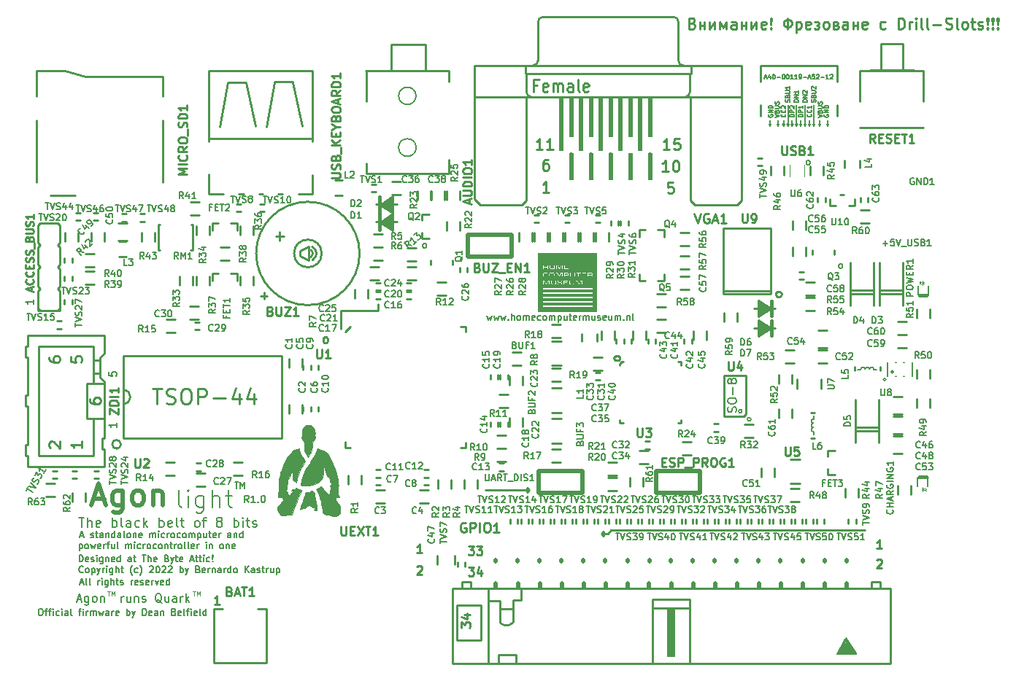
<source format=gbr>
G04 #@! TF.GenerationSoftware,KiCad,Pcbnew,5.1.0-rc2-unknown-036be7d~80~ubuntu16.04.1*
G04 #@! TF.CreationDate,2022-11-30T14:58:32+02:00*
G04 #@! TF.ProjectId,AgonLight2_Rev_A,41676f6e-4c69-4676-9874-325f5265765f,rev?*
G04 #@! TF.SameCoordinates,Original*
G04 #@! TF.FileFunction,Legend,Top*
G04 #@! TF.FilePolarity,Positive*
%FSLAX46Y46*%
G04 Gerber Fmt 4.6, Leading zero omitted, Abs format (unit mm)*
G04 Created by KiCad (PCBNEW 5.1.0-rc2-unknown-036be7d~80~ubuntu16.04.1) date 2022-11-30 14:58:32*
%MOMM*%
%LPD*%
G04 APERTURE LIST*
%ADD10C,0.254000*%
%ADD11C,0.203200*%
%ADD12C,0.150000*%
%ADD13C,0.125000*%
%ADD14C,0.175000*%
%ADD15C,0.203000*%
%ADD16C,0.152400*%
%ADD17C,0.500000*%
%ADD18C,0.127000*%
%ADD19C,0.010000*%
%ADD20C,0.508000*%
%ADD21C,0.100000*%
%ADD22C,0.120000*%
%ADD23C,0.066040*%
%ADD24C,0.400000*%
%ADD25C,0.200000*%
%ADD26C,0.050000*%
%ADD27C,0.190500*%
%ADD28C,0.222250*%
%ADD29C,0.250000*%
G04 APERTURE END LIST*
D10*
X108458000Y-133604000D02*
X108712000Y-133858000D01*
X108458000Y-134112000D02*
X108458000Y-133604000D01*
X108712000Y-133858000D02*
X108458000Y-134112000D01*
X103632000Y-133858000D02*
X108458000Y-133858000D01*
X117348000Y-139192000D02*
X117094000Y-138938000D01*
X117348000Y-138684000D02*
X117348000Y-139192000D01*
X117094000Y-138938000D02*
X117348000Y-138684000D01*
X117856000Y-138938000D02*
X117094000Y-138938000D01*
X118237000Y-138557000D02*
X117856000Y-138938000D01*
X147701000Y-138557000D02*
X118237000Y-138557000D01*
X77590952Y-111324571D02*
X78365047Y-111324571D01*
X77978000Y-111711619D02*
X77978000Y-110937523D01*
X95721714Y-142796380D02*
X95770095Y-142748000D01*
X95866857Y-142699619D01*
X96108761Y-142699619D01*
X96205523Y-142748000D01*
X96253904Y-142796380D01*
X96302285Y-142893142D01*
X96302285Y-142989904D01*
X96253904Y-143135047D01*
X95673333Y-143715619D01*
X96302285Y-143715619D01*
X96302285Y-141175619D02*
X95721714Y-141175619D01*
X96012000Y-141175619D02*
X96012000Y-140159619D01*
X95915238Y-140304761D01*
X95818476Y-140401523D01*
X95721714Y-140449904D01*
X72807285Y-147144619D02*
X72226714Y-147144619D01*
X72517000Y-147144619D02*
X72517000Y-146128619D01*
X72420238Y-146273761D01*
X72323476Y-146370523D01*
X72226714Y-146418904D01*
D11*
X59965166Y-120184333D02*
X59965166Y-120607666D01*
X60388500Y-120650000D01*
X60346166Y-120607666D01*
X60303833Y-120523000D01*
X60303833Y-120311333D01*
X60346166Y-120226666D01*
X60388500Y-120184333D01*
X60473166Y-120142000D01*
X60684833Y-120142000D01*
X60769500Y-120184333D01*
X60811833Y-120226666D01*
X60854166Y-120311333D01*
X60854166Y-120523000D01*
X60811833Y-120607666D01*
X60769500Y-120650000D01*
X60854166Y-126111000D02*
X60854166Y-126619000D01*
X60854166Y-126365000D02*
X59965166Y-126365000D01*
X60092166Y-126449666D01*
X60176833Y-126534333D01*
X60219166Y-126619000D01*
D10*
X86868000Y-113030000D02*
X86868000Y-115189000D01*
X91186000Y-113030000D02*
X86868000Y-113030000D01*
X91186000Y-112268000D02*
X91186000Y-113030000D01*
D11*
X51202166Y-111760000D02*
X51202166Y-112268000D01*
X51202166Y-112014000D02*
X50313166Y-112014000D01*
X50440166Y-112098666D01*
X50524833Y-112183333D01*
X50567166Y-112268000D01*
D10*
X101666523Y-142826619D02*
X102295476Y-142826619D01*
X101956809Y-143213666D01*
X102101952Y-143213666D01*
X102198714Y-143262047D01*
X102247095Y-143310428D01*
X102295476Y-143407190D01*
X102295476Y-143649095D01*
X102247095Y-143745857D01*
X102198714Y-143794238D01*
X102101952Y-143842619D01*
X101811666Y-143842619D01*
X101714904Y-143794238D01*
X101666523Y-143745857D01*
X103166333Y-143165285D02*
X103166333Y-143842619D01*
X102924428Y-142778238D02*
X102682523Y-143503952D01*
X103311476Y-143503952D01*
X101666523Y-140413619D02*
X102295476Y-140413619D01*
X101956809Y-140800666D01*
X102101952Y-140800666D01*
X102198714Y-140849047D01*
X102247095Y-140897428D01*
X102295476Y-140994190D01*
X102295476Y-141236095D01*
X102247095Y-141332857D01*
X102198714Y-141381238D01*
X102101952Y-141429619D01*
X101811666Y-141429619D01*
X101714904Y-141381238D01*
X101666523Y-141332857D01*
X102634142Y-140413619D02*
X103263095Y-140413619D01*
X102924428Y-140800666D01*
X103069571Y-140800666D01*
X103166333Y-140849047D01*
X103214714Y-140897428D01*
X103263095Y-140994190D01*
X103263095Y-141236095D01*
X103214714Y-141332857D01*
X103166333Y-141381238D01*
X103069571Y-141429619D01*
X102779285Y-141429619D01*
X102682523Y-141381238D01*
X102634142Y-141332857D01*
X149061714Y-142034380D02*
X149110095Y-141986000D01*
X149206857Y-141937619D01*
X149448761Y-141937619D01*
X149545523Y-141986000D01*
X149593904Y-142034380D01*
X149642285Y-142131142D01*
X149642285Y-142227904D01*
X149593904Y-142373047D01*
X149013333Y-142953619D01*
X149642285Y-142953619D01*
X149642285Y-140667619D02*
X149061714Y-140667619D01*
X149352000Y-140667619D02*
X149352000Y-139651619D01*
X149255238Y-139796761D01*
X149158476Y-139893523D01*
X149061714Y-139941904D01*
D12*
X51986071Y-147664714D02*
X52131214Y-147664714D01*
X52203785Y-147701000D01*
X52276357Y-147773571D01*
X52312642Y-147918714D01*
X52312642Y-148172714D01*
X52276357Y-148317857D01*
X52203785Y-148390428D01*
X52131214Y-148426714D01*
X51986071Y-148426714D01*
X51913500Y-148390428D01*
X51840928Y-148317857D01*
X51804642Y-148172714D01*
X51804642Y-147918714D01*
X51840928Y-147773571D01*
X51913500Y-147701000D01*
X51986071Y-147664714D01*
X52530357Y-147918714D02*
X52820642Y-147918714D01*
X52639214Y-148426714D02*
X52639214Y-147773571D01*
X52675500Y-147701000D01*
X52748071Y-147664714D01*
X52820642Y-147664714D01*
X52965785Y-147918714D02*
X53256071Y-147918714D01*
X53074642Y-148426714D02*
X53074642Y-147773571D01*
X53110928Y-147701000D01*
X53183500Y-147664714D01*
X53256071Y-147664714D01*
X53510071Y-148426714D02*
X53510071Y-147918714D01*
X53510071Y-147664714D02*
X53473785Y-147701000D01*
X53510071Y-147737285D01*
X53546357Y-147701000D01*
X53510071Y-147664714D01*
X53510071Y-147737285D01*
X54199500Y-148390428D02*
X54126928Y-148426714D01*
X53981785Y-148426714D01*
X53909214Y-148390428D01*
X53872928Y-148354142D01*
X53836642Y-148281571D01*
X53836642Y-148063857D01*
X53872928Y-147991285D01*
X53909214Y-147955000D01*
X53981785Y-147918714D01*
X54126928Y-147918714D01*
X54199500Y-147955000D01*
X54526071Y-148426714D02*
X54526071Y-147918714D01*
X54526071Y-147664714D02*
X54489785Y-147701000D01*
X54526071Y-147737285D01*
X54562357Y-147701000D01*
X54526071Y-147664714D01*
X54526071Y-147737285D01*
X55215500Y-148426714D02*
X55215500Y-148027571D01*
X55179214Y-147955000D01*
X55106642Y-147918714D01*
X54961500Y-147918714D01*
X54888928Y-147955000D01*
X55215500Y-148390428D02*
X55142928Y-148426714D01*
X54961500Y-148426714D01*
X54888928Y-148390428D01*
X54852642Y-148317857D01*
X54852642Y-148245285D01*
X54888928Y-148172714D01*
X54961500Y-148136428D01*
X55142928Y-148136428D01*
X55215500Y-148100142D01*
X55687214Y-148426714D02*
X55614642Y-148390428D01*
X55578357Y-148317857D01*
X55578357Y-147664714D01*
X56449214Y-147918714D02*
X56739500Y-147918714D01*
X56558071Y-148426714D02*
X56558071Y-147773571D01*
X56594357Y-147701000D01*
X56666928Y-147664714D01*
X56739500Y-147664714D01*
X56993500Y-148426714D02*
X56993500Y-147918714D01*
X56993500Y-147664714D02*
X56957214Y-147701000D01*
X56993500Y-147737285D01*
X57029785Y-147701000D01*
X56993500Y-147664714D01*
X56993500Y-147737285D01*
X57356357Y-148426714D02*
X57356357Y-147918714D01*
X57356357Y-148063857D02*
X57392642Y-147991285D01*
X57428928Y-147955000D01*
X57501500Y-147918714D01*
X57574071Y-147918714D01*
X57828071Y-148426714D02*
X57828071Y-147918714D01*
X57828071Y-147991285D02*
X57864357Y-147955000D01*
X57936928Y-147918714D01*
X58045785Y-147918714D01*
X58118357Y-147955000D01*
X58154642Y-148027571D01*
X58154642Y-148426714D01*
X58154642Y-148027571D02*
X58190928Y-147955000D01*
X58263500Y-147918714D01*
X58372357Y-147918714D01*
X58444928Y-147955000D01*
X58481214Y-148027571D01*
X58481214Y-148426714D01*
X58771500Y-147918714D02*
X58916642Y-148426714D01*
X59061785Y-148063857D01*
X59206928Y-148426714D01*
X59352071Y-147918714D01*
X59968928Y-148426714D02*
X59968928Y-148027571D01*
X59932642Y-147955000D01*
X59860071Y-147918714D01*
X59714928Y-147918714D01*
X59642357Y-147955000D01*
X59968928Y-148390428D02*
X59896357Y-148426714D01*
X59714928Y-148426714D01*
X59642357Y-148390428D01*
X59606071Y-148317857D01*
X59606071Y-148245285D01*
X59642357Y-148172714D01*
X59714928Y-148136428D01*
X59896357Y-148136428D01*
X59968928Y-148100142D01*
X60331785Y-148426714D02*
X60331785Y-147918714D01*
X60331785Y-148063857D02*
X60368071Y-147991285D01*
X60404357Y-147955000D01*
X60476928Y-147918714D01*
X60549500Y-147918714D01*
X61093785Y-148390428D02*
X61021214Y-148426714D01*
X60876071Y-148426714D01*
X60803500Y-148390428D01*
X60767214Y-148317857D01*
X60767214Y-148027571D01*
X60803500Y-147955000D01*
X60876071Y-147918714D01*
X61021214Y-147918714D01*
X61093785Y-147955000D01*
X61130071Y-148027571D01*
X61130071Y-148100142D01*
X60767214Y-148172714D01*
X62037214Y-148426714D02*
X62037214Y-147664714D01*
X62037214Y-147955000D02*
X62109785Y-147918714D01*
X62254928Y-147918714D01*
X62327500Y-147955000D01*
X62363785Y-147991285D01*
X62400071Y-148063857D01*
X62400071Y-148281571D01*
X62363785Y-148354142D01*
X62327500Y-148390428D01*
X62254928Y-148426714D01*
X62109785Y-148426714D01*
X62037214Y-148390428D01*
X62654071Y-147918714D02*
X62835500Y-148426714D01*
X63016928Y-147918714D02*
X62835500Y-148426714D01*
X62762928Y-148608142D01*
X62726642Y-148644428D01*
X62654071Y-148680714D01*
X63887785Y-148426714D02*
X63887785Y-147664714D01*
X64069214Y-147664714D01*
X64178071Y-147701000D01*
X64250642Y-147773571D01*
X64286928Y-147846142D01*
X64323214Y-147991285D01*
X64323214Y-148100142D01*
X64286928Y-148245285D01*
X64250642Y-148317857D01*
X64178071Y-148390428D01*
X64069214Y-148426714D01*
X63887785Y-148426714D01*
X64940071Y-148390428D02*
X64867500Y-148426714D01*
X64722357Y-148426714D01*
X64649785Y-148390428D01*
X64613500Y-148317857D01*
X64613500Y-148027571D01*
X64649785Y-147955000D01*
X64722357Y-147918714D01*
X64867500Y-147918714D01*
X64940071Y-147955000D01*
X64976357Y-148027571D01*
X64976357Y-148100142D01*
X64613500Y-148172714D01*
X65629500Y-148426714D02*
X65629500Y-148027571D01*
X65593214Y-147955000D01*
X65520642Y-147918714D01*
X65375500Y-147918714D01*
X65302928Y-147955000D01*
X65629500Y-148390428D02*
X65556928Y-148426714D01*
X65375500Y-148426714D01*
X65302928Y-148390428D01*
X65266642Y-148317857D01*
X65266642Y-148245285D01*
X65302928Y-148172714D01*
X65375500Y-148136428D01*
X65556928Y-148136428D01*
X65629500Y-148100142D01*
X65992357Y-147918714D02*
X65992357Y-148426714D01*
X65992357Y-147991285D02*
X66028642Y-147955000D01*
X66101214Y-147918714D01*
X66210071Y-147918714D01*
X66282642Y-147955000D01*
X66318928Y-148027571D01*
X66318928Y-148426714D01*
X67516357Y-148027571D02*
X67625214Y-148063857D01*
X67661500Y-148100142D01*
X67697785Y-148172714D01*
X67697785Y-148281571D01*
X67661500Y-148354142D01*
X67625214Y-148390428D01*
X67552642Y-148426714D01*
X67262357Y-148426714D01*
X67262357Y-147664714D01*
X67516357Y-147664714D01*
X67588928Y-147701000D01*
X67625214Y-147737285D01*
X67661500Y-147809857D01*
X67661500Y-147882428D01*
X67625214Y-147955000D01*
X67588928Y-147991285D01*
X67516357Y-148027571D01*
X67262357Y-148027571D01*
X68314642Y-148390428D02*
X68242071Y-148426714D01*
X68096928Y-148426714D01*
X68024357Y-148390428D01*
X67988071Y-148317857D01*
X67988071Y-148027571D01*
X68024357Y-147955000D01*
X68096928Y-147918714D01*
X68242071Y-147918714D01*
X68314642Y-147955000D01*
X68350928Y-148027571D01*
X68350928Y-148100142D01*
X67988071Y-148172714D01*
X68786357Y-148426714D02*
X68713785Y-148390428D01*
X68677500Y-148317857D01*
X68677500Y-147664714D01*
X68967785Y-147918714D02*
X69258071Y-147918714D01*
X69076642Y-148426714D02*
X69076642Y-147773571D01*
X69112928Y-147701000D01*
X69185500Y-147664714D01*
X69258071Y-147664714D01*
X69512071Y-148426714D02*
X69512071Y-147918714D01*
X69512071Y-147664714D02*
X69475785Y-147701000D01*
X69512071Y-147737285D01*
X69548357Y-147701000D01*
X69512071Y-147664714D01*
X69512071Y-147737285D01*
X70165214Y-148390428D02*
X70092642Y-148426714D01*
X69947500Y-148426714D01*
X69874928Y-148390428D01*
X69838642Y-148317857D01*
X69838642Y-148027571D01*
X69874928Y-147955000D01*
X69947500Y-147918714D01*
X70092642Y-147918714D01*
X70165214Y-147955000D01*
X70201500Y-148027571D01*
X70201500Y-148100142D01*
X69838642Y-148172714D01*
X70636928Y-148426714D02*
X70564357Y-148390428D01*
X70528071Y-148317857D01*
X70528071Y-147664714D01*
X71253785Y-148426714D02*
X71253785Y-147664714D01*
X71253785Y-148390428D02*
X71181214Y-148426714D01*
X71036071Y-148426714D01*
X70963500Y-148390428D01*
X70927214Y-148354142D01*
X70890928Y-148281571D01*
X70890928Y-148063857D01*
X70927214Y-147991285D01*
X70963500Y-147955000D01*
X71036071Y-147918714D01*
X71181214Y-147918714D01*
X71253785Y-147955000D01*
D13*
X69724869Y-145649190D02*
X70010583Y-145649190D01*
X69867726Y-146149190D02*
X69867726Y-145649190D01*
X70177250Y-146149190D02*
X70177250Y-145649190D01*
X70343916Y-146006333D01*
X70510583Y-145649190D01*
X70510583Y-146149190D01*
D12*
D13*
X59818869Y-145649190D02*
X60104583Y-145649190D01*
X59961726Y-146149190D02*
X59961726Y-145649190D01*
X60271250Y-146149190D02*
X60271250Y-145649190D01*
X60437916Y-146006333D01*
X60604583Y-145649190D01*
X60604583Y-146149190D01*
D12*
X56294976Y-146597666D02*
X56771166Y-146597666D01*
X56199738Y-146883380D02*
X56533071Y-145883380D01*
X56866404Y-146883380D01*
X57628309Y-146216714D02*
X57628309Y-147026238D01*
X57580690Y-147121476D01*
X57533071Y-147169095D01*
X57437833Y-147216714D01*
X57294976Y-147216714D01*
X57199738Y-147169095D01*
X57628309Y-146835761D02*
X57533071Y-146883380D01*
X57342595Y-146883380D01*
X57247357Y-146835761D01*
X57199738Y-146788142D01*
X57152119Y-146692904D01*
X57152119Y-146407190D01*
X57199738Y-146311952D01*
X57247357Y-146264333D01*
X57342595Y-146216714D01*
X57533071Y-146216714D01*
X57628309Y-146264333D01*
X58247357Y-146883380D02*
X58152119Y-146835761D01*
X58104500Y-146788142D01*
X58056880Y-146692904D01*
X58056880Y-146407190D01*
X58104500Y-146311952D01*
X58152119Y-146264333D01*
X58247357Y-146216714D01*
X58390214Y-146216714D01*
X58485452Y-146264333D01*
X58533071Y-146311952D01*
X58580690Y-146407190D01*
X58580690Y-146692904D01*
X58533071Y-146788142D01*
X58485452Y-146835761D01*
X58390214Y-146883380D01*
X58247357Y-146883380D01*
X59009261Y-146216714D02*
X59009261Y-146883380D01*
X59009261Y-146311952D02*
X59056880Y-146264333D01*
X59152119Y-146216714D01*
X59294976Y-146216714D01*
X59390214Y-146264333D01*
X59437833Y-146359571D01*
X59437833Y-146883380D01*
X61437833Y-146883380D02*
X61437833Y-146216714D01*
X61437833Y-146407190D02*
X61485452Y-146311952D01*
X61533071Y-146264333D01*
X61628309Y-146216714D01*
X61723547Y-146216714D01*
X62485452Y-146216714D02*
X62485452Y-146883380D01*
X62056880Y-146216714D02*
X62056880Y-146740523D01*
X62104500Y-146835761D01*
X62199738Y-146883380D01*
X62342595Y-146883380D01*
X62437833Y-146835761D01*
X62485452Y-146788142D01*
X62961642Y-146216714D02*
X62961642Y-146883380D01*
X62961642Y-146311952D02*
X63009261Y-146264333D01*
X63104500Y-146216714D01*
X63247357Y-146216714D01*
X63342595Y-146264333D01*
X63390214Y-146359571D01*
X63390214Y-146883380D01*
X63818785Y-146835761D02*
X63914023Y-146883380D01*
X64104500Y-146883380D01*
X64199738Y-146835761D01*
X64247357Y-146740523D01*
X64247357Y-146692904D01*
X64199738Y-146597666D01*
X64104500Y-146550047D01*
X63961642Y-146550047D01*
X63866404Y-146502428D01*
X63818785Y-146407190D01*
X63818785Y-146359571D01*
X63866404Y-146264333D01*
X63961642Y-146216714D01*
X64104500Y-146216714D01*
X64199738Y-146264333D01*
X66104500Y-146978619D02*
X66009261Y-146931000D01*
X65914023Y-146835761D01*
X65771166Y-146692904D01*
X65675928Y-146645285D01*
X65580690Y-146645285D01*
X65628309Y-146883380D02*
X65533071Y-146835761D01*
X65437833Y-146740523D01*
X65390214Y-146550047D01*
X65390214Y-146216714D01*
X65437833Y-146026238D01*
X65533071Y-145931000D01*
X65628309Y-145883380D01*
X65818785Y-145883380D01*
X65914023Y-145931000D01*
X66009261Y-146026238D01*
X66056880Y-146216714D01*
X66056880Y-146550047D01*
X66009261Y-146740523D01*
X65914023Y-146835761D01*
X65818785Y-146883380D01*
X65628309Y-146883380D01*
X66914023Y-146216714D02*
X66914023Y-146883380D01*
X66485452Y-146216714D02*
X66485452Y-146740523D01*
X66533071Y-146835761D01*
X66628309Y-146883380D01*
X66771166Y-146883380D01*
X66866404Y-146835761D01*
X66914023Y-146788142D01*
X67818785Y-146883380D02*
X67818785Y-146359571D01*
X67771166Y-146264333D01*
X67675928Y-146216714D01*
X67485452Y-146216714D01*
X67390214Y-146264333D01*
X67818785Y-146835761D02*
X67723547Y-146883380D01*
X67485452Y-146883380D01*
X67390214Y-146835761D01*
X67342595Y-146740523D01*
X67342595Y-146645285D01*
X67390214Y-146550047D01*
X67485452Y-146502428D01*
X67723547Y-146502428D01*
X67818785Y-146454809D01*
X68294976Y-146883380D02*
X68294976Y-146216714D01*
X68294976Y-146407190D02*
X68342595Y-146311952D01*
X68390214Y-146264333D01*
X68485452Y-146216714D01*
X68580690Y-146216714D01*
X68914023Y-146883380D02*
X68914023Y-145883380D01*
X69009261Y-146502428D02*
X69294976Y-146883380D01*
X69294976Y-146216714D02*
X68914023Y-146597666D01*
D14*
X74602416Y-132966666D02*
X75002416Y-132966666D01*
X74802416Y-133666666D02*
X74802416Y-132966666D01*
X75235750Y-133666666D02*
X75235750Y-132966666D01*
X75469083Y-133466666D01*
X75702416Y-132966666D01*
X75702416Y-133666666D01*
D15*
D16*
X103839917Y-113628714D02*
X103985060Y-114136714D01*
X104130202Y-113773857D01*
X104275345Y-114136714D01*
X104420488Y-113628714D01*
X104638202Y-113628714D02*
X104783345Y-114136714D01*
X104928488Y-113773857D01*
X105073631Y-114136714D01*
X105218774Y-113628714D01*
X105436488Y-113628714D02*
X105581631Y-114136714D01*
X105726774Y-113773857D01*
X105871917Y-114136714D01*
X106017060Y-113628714D01*
X106307345Y-114064142D02*
X106343631Y-114100428D01*
X106307345Y-114136714D01*
X106271060Y-114100428D01*
X106307345Y-114064142D01*
X106307345Y-114136714D01*
X106670202Y-114136714D02*
X106670202Y-113374714D01*
X106996774Y-114136714D02*
X106996774Y-113737571D01*
X106960488Y-113665000D01*
X106887917Y-113628714D01*
X106779060Y-113628714D01*
X106706488Y-113665000D01*
X106670202Y-113701285D01*
X107468488Y-114136714D02*
X107395917Y-114100428D01*
X107359631Y-114064142D01*
X107323345Y-113991571D01*
X107323345Y-113773857D01*
X107359631Y-113701285D01*
X107395917Y-113665000D01*
X107468488Y-113628714D01*
X107577345Y-113628714D01*
X107649917Y-113665000D01*
X107686202Y-113701285D01*
X107722488Y-113773857D01*
X107722488Y-113991571D01*
X107686202Y-114064142D01*
X107649917Y-114100428D01*
X107577345Y-114136714D01*
X107468488Y-114136714D01*
X108049060Y-114136714D02*
X108049060Y-113628714D01*
X108049060Y-113701285D02*
X108085345Y-113665000D01*
X108157917Y-113628714D01*
X108266774Y-113628714D01*
X108339345Y-113665000D01*
X108375631Y-113737571D01*
X108375631Y-114136714D01*
X108375631Y-113737571D02*
X108411917Y-113665000D01*
X108484488Y-113628714D01*
X108593345Y-113628714D01*
X108665917Y-113665000D01*
X108702202Y-113737571D01*
X108702202Y-114136714D01*
X109355345Y-114100428D02*
X109282774Y-114136714D01*
X109137631Y-114136714D01*
X109065060Y-114100428D01*
X109028774Y-114027857D01*
X109028774Y-113737571D01*
X109065060Y-113665000D01*
X109137631Y-113628714D01*
X109282774Y-113628714D01*
X109355345Y-113665000D01*
X109391631Y-113737571D01*
X109391631Y-113810142D01*
X109028774Y-113882714D01*
X110044774Y-114100428D02*
X109972202Y-114136714D01*
X109827060Y-114136714D01*
X109754488Y-114100428D01*
X109718202Y-114064142D01*
X109681917Y-113991571D01*
X109681917Y-113773857D01*
X109718202Y-113701285D01*
X109754488Y-113665000D01*
X109827060Y-113628714D01*
X109972202Y-113628714D01*
X110044774Y-113665000D01*
X110480202Y-114136714D02*
X110407631Y-114100428D01*
X110371345Y-114064142D01*
X110335060Y-113991571D01*
X110335060Y-113773857D01*
X110371345Y-113701285D01*
X110407631Y-113665000D01*
X110480202Y-113628714D01*
X110589060Y-113628714D01*
X110661631Y-113665000D01*
X110697917Y-113701285D01*
X110734202Y-113773857D01*
X110734202Y-113991571D01*
X110697917Y-114064142D01*
X110661631Y-114100428D01*
X110589060Y-114136714D01*
X110480202Y-114136714D01*
X111060774Y-114136714D02*
X111060774Y-113628714D01*
X111060774Y-113701285D02*
X111097060Y-113665000D01*
X111169631Y-113628714D01*
X111278488Y-113628714D01*
X111351060Y-113665000D01*
X111387345Y-113737571D01*
X111387345Y-114136714D01*
X111387345Y-113737571D02*
X111423631Y-113665000D01*
X111496202Y-113628714D01*
X111605060Y-113628714D01*
X111677631Y-113665000D01*
X111713917Y-113737571D01*
X111713917Y-114136714D01*
X112076774Y-113628714D02*
X112076774Y-114390714D01*
X112076774Y-113665000D02*
X112149345Y-113628714D01*
X112294488Y-113628714D01*
X112367060Y-113665000D01*
X112403345Y-113701285D01*
X112439631Y-113773857D01*
X112439631Y-113991571D01*
X112403345Y-114064142D01*
X112367060Y-114100428D01*
X112294488Y-114136714D01*
X112149345Y-114136714D01*
X112076774Y-114100428D01*
X113092774Y-113628714D02*
X113092774Y-114136714D01*
X112766202Y-113628714D02*
X112766202Y-114027857D01*
X112802488Y-114100428D01*
X112875060Y-114136714D01*
X112983917Y-114136714D01*
X113056488Y-114100428D01*
X113092774Y-114064142D01*
X113346774Y-113628714D02*
X113637060Y-113628714D01*
X113455631Y-113374714D02*
X113455631Y-114027857D01*
X113491917Y-114100428D01*
X113564488Y-114136714D01*
X113637060Y-114136714D01*
X114181345Y-114100428D02*
X114108774Y-114136714D01*
X113963631Y-114136714D01*
X113891060Y-114100428D01*
X113854774Y-114027857D01*
X113854774Y-113737571D01*
X113891060Y-113665000D01*
X113963631Y-113628714D01*
X114108774Y-113628714D01*
X114181345Y-113665000D01*
X114217631Y-113737571D01*
X114217631Y-113810142D01*
X113854774Y-113882714D01*
X114544202Y-114136714D02*
X114544202Y-113628714D01*
X114544202Y-113773857D02*
X114580488Y-113701285D01*
X114616774Y-113665000D01*
X114689345Y-113628714D01*
X114761917Y-113628714D01*
X115015917Y-114136714D02*
X115015917Y-113628714D01*
X115015917Y-113701285D02*
X115052202Y-113665000D01*
X115124774Y-113628714D01*
X115233631Y-113628714D01*
X115306202Y-113665000D01*
X115342488Y-113737571D01*
X115342488Y-114136714D01*
X115342488Y-113737571D02*
X115378774Y-113665000D01*
X115451345Y-113628714D01*
X115560202Y-113628714D01*
X115632774Y-113665000D01*
X115669060Y-113737571D01*
X115669060Y-114136714D01*
X116358488Y-113628714D02*
X116358488Y-114136714D01*
X116031917Y-113628714D02*
X116031917Y-114027857D01*
X116068202Y-114100428D01*
X116140774Y-114136714D01*
X116249631Y-114136714D01*
X116322202Y-114100428D01*
X116358488Y-114064142D01*
X116685060Y-114100428D02*
X116757631Y-114136714D01*
X116902774Y-114136714D01*
X116975345Y-114100428D01*
X117011631Y-114027857D01*
X117011631Y-113991571D01*
X116975345Y-113919000D01*
X116902774Y-113882714D01*
X116793917Y-113882714D01*
X116721345Y-113846428D01*
X116685060Y-113773857D01*
X116685060Y-113737571D01*
X116721345Y-113665000D01*
X116793917Y-113628714D01*
X116902774Y-113628714D01*
X116975345Y-113665000D01*
X117628488Y-114100428D02*
X117555917Y-114136714D01*
X117410774Y-114136714D01*
X117338202Y-114100428D01*
X117301917Y-114027857D01*
X117301917Y-113737571D01*
X117338202Y-113665000D01*
X117410774Y-113628714D01*
X117555917Y-113628714D01*
X117628488Y-113665000D01*
X117664774Y-113737571D01*
X117664774Y-113810142D01*
X117301917Y-113882714D01*
X118317917Y-113628714D02*
X118317917Y-114136714D01*
X117991345Y-113628714D02*
X117991345Y-114027857D01*
X118027631Y-114100428D01*
X118100202Y-114136714D01*
X118209060Y-114136714D01*
X118281631Y-114100428D01*
X118317917Y-114064142D01*
X118680774Y-114136714D02*
X118680774Y-113628714D01*
X118680774Y-113701285D02*
X118717060Y-113665000D01*
X118789631Y-113628714D01*
X118898488Y-113628714D01*
X118971060Y-113665000D01*
X119007345Y-113737571D01*
X119007345Y-114136714D01*
X119007345Y-113737571D02*
X119043631Y-113665000D01*
X119116202Y-113628714D01*
X119225060Y-113628714D01*
X119297631Y-113665000D01*
X119333917Y-113737571D01*
X119333917Y-114136714D01*
X119696774Y-114064142D02*
X119733060Y-114100428D01*
X119696774Y-114136714D01*
X119660488Y-114100428D01*
X119696774Y-114064142D01*
X119696774Y-114136714D01*
X120059631Y-113628714D02*
X120059631Y-114136714D01*
X120059631Y-113701285D02*
X120095917Y-113665000D01*
X120168488Y-113628714D01*
X120277345Y-113628714D01*
X120349917Y-113665000D01*
X120386202Y-113737571D01*
X120386202Y-114136714D01*
X120857917Y-114136714D02*
X120785345Y-114100428D01*
X120749060Y-114027857D01*
X120749060Y-113374714D01*
D12*
X76183119Y-135305904D02*
X75916452Y-134924952D01*
X75725976Y-135305904D02*
X75725976Y-134505904D01*
X76030738Y-134505904D01*
X76106928Y-134544000D01*
X76145023Y-134582095D01*
X76183119Y-134658285D01*
X76183119Y-134772571D01*
X76145023Y-134848761D01*
X76106928Y-134886857D01*
X76030738Y-134924952D01*
X75725976Y-134924952D01*
X76945023Y-135305904D02*
X76487880Y-135305904D01*
X76716452Y-135305904D02*
X76716452Y-134505904D01*
X76640261Y-134620190D01*
X76564071Y-134696380D01*
X76487880Y-134734476D01*
X77287880Y-135229714D02*
X77325976Y-135267809D01*
X77287880Y-135305904D01*
X77249785Y-135267809D01*
X77287880Y-135229714D01*
X77287880Y-135305904D01*
X77821214Y-134505904D02*
X77897404Y-134505904D01*
X77973595Y-134544000D01*
X78011690Y-134582095D01*
X78049785Y-134658285D01*
X78087880Y-134810666D01*
X78087880Y-135001142D01*
X78049785Y-135153523D01*
X78011690Y-135229714D01*
X77973595Y-135267809D01*
X77897404Y-135305904D01*
X77821214Y-135305904D01*
X77745023Y-135267809D01*
X77706928Y-135229714D01*
X77668833Y-135153523D01*
X77630738Y-135001142D01*
X77630738Y-134810666D01*
X77668833Y-134658285D01*
X77706928Y-134582095D01*
X77745023Y-134544000D01*
X77821214Y-134505904D01*
D15*
X68388045Y-135863238D02*
X68194521Y-135766476D01*
X68097759Y-135572952D01*
X68097759Y-133831238D01*
X69162140Y-135863238D02*
X69162140Y-134508571D01*
X69162140Y-133831238D02*
X69065378Y-133928000D01*
X69162140Y-134024761D01*
X69258902Y-133928000D01*
X69162140Y-133831238D01*
X69162140Y-134024761D01*
X71000616Y-134508571D02*
X71000616Y-136153523D01*
X70903854Y-136347047D01*
X70807092Y-136443809D01*
X70613569Y-136540571D01*
X70323283Y-136540571D01*
X70129759Y-136443809D01*
X71000616Y-135766476D02*
X70807092Y-135863238D01*
X70420045Y-135863238D01*
X70226521Y-135766476D01*
X70129759Y-135669714D01*
X70032997Y-135476190D01*
X70032997Y-134895619D01*
X70129759Y-134702095D01*
X70226521Y-134605333D01*
X70420045Y-134508571D01*
X70807092Y-134508571D01*
X71000616Y-134605333D01*
X71968235Y-135863238D02*
X71968235Y-133831238D01*
X72839092Y-135863238D02*
X72839092Y-134798857D01*
X72742330Y-134605333D01*
X72548807Y-134508571D01*
X72258521Y-134508571D01*
X72064997Y-134605333D01*
X71968235Y-134702095D01*
X73516426Y-134508571D02*
X74290521Y-134508571D01*
X73806711Y-133831238D02*
X73806711Y-135572952D01*
X73903473Y-135766476D01*
X74096997Y-135863238D01*
X74290521Y-135863238D01*
D12*
X56539928Y-140171714D02*
X56539928Y-140933714D01*
X56539928Y-140208000D02*
X56612500Y-140171714D01*
X56757642Y-140171714D01*
X56830214Y-140208000D01*
X56866500Y-140244285D01*
X56902785Y-140316857D01*
X56902785Y-140534571D01*
X56866500Y-140607142D01*
X56830214Y-140643428D01*
X56757642Y-140679714D01*
X56612500Y-140679714D01*
X56539928Y-140643428D01*
X57338214Y-140679714D02*
X57265642Y-140643428D01*
X57229357Y-140607142D01*
X57193071Y-140534571D01*
X57193071Y-140316857D01*
X57229357Y-140244285D01*
X57265642Y-140208000D01*
X57338214Y-140171714D01*
X57447071Y-140171714D01*
X57519642Y-140208000D01*
X57555928Y-140244285D01*
X57592214Y-140316857D01*
X57592214Y-140534571D01*
X57555928Y-140607142D01*
X57519642Y-140643428D01*
X57447071Y-140679714D01*
X57338214Y-140679714D01*
X57846214Y-140171714D02*
X57991357Y-140679714D01*
X58136500Y-140316857D01*
X58281642Y-140679714D01*
X58426785Y-140171714D01*
X59007357Y-140643428D02*
X58934785Y-140679714D01*
X58789642Y-140679714D01*
X58717071Y-140643428D01*
X58680785Y-140570857D01*
X58680785Y-140280571D01*
X58717071Y-140208000D01*
X58789642Y-140171714D01*
X58934785Y-140171714D01*
X59007357Y-140208000D01*
X59043642Y-140280571D01*
X59043642Y-140353142D01*
X58680785Y-140425714D01*
X59370214Y-140679714D02*
X59370214Y-140171714D01*
X59370214Y-140316857D02*
X59406500Y-140244285D01*
X59442785Y-140208000D01*
X59515357Y-140171714D01*
X59587928Y-140171714D01*
X59733071Y-140171714D02*
X60023357Y-140171714D01*
X59841928Y-140679714D02*
X59841928Y-140026571D01*
X59878214Y-139954000D01*
X59950785Y-139917714D01*
X60023357Y-139917714D01*
X60603928Y-140171714D02*
X60603928Y-140679714D01*
X60277357Y-140171714D02*
X60277357Y-140570857D01*
X60313642Y-140643428D01*
X60386214Y-140679714D01*
X60495071Y-140679714D01*
X60567642Y-140643428D01*
X60603928Y-140607142D01*
X61075642Y-140679714D02*
X61003071Y-140643428D01*
X60966785Y-140570857D01*
X60966785Y-139917714D01*
X61946500Y-140679714D02*
X61946500Y-140171714D01*
X61946500Y-140244285D02*
X61982785Y-140208000D01*
X62055357Y-140171714D01*
X62164214Y-140171714D01*
X62236785Y-140208000D01*
X62273071Y-140280571D01*
X62273071Y-140679714D01*
X62273071Y-140280571D02*
X62309357Y-140208000D01*
X62381928Y-140171714D01*
X62490785Y-140171714D01*
X62563357Y-140208000D01*
X62599642Y-140280571D01*
X62599642Y-140679714D01*
X62962500Y-140679714D02*
X62962500Y-140171714D01*
X62962500Y-139917714D02*
X62926214Y-139954000D01*
X62962500Y-139990285D01*
X62998785Y-139954000D01*
X62962500Y-139917714D01*
X62962500Y-139990285D01*
X63651928Y-140643428D02*
X63579357Y-140679714D01*
X63434214Y-140679714D01*
X63361642Y-140643428D01*
X63325357Y-140607142D01*
X63289071Y-140534571D01*
X63289071Y-140316857D01*
X63325357Y-140244285D01*
X63361642Y-140208000D01*
X63434214Y-140171714D01*
X63579357Y-140171714D01*
X63651928Y-140208000D01*
X63978500Y-140679714D02*
X63978500Y-140171714D01*
X63978500Y-140316857D02*
X64014785Y-140244285D01*
X64051071Y-140208000D01*
X64123642Y-140171714D01*
X64196214Y-140171714D01*
X64559071Y-140679714D02*
X64486500Y-140643428D01*
X64450214Y-140607142D01*
X64413928Y-140534571D01*
X64413928Y-140316857D01*
X64450214Y-140244285D01*
X64486500Y-140208000D01*
X64559071Y-140171714D01*
X64667928Y-140171714D01*
X64740500Y-140208000D01*
X64776785Y-140244285D01*
X64813071Y-140316857D01*
X64813071Y-140534571D01*
X64776785Y-140607142D01*
X64740500Y-140643428D01*
X64667928Y-140679714D01*
X64559071Y-140679714D01*
X65466214Y-140643428D02*
X65393642Y-140679714D01*
X65248500Y-140679714D01*
X65175928Y-140643428D01*
X65139642Y-140607142D01*
X65103357Y-140534571D01*
X65103357Y-140316857D01*
X65139642Y-140244285D01*
X65175928Y-140208000D01*
X65248500Y-140171714D01*
X65393642Y-140171714D01*
X65466214Y-140208000D01*
X65901642Y-140679714D02*
X65829071Y-140643428D01*
X65792785Y-140607142D01*
X65756500Y-140534571D01*
X65756500Y-140316857D01*
X65792785Y-140244285D01*
X65829071Y-140208000D01*
X65901642Y-140171714D01*
X66010500Y-140171714D01*
X66083071Y-140208000D01*
X66119357Y-140244285D01*
X66155642Y-140316857D01*
X66155642Y-140534571D01*
X66119357Y-140607142D01*
X66083071Y-140643428D01*
X66010500Y-140679714D01*
X65901642Y-140679714D01*
X66482214Y-140171714D02*
X66482214Y-140679714D01*
X66482214Y-140244285D02*
X66518500Y-140208000D01*
X66591071Y-140171714D01*
X66699928Y-140171714D01*
X66772500Y-140208000D01*
X66808785Y-140280571D01*
X66808785Y-140679714D01*
X67062785Y-140171714D02*
X67353071Y-140171714D01*
X67171642Y-139917714D02*
X67171642Y-140570857D01*
X67207928Y-140643428D01*
X67280500Y-140679714D01*
X67353071Y-140679714D01*
X67607071Y-140679714D02*
X67607071Y-140171714D01*
X67607071Y-140316857D02*
X67643357Y-140244285D01*
X67679642Y-140208000D01*
X67752214Y-140171714D01*
X67824785Y-140171714D01*
X68187642Y-140679714D02*
X68115071Y-140643428D01*
X68078785Y-140607142D01*
X68042500Y-140534571D01*
X68042500Y-140316857D01*
X68078785Y-140244285D01*
X68115071Y-140208000D01*
X68187642Y-140171714D01*
X68296500Y-140171714D01*
X68369071Y-140208000D01*
X68405357Y-140244285D01*
X68441642Y-140316857D01*
X68441642Y-140534571D01*
X68405357Y-140607142D01*
X68369071Y-140643428D01*
X68296500Y-140679714D01*
X68187642Y-140679714D01*
X68877071Y-140679714D02*
X68804500Y-140643428D01*
X68768214Y-140570857D01*
X68768214Y-139917714D01*
X69276214Y-140679714D02*
X69203642Y-140643428D01*
X69167357Y-140570857D01*
X69167357Y-139917714D01*
X69856785Y-140643428D02*
X69784214Y-140679714D01*
X69639071Y-140679714D01*
X69566500Y-140643428D01*
X69530214Y-140570857D01*
X69530214Y-140280571D01*
X69566500Y-140208000D01*
X69639071Y-140171714D01*
X69784214Y-140171714D01*
X69856785Y-140208000D01*
X69893071Y-140280571D01*
X69893071Y-140353142D01*
X69530214Y-140425714D01*
X70219642Y-140679714D02*
X70219642Y-140171714D01*
X70219642Y-140316857D02*
X70255928Y-140244285D01*
X70292214Y-140208000D01*
X70364785Y-140171714D01*
X70437357Y-140171714D01*
X71271928Y-140679714D02*
X71271928Y-140171714D01*
X71271928Y-139917714D02*
X71235642Y-139954000D01*
X71271928Y-139990285D01*
X71308214Y-139954000D01*
X71271928Y-139917714D01*
X71271928Y-139990285D01*
X71634785Y-140171714D02*
X71634785Y-140679714D01*
X71634785Y-140244285D02*
X71671071Y-140208000D01*
X71743642Y-140171714D01*
X71852500Y-140171714D01*
X71925071Y-140208000D01*
X71961357Y-140280571D01*
X71961357Y-140679714D01*
X73013642Y-140679714D02*
X72941071Y-140643428D01*
X72904785Y-140607142D01*
X72868500Y-140534571D01*
X72868500Y-140316857D01*
X72904785Y-140244285D01*
X72941071Y-140208000D01*
X73013642Y-140171714D01*
X73122500Y-140171714D01*
X73195071Y-140208000D01*
X73231357Y-140244285D01*
X73267642Y-140316857D01*
X73267642Y-140534571D01*
X73231357Y-140607142D01*
X73195071Y-140643428D01*
X73122500Y-140679714D01*
X73013642Y-140679714D01*
X73594214Y-140171714D02*
X73594214Y-140679714D01*
X73594214Y-140244285D02*
X73630500Y-140208000D01*
X73703071Y-140171714D01*
X73811928Y-140171714D01*
X73884500Y-140208000D01*
X73920785Y-140280571D01*
X73920785Y-140679714D01*
X74573928Y-140643428D02*
X74501357Y-140679714D01*
X74356214Y-140679714D01*
X74283642Y-140643428D01*
X74247357Y-140570857D01*
X74247357Y-140280571D01*
X74283642Y-140208000D01*
X74356214Y-140171714D01*
X74501357Y-140171714D01*
X74573928Y-140208000D01*
X74610214Y-140280571D01*
X74610214Y-140353142D01*
X74247357Y-140425714D01*
X56630642Y-139192000D02*
X56993500Y-139192000D01*
X56558071Y-139409714D02*
X56812071Y-138647714D01*
X57066071Y-139409714D01*
X57864357Y-139373428D02*
X57936928Y-139409714D01*
X58082071Y-139409714D01*
X58154642Y-139373428D01*
X58190928Y-139300857D01*
X58190928Y-139264571D01*
X58154642Y-139192000D01*
X58082071Y-139155714D01*
X57973214Y-139155714D01*
X57900642Y-139119428D01*
X57864357Y-139046857D01*
X57864357Y-139010571D01*
X57900642Y-138938000D01*
X57973214Y-138901714D01*
X58082071Y-138901714D01*
X58154642Y-138938000D01*
X58408642Y-138901714D02*
X58698928Y-138901714D01*
X58517500Y-138647714D02*
X58517500Y-139300857D01*
X58553785Y-139373428D01*
X58626357Y-139409714D01*
X58698928Y-139409714D01*
X59279500Y-139409714D02*
X59279500Y-139010571D01*
X59243214Y-138938000D01*
X59170642Y-138901714D01*
X59025500Y-138901714D01*
X58952928Y-138938000D01*
X59279500Y-139373428D02*
X59206928Y-139409714D01*
X59025500Y-139409714D01*
X58952928Y-139373428D01*
X58916642Y-139300857D01*
X58916642Y-139228285D01*
X58952928Y-139155714D01*
X59025500Y-139119428D01*
X59206928Y-139119428D01*
X59279500Y-139083142D01*
X59642357Y-138901714D02*
X59642357Y-139409714D01*
X59642357Y-138974285D02*
X59678642Y-138938000D01*
X59751214Y-138901714D01*
X59860071Y-138901714D01*
X59932642Y-138938000D01*
X59968928Y-139010571D01*
X59968928Y-139409714D01*
X60658357Y-139409714D02*
X60658357Y-138647714D01*
X60658357Y-139373428D02*
X60585785Y-139409714D01*
X60440642Y-139409714D01*
X60368071Y-139373428D01*
X60331785Y-139337142D01*
X60295500Y-139264571D01*
X60295500Y-139046857D01*
X60331785Y-138974285D01*
X60368071Y-138938000D01*
X60440642Y-138901714D01*
X60585785Y-138901714D01*
X60658357Y-138938000D01*
X61347785Y-139409714D02*
X61347785Y-139010571D01*
X61311500Y-138938000D01*
X61238928Y-138901714D01*
X61093785Y-138901714D01*
X61021214Y-138938000D01*
X61347785Y-139373428D02*
X61275214Y-139409714D01*
X61093785Y-139409714D01*
X61021214Y-139373428D01*
X60984928Y-139300857D01*
X60984928Y-139228285D01*
X61021214Y-139155714D01*
X61093785Y-139119428D01*
X61275214Y-139119428D01*
X61347785Y-139083142D01*
X61819500Y-139409714D02*
X61746928Y-139373428D01*
X61710642Y-139300857D01*
X61710642Y-138647714D01*
X62218642Y-139409714D02*
X62146071Y-139373428D01*
X62109785Y-139337142D01*
X62073500Y-139264571D01*
X62073500Y-139046857D01*
X62109785Y-138974285D01*
X62146071Y-138938000D01*
X62218642Y-138901714D01*
X62327500Y-138901714D01*
X62400071Y-138938000D01*
X62436357Y-138974285D01*
X62472642Y-139046857D01*
X62472642Y-139264571D01*
X62436357Y-139337142D01*
X62400071Y-139373428D01*
X62327500Y-139409714D01*
X62218642Y-139409714D01*
X62799214Y-138901714D02*
X62799214Y-139409714D01*
X62799214Y-138974285D02*
X62835500Y-138938000D01*
X62908071Y-138901714D01*
X63016928Y-138901714D01*
X63089500Y-138938000D01*
X63125785Y-139010571D01*
X63125785Y-139409714D01*
X63778928Y-139373428D02*
X63706357Y-139409714D01*
X63561214Y-139409714D01*
X63488642Y-139373428D01*
X63452357Y-139300857D01*
X63452357Y-139010571D01*
X63488642Y-138938000D01*
X63561214Y-138901714D01*
X63706357Y-138901714D01*
X63778928Y-138938000D01*
X63815214Y-139010571D01*
X63815214Y-139083142D01*
X63452357Y-139155714D01*
X64722357Y-139409714D02*
X64722357Y-138901714D01*
X64722357Y-138974285D02*
X64758642Y-138938000D01*
X64831214Y-138901714D01*
X64940071Y-138901714D01*
X65012642Y-138938000D01*
X65048928Y-139010571D01*
X65048928Y-139409714D01*
X65048928Y-139010571D02*
X65085214Y-138938000D01*
X65157785Y-138901714D01*
X65266642Y-138901714D01*
X65339214Y-138938000D01*
X65375500Y-139010571D01*
X65375500Y-139409714D01*
X65738357Y-139409714D02*
X65738357Y-138901714D01*
X65738357Y-138647714D02*
X65702071Y-138684000D01*
X65738357Y-138720285D01*
X65774642Y-138684000D01*
X65738357Y-138647714D01*
X65738357Y-138720285D01*
X66427785Y-139373428D02*
X66355214Y-139409714D01*
X66210071Y-139409714D01*
X66137500Y-139373428D01*
X66101214Y-139337142D01*
X66064928Y-139264571D01*
X66064928Y-139046857D01*
X66101214Y-138974285D01*
X66137500Y-138938000D01*
X66210071Y-138901714D01*
X66355214Y-138901714D01*
X66427785Y-138938000D01*
X66754357Y-139409714D02*
X66754357Y-138901714D01*
X66754357Y-139046857D02*
X66790642Y-138974285D01*
X66826928Y-138938000D01*
X66899500Y-138901714D01*
X66972071Y-138901714D01*
X67334928Y-139409714D02*
X67262357Y-139373428D01*
X67226071Y-139337142D01*
X67189785Y-139264571D01*
X67189785Y-139046857D01*
X67226071Y-138974285D01*
X67262357Y-138938000D01*
X67334928Y-138901714D01*
X67443785Y-138901714D01*
X67516357Y-138938000D01*
X67552642Y-138974285D01*
X67588928Y-139046857D01*
X67588928Y-139264571D01*
X67552642Y-139337142D01*
X67516357Y-139373428D01*
X67443785Y-139409714D01*
X67334928Y-139409714D01*
X68242071Y-139373428D02*
X68169500Y-139409714D01*
X68024357Y-139409714D01*
X67951785Y-139373428D01*
X67915500Y-139337142D01*
X67879214Y-139264571D01*
X67879214Y-139046857D01*
X67915500Y-138974285D01*
X67951785Y-138938000D01*
X68024357Y-138901714D01*
X68169500Y-138901714D01*
X68242071Y-138938000D01*
X68677500Y-139409714D02*
X68604928Y-139373428D01*
X68568642Y-139337142D01*
X68532357Y-139264571D01*
X68532357Y-139046857D01*
X68568642Y-138974285D01*
X68604928Y-138938000D01*
X68677500Y-138901714D01*
X68786357Y-138901714D01*
X68858928Y-138938000D01*
X68895214Y-138974285D01*
X68931500Y-139046857D01*
X68931500Y-139264571D01*
X68895214Y-139337142D01*
X68858928Y-139373428D01*
X68786357Y-139409714D01*
X68677500Y-139409714D01*
X69258071Y-139409714D02*
X69258071Y-138901714D01*
X69258071Y-138974285D02*
X69294357Y-138938000D01*
X69366928Y-138901714D01*
X69475785Y-138901714D01*
X69548357Y-138938000D01*
X69584642Y-139010571D01*
X69584642Y-139409714D01*
X69584642Y-139010571D02*
X69620928Y-138938000D01*
X69693500Y-138901714D01*
X69802357Y-138901714D01*
X69874928Y-138938000D01*
X69911214Y-139010571D01*
X69911214Y-139409714D01*
X70274071Y-138901714D02*
X70274071Y-139663714D01*
X70274071Y-138938000D02*
X70346642Y-138901714D01*
X70491785Y-138901714D01*
X70564357Y-138938000D01*
X70600642Y-138974285D01*
X70636928Y-139046857D01*
X70636928Y-139264571D01*
X70600642Y-139337142D01*
X70564357Y-139373428D01*
X70491785Y-139409714D01*
X70346642Y-139409714D01*
X70274071Y-139373428D01*
X71290071Y-138901714D02*
X71290071Y-139409714D01*
X70963500Y-138901714D02*
X70963500Y-139300857D01*
X70999785Y-139373428D01*
X71072357Y-139409714D01*
X71181214Y-139409714D01*
X71253785Y-139373428D01*
X71290071Y-139337142D01*
X71544071Y-138901714D02*
X71834357Y-138901714D01*
X71652928Y-138647714D02*
X71652928Y-139300857D01*
X71689214Y-139373428D01*
X71761785Y-139409714D01*
X71834357Y-139409714D01*
X72378642Y-139373428D02*
X72306071Y-139409714D01*
X72160928Y-139409714D01*
X72088357Y-139373428D01*
X72052071Y-139300857D01*
X72052071Y-139010571D01*
X72088357Y-138938000D01*
X72160928Y-138901714D01*
X72306071Y-138901714D01*
X72378642Y-138938000D01*
X72414928Y-139010571D01*
X72414928Y-139083142D01*
X72052071Y-139155714D01*
X72741500Y-139409714D02*
X72741500Y-138901714D01*
X72741500Y-139046857D02*
X72777785Y-138974285D01*
X72814071Y-138938000D01*
X72886642Y-138901714D01*
X72959214Y-138901714D01*
X74120357Y-139409714D02*
X74120357Y-139010571D01*
X74084071Y-138938000D01*
X74011500Y-138901714D01*
X73866357Y-138901714D01*
X73793785Y-138938000D01*
X74120357Y-139373428D02*
X74047785Y-139409714D01*
X73866357Y-139409714D01*
X73793785Y-139373428D01*
X73757500Y-139300857D01*
X73757500Y-139228285D01*
X73793785Y-139155714D01*
X73866357Y-139119428D01*
X74047785Y-139119428D01*
X74120357Y-139083142D01*
X74483214Y-138901714D02*
X74483214Y-139409714D01*
X74483214Y-138974285D02*
X74519500Y-138938000D01*
X74592071Y-138901714D01*
X74700928Y-138901714D01*
X74773500Y-138938000D01*
X74809785Y-139010571D01*
X74809785Y-139409714D01*
X75499214Y-139409714D02*
X75499214Y-138647714D01*
X75499214Y-139373428D02*
X75426642Y-139409714D01*
X75281500Y-139409714D01*
X75208928Y-139373428D01*
X75172642Y-139337142D01*
X75136357Y-139264571D01*
X75136357Y-139046857D01*
X75172642Y-138974285D01*
X75208928Y-138938000D01*
X75281500Y-138901714D01*
X75426642Y-138901714D01*
X75499214Y-138938000D01*
X56630642Y-144653000D02*
X56993500Y-144653000D01*
X56558071Y-144870714D02*
X56812071Y-144108714D01*
X57066071Y-144870714D01*
X57428928Y-144870714D02*
X57356357Y-144834428D01*
X57320071Y-144761857D01*
X57320071Y-144108714D01*
X57828071Y-144870714D02*
X57755500Y-144834428D01*
X57719214Y-144761857D01*
X57719214Y-144108714D01*
X58698928Y-144870714D02*
X58698928Y-144362714D01*
X58698928Y-144507857D02*
X58735214Y-144435285D01*
X58771500Y-144399000D01*
X58844071Y-144362714D01*
X58916642Y-144362714D01*
X59170642Y-144870714D02*
X59170642Y-144362714D01*
X59170642Y-144108714D02*
X59134357Y-144145000D01*
X59170642Y-144181285D01*
X59206928Y-144145000D01*
X59170642Y-144108714D01*
X59170642Y-144181285D01*
X59860071Y-144362714D02*
X59860071Y-144979571D01*
X59823785Y-145052142D01*
X59787500Y-145088428D01*
X59714928Y-145124714D01*
X59606071Y-145124714D01*
X59533500Y-145088428D01*
X59860071Y-144834428D02*
X59787500Y-144870714D01*
X59642357Y-144870714D01*
X59569785Y-144834428D01*
X59533500Y-144798142D01*
X59497214Y-144725571D01*
X59497214Y-144507857D01*
X59533500Y-144435285D01*
X59569785Y-144399000D01*
X59642357Y-144362714D01*
X59787500Y-144362714D01*
X59860071Y-144399000D01*
X60222928Y-144870714D02*
X60222928Y-144108714D01*
X60549500Y-144870714D02*
X60549500Y-144471571D01*
X60513214Y-144399000D01*
X60440642Y-144362714D01*
X60331785Y-144362714D01*
X60259214Y-144399000D01*
X60222928Y-144435285D01*
X60803500Y-144362714D02*
X61093785Y-144362714D01*
X60912357Y-144108714D02*
X60912357Y-144761857D01*
X60948642Y-144834428D01*
X61021214Y-144870714D01*
X61093785Y-144870714D01*
X61311500Y-144834428D02*
X61384071Y-144870714D01*
X61529214Y-144870714D01*
X61601785Y-144834428D01*
X61638071Y-144761857D01*
X61638071Y-144725571D01*
X61601785Y-144653000D01*
X61529214Y-144616714D01*
X61420357Y-144616714D01*
X61347785Y-144580428D01*
X61311500Y-144507857D01*
X61311500Y-144471571D01*
X61347785Y-144399000D01*
X61420357Y-144362714D01*
X61529214Y-144362714D01*
X61601785Y-144399000D01*
X62545214Y-144870714D02*
X62545214Y-144362714D01*
X62545214Y-144507857D02*
X62581500Y-144435285D01*
X62617785Y-144399000D01*
X62690357Y-144362714D01*
X62762928Y-144362714D01*
X63307214Y-144834428D02*
X63234642Y-144870714D01*
X63089500Y-144870714D01*
X63016928Y-144834428D01*
X62980642Y-144761857D01*
X62980642Y-144471571D01*
X63016928Y-144399000D01*
X63089500Y-144362714D01*
X63234642Y-144362714D01*
X63307214Y-144399000D01*
X63343500Y-144471571D01*
X63343500Y-144544142D01*
X62980642Y-144616714D01*
X63633785Y-144834428D02*
X63706357Y-144870714D01*
X63851500Y-144870714D01*
X63924071Y-144834428D01*
X63960357Y-144761857D01*
X63960357Y-144725571D01*
X63924071Y-144653000D01*
X63851500Y-144616714D01*
X63742642Y-144616714D01*
X63670071Y-144580428D01*
X63633785Y-144507857D01*
X63633785Y-144471571D01*
X63670071Y-144399000D01*
X63742642Y-144362714D01*
X63851500Y-144362714D01*
X63924071Y-144399000D01*
X64577214Y-144834428D02*
X64504642Y-144870714D01*
X64359500Y-144870714D01*
X64286928Y-144834428D01*
X64250642Y-144761857D01*
X64250642Y-144471571D01*
X64286928Y-144399000D01*
X64359500Y-144362714D01*
X64504642Y-144362714D01*
X64577214Y-144399000D01*
X64613500Y-144471571D01*
X64613500Y-144544142D01*
X64250642Y-144616714D01*
X64940071Y-144870714D02*
X64940071Y-144362714D01*
X64940071Y-144507857D02*
X64976357Y-144435285D01*
X65012642Y-144399000D01*
X65085214Y-144362714D01*
X65157785Y-144362714D01*
X65339214Y-144362714D02*
X65520642Y-144870714D01*
X65702071Y-144362714D01*
X66282642Y-144834428D02*
X66210071Y-144870714D01*
X66064928Y-144870714D01*
X65992357Y-144834428D01*
X65956071Y-144761857D01*
X65956071Y-144471571D01*
X65992357Y-144399000D01*
X66064928Y-144362714D01*
X66210071Y-144362714D01*
X66282642Y-144399000D01*
X66318928Y-144471571D01*
X66318928Y-144544142D01*
X65956071Y-144616714D01*
X66972071Y-144870714D02*
X66972071Y-144108714D01*
X66972071Y-144834428D02*
X66899500Y-144870714D01*
X66754357Y-144870714D01*
X66681785Y-144834428D01*
X66645500Y-144798142D01*
X66609214Y-144725571D01*
X66609214Y-144507857D01*
X66645500Y-144435285D01*
X66681785Y-144399000D01*
X66754357Y-144362714D01*
X66899500Y-144362714D01*
X66972071Y-144399000D01*
X56975357Y-143401142D02*
X56939071Y-143437428D01*
X56830214Y-143473714D01*
X56757642Y-143473714D01*
X56648785Y-143437428D01*
X56576214Y-143364857D01*
X56539928Y-143292285D01*
X56503642Y-143147142D01*
X56503642Y-143038285D01*
X56539928Y-142893142D01*
X56576214Y-142820571D01*
X56648785Y-142748000D01*
X56757642Y-142711714D01*
X56830214Y-142711714D01*
X56939071Y-142748000D01*
X56975357Y-142784285D01*
X57410785Y-143473714D02*
X57338214Y-143437428D01*
X57301928Y-143401142D01*
X57265642Y-143328571D01*
X57265642Y-143110857D01*
X57301928Y-143038285D01*
X57338214Y-143002000D01*
X57410785Y-142965714D01*
X57519642Y-142965714D01*
X57592214Y-143002000D01*
X57628500Y-143038285D01*
X57664785Y-143110857D01*
X57664785Y-143328571D01*
X57628500Y-143401142D01*
X57592214Y-143437428D01*
X57519642Y-143473714D01*
X57410785Y-143473714D01*
X57991357Y-142965714D02*
X57991357Y-143727714D01*
X57991357Y-143002000D02*
X58063928Y-142965714D01*
X58209071Y-142965714D01*
X58281642Y-143002000D01*
X58317928Y-143038285D01*
X58354214Y-143110857D01*
X58354214Y-143328571D01*
X58317928Y-143401142D01*
X58281642Y-143437428D01*
X58209071Y-143473714D01*
X58063928Y-143473714D01*
X57991357Y-143437428D01*
X58608214Y-142965714D02*
X58789642Y-143473714D01*
X58971071Y-142965714D02*
X58789642Y-143473714D01*
X58717071Y-143655142D01*
X58680785Y-143691428D01*
X58608214Y-143727714D01*
X59261357Y-143473714D02*
X59261357Y-142965714D01*
X59261357Y-143110857D02*
X59297642Y-143038285D01*
X59333928Y-143002000D01*
X59406500Y-142965714D01*
X59479071Y-142965714D01*
X59733071Y-143473714D02*
X59733071Y-142965714D01*
X59733071Y-142711714D02*
X59696785Y-142748000D01*
X59733071Y-142784285D01*
X59769357Y-142748000D01*
X59733071Y-142711714D01*
X59733071Y-142784285D01*
X60422500Y-142965714D02*
X60422500Y-143582571D01*
X60386214Y-143655142D01*
X60349928Y-143691428D01*
X60277357Y-143727714D01*
X60168500Y-143727714D01*
X60095928Y-143691428D01*
X60422500Y-143437428D02*
X60349928Y-143473714D01*
X60204785Y-143473714D01*
X60132214Y-143437428D01*
X60095928Y-143401142D01*
X60059642Y-143328571D01*
X60059642Y-143110857D01*
X60095928Y-143038285D01*
X60132214Y-143002000D01*
X60204785Y-142965714D01*
X60349928Y-142965714D01*
X60422500Y-143002000D01*
X60785357Y-143473714D02*
X60785357Y-142711714D01*
X61111928Y-143473714D02*
X61111928Y-143074571D01*
X61075642Y-143002000D01*
X61003071Y-142965714D01*
X60894214Y-142965714D01*
X60821642Y-143002000D01*
X60785357Y-143038285D01*
X61365928Y-142965714D02*
X61656214Y-142965714D01*
X61474785Y-142711714D02*
X61474785Y-143364857D01*
X61511071Y-143437428D01*
X61583642Y-143473714D01*
X61656214Y-143473714D01*
X62708500Y-143764000D02*
X62672214Y-143727714D01*
X62599642Y-143618857D01*
X62563357Y-143546285D01*
X62527071Y-143437428D01*
X62490785Y-143256000D01*
X62490785Y-143110857D01*
X62527071Y-142929428D01*
X62563357Y-142820571D01*
X62599642Y-142748000D01*
X62672214Y-142639142D01*
X62708500Y-142602857D01*
X63325357Y-143437428D02*
X63252785Y-143473714D01*
X63107642Y-143473714D01*
X63035071Y-143437428D01*
X62998785Y-143401142D01*
X62962500Y-143328571D01*
X62962500Y-143110857D01*
X62998785Y-143038285D01*
X63035071Y-143002000D01*
X63107642Y-142965714D01*
X63252785Y-142965714D01*
X63325357Y-143002000D01*
X63579357Y-143764000D02*
X63615642Y-143727714D01*
X63688214Y-143618857D01*
X63724500Y-143546285D01*
X63760785Y-143437428D01*
X63797071Y-143256000D01*
X63797071Y-143110857D01*
X63760785Y-142929428D01*
X63724500Y-142820571D01*
X63688214Y-142748000D01*
X63615642Y-142639142D01*
X63579357Y-142602857D01*
X64704214Y-142784285D02*
X64740500Y-142748000D01*
X64813071Y-142711714D01*
X64994500Y-142711714D01*
X65067071Y-142748000D01*
X65103357Y-142784285D01*
X65139642Y-142856857D01*
X65139642Y-142929428D01*
X65103357Y-143038285D01*
X64667928Y-143473714D01*
X65139642Y-143473714D01*
X65611357Y-142711714D02*
X65683928Y-142711714D01*
X65756500Y-142748000D01*
X65792785Y-142784285D01*
X65829071Y-142856857D01*
X65865357Y-143002000D01*
X65865357Y-143183428D01*
X65829071Y-143328571D01*
X65792785Y-143401142D01*
X65756500Y-143437428D01*
X65683928Y-143473714D01*
X65611357Y-143473714D01*
X65538785Y-143437428D01*
X65502500Y-143401142D01*
X65466214Y-143328571D01*
X65429928Y-143183428D01*
X65429928Y-143002000D01*
X65466214Y-142856857D01*
X65502500Y-142784285D01*
X65538785Y-142748000D01*
X65611357Y-142711714D01*
X66155642Y-142784285D02*
X66191928Y-142748000D01*
X66264500Y-142711714D01*
X66445928Y-142711714D01*
X66518500Y-142748000D01*
X66554785Y-142784285D01*
X66591071Y-142856857D01*
X66591071Y-142929428D01*
X66554785Y-143038285D01*
X66119357Y-143473714D01*
X66591071Y-143473714D01*
X66881357Y-142784285D02*
X66917642Y-142748000D01*
X66990214Y-142711714D01*
X67171642Y-142711714D01*
X67244214Y-142748000D01*
X67280500Y-142784285D01*
X67316785Y-142856857D01*
X67316785Y-142929428D01*
X67280500Y-143038285D01*
X66845071Y-143473714D01*
X67316785Y-143473714D01*
X68223928Y-143473714D02*
X68223928Y-142711714D01*
X68223928Y-143002000D02*
X68296500Y-142965714D01*
X68441642Y-142965714D01*
X68514214Y-143002000D01*
X68550500Y-143038285D01*
X68586785Y-143110857D01*
X68586785Y-143328571D01*
X68550500Y-143401142D01*
X68514214Y-143437428D01*
X68441642Y-143473714D01*
X68296500Y-143473714D01*
X68223928Y-143437428D01*
X68840785Y-142965714D02*
X69022214Y-143473714D01*
X69203642Y-142965714D02*
X69022214Y-143473714D01*
X68949642Y-143655142D01*
X68913357Y-143691428D01*
X68840785Y-143727714D01*
X70328500Y-143074571D02*
X70437357Y-143110857D01*
X70473642Y-143147142D01*
X70509928Y-143219714D01*
X70509928Y-143328571D01*
X70473642Y-143401142D01*
X70437357Y-143437428D01*
X70364785Y-143473714D01*
X70074500Y-143473714D01*
X70074500Y-142711714D01*
X70328500Y-142711714D01*
X70401071Y-142748000D01*
X70437357Y-142784285D01*
X70473642Y-142856857D01*
X70473642Y-142929428D01*
X70437357Y-143002000D01*
X70401071Y-143038285D01*
X70328500Y-143074571D01*
X70074500Y-143074571D01*
X71126785Y-143437428D02*
X71054214Y-143473714D01*
X70909071Y-143473714D01*
X70836500Y-143437428D01*
X70800214Y-143364857D01*
X70800214Y-143074571D01*
X70836500Y-143002000D01*
X70909071Y-142965714D01*
X71054214Y-142965714D01*
X71126785Y-143002000D01*
X71163071Y-143074571D01*
X71163071Y-143147142D01*
X70800214Y-143219714D01*
X71489642Y-143473714D02*
X71489642Y-142965714D01*
X71489642Y-143110857D02*
X71525928Y-143038285D01*
X71562214Y-143002000D01*
X71634785Y-142965714D01*
X71707357Y-142965714D01*
X71961357Y-142965714D02*
X71961357Y-143473714D01*
X71961357Y-143038285D02*
X71997642Y-143002000D01*
X72070214Y-142965714D01*
X72179071Y-142965714D01*
X72251642Y-143002000D01*
X72287928Y-143074571D01*
X72287928Y-143473714D01*
X72977357Y-143473714D02*
X72977357Y-143074571D01*
X72941071Y-143002000D01*
X72868500Y-142965714D01*
X72723357Y-142965714D01*
X72650785Y-143002000D01*
X72977357Y-143437428D02*
X72904785Y-143473714D01*
X72723357Y-143473714D01*
X72650785Y-143437428D01*
X72614500Y-143364857D01*
X72614500Y-143292285D01*
X72650785Y-143219714D01*
X72723357Y-143183428D01*
X72904785Y-143183428D01*
X72977357Y-143147142D01*
X73340214Y-143473714D02*
X73340214Y-142965714D01*
X73340214Y-143110857D02*
X73376500Y-143038285D01*
X73412785Y-143002000D01*
X73485357Y-142965714D01*
X73557928Y-142965714D01*
X74138500Y-143473714D02*
X74138500Y-142711714D01*
X74138500Y-143437428D02*
X74065928Y-143473714D01*
X73920785Y-143473714D01*
X73848214Y-143437428D01*
X73811928Y-143401142D01*
X73775642Y-143328571D01*
X73775642Y-143110857D01*
X73811928Y-143038285D01*
X73848214Y-143002000D01*
X73920785Y-142965714D01*
X74065928Y-142965714D01*
X74138500Y-143002000D01*
X74610214Y-143473714D02*
X74537642Y-143437428D01*
X74501357Y-143401142D01*
X74465071Y-143328571D01*
X74465071Y-143110857D01*
X74501357Y-143038285D01*
X74537642Y-143002000D01*
X74610214Y-142965714D01*
X74719071Y-142965714D01*
X74791642Y-143002000D01*
X74827928Y-143038285D01*
X74864214Y-143110857D01*
X74864214Y-143328571D01*
X74827928Y-143401142D01*
X74791642Y-143437428D01*
X74719071Y-143473714D01*
X74610214Y-143473714D01*
X75771357Y-143473714D02*
X75771357Y-142711714D01*
X76206785Y-143473714D02*
X75880214Y-143038285D01*
X76206785Y-142711714D02*
X75771357Y-143147142D01*
X76859928Y-143473714D02*
X76859928Y-143074571D01*
X76823642Y-143002000D01*
X76751071Y-142965714D01*
X76605928Y-142965714D01*
X76533357Y-143002000D01*
X76859928Y-143437428D02*
X76787357Y-143473714D01*
X76605928Y-143473714D01*
X76533357Y-143437428D01*
X76497071Y-143364857D01*
X76497071Y-143292285D01*
X76533357Y-143219714D01*
X76605928Y-143183428D01*
X76787357Y-143183428D01*
X76859928Y-143147142D01*
X77186500Y-143437428D02*
X77259071Y-143473714D01*
X77404214Y-143473714D01*
X77476785Y-143437428D01*
X77513071Y-143364857D01*
X77513071Y-143328571D01*
X77476785Y-143256000D01*
X77404214Y-143219714D01*
X77295357Y-143219714D01*
X77222785Y-143183428D01*
X77186500Y-143110857D01*
X77186500Y-143074571D01*
X77222785Y-143002000D01*
X77295357Y-142965714D01*
X77404214Y-142965714D01*
X77476785Y-143002000D01*
X77730785Y-142965714D02*
X78021071Y-142965714D01*
X77839642Y-142711714D02*
X77839642Y-143364857D01*
X77875928Y-143437428D01*
X77948500Y-143473714D01*
X78021071Y-143473714D01*
X78275071Y-143473714D02*
X78275071Y-142965714D01*
X78275071Y-143110857D02*
X78311357Y-143038285D01*
X78347642Y-143002000D01*
X78420214Y-142965714D01*
X78492785Y-142965714D01*
X79073357Y-142965714D02*
X79073357Y-143473714D01*
X78746785Y-142965714D02*
X78746785Y-143364857D01*
X78783071Y-143437428D01*
X78855642Y-143473714D01*
X78964500Y-143473714D01*
X79037071Y-143437428D01*
X79073357Y-143401142D01*
X79436214Y-142965714D02*
X79436214Y-143727714D01*
X79436214Y-143002000D02*
X79508785Y-142965714D01*
X79653928Y-142965714D01*
X79726500Y-143002000D01*
X79762785Y-143038285D01*
X79799071Y-143110857D01*
X79799071Y-143328571D01*
X79762785Y-143401142D01*
X79726500Y-143437428D01*
X79653928Y-143473714D01*
X79508785Y-143473714D01*
X79436214Y-143437428D01*
X56539928Y-142203714D02*
X56539928Y-141441714D01*
X56721357Y-141441714D01*
X56830214Y-141478000D01*
X56902785Y-141550571D01*
X56939071Y-141623142D01*
X56975357Y-141768285D01*
X56975357Y-141877142D01*
X56939071Y-142022285D01*
X56902785Y-142094857D01*
X56830214Y-142167428D01*
X56721357Y-142203714D01*
X56539928Y-142203714D01*
X57592214Y-142167428D02*
X57519642Y-142203714D01*
X57374500Y-142203714D01*
X57301928Y-142167428D01*
X57265642Y-142094857D01*
X57265642Y-141804571D01*
X57301928Y-141732000D01*
X57374500Y-141695714D01*
X57519642Y-141695714D01*
X57592214Y-141732000D01*
X57628500Y-141804571D01*
X57628500Y-141877142D01*
X57265642Y-141949714D01*
X57918785Y-142167428D02*
X57991357Y-142203714D01*
X58136500Y-142203714D01*
X58209071Y-142167428D01*
X58245357Y-142094857D01*
X58245357Y-142058571D01*
X58209071Y-141986000D01*
X58136500Y-141949714D01*
X58027642Y-141949714D01*
X57955071Y-141913428D01*
X57918785Y-141840857D01*
X57918785Y-141804571D01*
X57955071Y-141732000D01*
X58027642Y-141695714D01*
X58136500Y-141695714D01*
X58209071Y-141732000D01*
X58571928Y-142203714D02*
X58571928Y-141695714D01*
X58571928Y-141441714D02*
X58535642Y-141478000D01*
X58571928Y-141514285D01*
X58608214Y-141478000D01*
X58571928Y-141441714D01*
X58571928Y-141514285D01*
X59261357Y-141695714D02*
X59261357Y-142312571D01*
X59225071Y-142385142D01*
X59188785Y-142421428D01*
X59116214Y-142457714D01*
X59007357Y-142457714D01*
X58934785Y-142421428D01*
X59261357Y-142167428D02*
X59188785Y-142203714D01*
X59043642Y-142203714D01*
X58971071Y-142167428D01*
X58934785Y-142131142D01*
X58898500Y-142058571D01*
X58898500Y-141840857D01*
X58934785Y-141768285D01*
X58971071Y-141732000D01*
X59043642Y-141695714D01*
X59188785Y-141695714D01*
X59261357Y-141732000D01*
X59624214Y-141695714D02*
X59624214Y-142203714D01*
X59624214Y-141768285D02*
X59660500Y-141732000D01*
X59733071Y-141695714D01*
X59841928Y-141695714D01*
X59914500Y-141732000D01*
X59950785Y-141804571D01*
X59950785Y-142203714D01*
X60603928Y-142167428D02*
X60531357Y-142203714D01*
X60386214Y-142203714D01*
X60313642Y-142167428D01*
X60277357Y-142094857D01*
X60277357Y-141804571D01*
X60313642Y-141732000D01*
X60386214Y-141695714D01*
X60531357Y-141695714D01*
X60603928Y-141732000D01*
X60640214Y-141804571D01*
X60640214Y-141877142D01*
X60277357Y-141949714D01*
X61293357Y-142203714D02*
X61293357Y-141441714D01*
X61293357Y-142167428D02*
X61220785Y-142203714D01*
X61075642Y-142203714D01*
X61003071Y-142167428D01*
X60966785Y-142131142D01*
X60930500Y-142058571D01*
X60930500Y-141840857D01*
X60966785Y-141768285D01*
X61003071Y-141732000D01*
X61075642Y-141695714D01*
X61220785Y-141695714D01*
X61293357Y-141732000D01*
X62563357Y-142203714D02*
X62563357Y-141804571D01*
X62527071Y-141732000D01*
X62454500Y-141695714D01*
X62309357Y-141695714D01*
X62236785Y-141732000D01*
X62563357Y-142167428D02*
X62490785Y-142203714D01*
X62309357Y-142203714D01*
X62236785Y-142167428D01*
X62200500Y-142094857D01*
X62200500Y-142022285D01*
X62236785Y-141949714D01*
X62309357Y-141913428D01*
X62490785Y-141913428D01*
X62563357Y-141877142D01*
X62817357Y-141695714D02*
X63107642Y-141695714D01*
X62926214Y-141441714D02*
X62926214Y-142094857D01*
X62962500Y-142167428D01*
X63035071Y-142203714D01*
X63107642Y-142203714D01*
X63833357Y-141441714D02*
X64268785Y-141441714D01*
X64051071Y-142203714D02*
X64051071Y-141441714D01*
X64522785Y-142203714D02*
X64522785Y-141441714D01*
X64849357Y-142203714D02*
X64849357Y-141804571D01*
X64813071Y-141732000D01*
X64740500Y-141695714D01*
X64631642Y-141695714D01*
X64559071Y-141732000D01*
X64522785Y-141768285D01*
X65502500Y-142167428D02*
X65429928Y-142203714D01*
X65284785Y-142203714D01*
X65212214Y-142167428D01*
X65175928Y-142094857D01*
X65175928Y-141804571D01*
X65212214Y-141732000D01*
X65284785Y-141695714D01*
X65429928Y-141695714D01*
X65502500Y-141732000D01*
X65538785Y-141804571D01*
X65538785Y-141877142D01*
X65175928Y-141949714D01*
X66699928Y-141804571D02*
X66808785Y-141840857D01*
X66845071Y-141877142D01*
X66881357Y-141949714D01*
X66881357Y-142058571D01*
X66845071Y-142131142D01*
X66808785Y-142167428D01*
X66736214Y-142203714D01*
X66445928Y-142203714D01*
X66445928Y-141441714D01*
X66699928Y-141441714D01*
X66772500Y-141478000D01*
X66808785Y-141514285D01*
X66845071Y-141586857D01*
X66845071Y-141659428D01*
X66808785Y-141732000D01*
X66772500Y-141768285D01*
X66699928Y-141804571D01*
X66445928Y-141804571D01*
X67135357Y-141695714D02*
X67316785Y-142203714D01*
X67498214Y-141695714D02*
X67316785Y-142203714D01*
X67244214Y-142385142D01*
X67207928Y-142421428D01*
X67135357Y-142457714D01*
X67679642Y-141695714D02*
X67969928Y-141695714D01*
X67788500Y-141441714D02*
X67788500Y-142094857D01*
X67824785Y-142167428D01*
X67897357Y-142203714D01*
X67969928Y-142203714D01*
X68514214Y-142167428D02*
X68441642Y-142203714D01*
X68296500Y-142203714D01*
X68223928Y-142167428D01*
X68187642Y-142094857D01*
X68187642Y-141804571D01*
X68223928Y-141732000D01*
X68296500Y-141695714D01*
X68441642Y-141695714D01*
X68514214Y-141732000D01*
X68550500Y-141804571D01*
X68550500Y-141877142D01*
X68187642Y-141949714D01*
X69421357Y-141986000D02*
X69784214Y-141986000D01*
X69348785Y-142203714D02*
X69602785Y-141441714D01*
X69856785Y-142203714D01*
X70001928Y-141695714D02*
X70292214Y-141695714D01*
X70110785Y-141441714D02*
X70110785Y-142094857D01*
X70147071Y-142167428D01*
X70219642Y-142203714D01*
X70292214Y-142203714D01*
X70437357Y-141695714D02*
X70727642Y-141695714D01*
X70546214Y-141441714D02*
X70546214Y-142094857D01*
X70582500Y-142167428D01*
X70655071Y-142203714D01*
X70727642Y-142203714D01*
X70981642Y-142203714D02*
X70981642Y-141695714D01*
X70981642Y-141441714D02*
X70945357Y-141478000D01*
X70981642Y-141514285D01*
X71017928Y-141478000D01*
X70981642Y-141441714D01*
X70981642Y-141514285D01*
X71671071Y-142167428D02*
X71598500Y-142203714D01*
X71453357Y-142203714D01*
X71380785Y-142167428D01*
X71344500Y-142131142D01*
X71308214Y-142058571D01*
X71308214Y-141840857D01*
X71344500Y-141768285D01*
X71380785Y-141732000D01*
X71453357Y-141695714D01*
X71598500Y-141695714D01*
X71671071Y-141732000D01*
X71997642Y-142131142D02*
X72033928Y-142167428D01*
X71997642Y-142203714D01*
X71961357Y-142167428D01*
X71997642Y-142131142D01*
X71997642Y-142203714D01*
X71997642Y-141913428D02*
X71961357Y-141478000D01*
X71997642Y-141441714D01*
X72033928Y-141478000D01*
X71997642Y-141913428D01*
X71997642Y-141441714D01*
X56467357Y-137042071D02*
X57120500Y-137042071D01*
X56793928Y-138185071D02*
X56793928Y-137042071D01*
X57501500Y-138185071D02*
X57501500Y-137042071D01*
X57991357Y-138185071D02*
X57991357Y-137586357D01*
X57936928Y-137477500D01*
X57828071Y-137423071D01*
X57664785Y-137423071D01*
X57555928Y-137477500D01*
X57501500Y-137531928D01*
X58971071Y-138130642D02*
X58862214Y-138185071D01*
X58644500Y-138185071D01*
X58535642Y-138130642D01*
X58481214Y-138021785D01*
X58481214Y-137586357D01*
X58535642Y-137477500D01*
X58644500Y-137423071D01*
X58862214Y-137423071D01*
X58971071Y-137477500D01*
X59025500Y-137586357D01*
X59025500Y-137695214D01*
X58481214Y-137804071D01*
X60386214Y-138185071D02*
X60386214Y-137042071D01*
X60386214Y-137477500D02*
X60495071Y-137423071D01*
X60712785Y-137423071D01*
X60821642Y-137477500D01*
X60876071Y-137531928D01*
X60930500Y-137640785D01*
X60930500Y-137967357D01*
X60876071Y-138076214D01*
X60821642Y-138130642D01*
X60712785Y-138185071D01*
X60495071Y-138185071D01*
X60386214Y-138130642D01*
X61583642Y-138185071D02*
X61474785Y-138130642D01*
X61420357Y-138021785D01*
X61420357Y-137042071D01*
X62508928Y-138185071D02*
X62508928Y-137586357D01*
X62454500Y-137477500D01*
X62345642Y-137423071D01*
X62127928Y-137423071D01*
X62019071Y-137477500D01*
X62508928Y-138130642D02*
X62400071Y-138185071D01*
X62127928Y-138185071D01*
X62019071Y-138130642D01*
X61964642Y-138021785D01*
X61964642Y-137912928D01*
X62019071Y-137804071D01*
X62127928Y-137749642D01*
X62400071Y-137749642D01*
X62508928Y-137695214D01*
X63543071Y-138130642D02*
X63434214Y-138185071D01*
X63216500Y-138185071D01*
X63107642Y-138130642D01*
X63053214Y-138076214D01*
X62998785Y-137967357D01*
X62998785Y-137640785D01*
X63053214Y-137531928D01*
X63107642Y-137477500D01*
X63216500Y-137423071D01*
X63434214Y-137423071D01*
X63543071Y-137477500D01*
X64032928Y-138185071D02*
X64032928Y-137042071D01*
X64141785Y-137749642D02*
X64468357Y-138185071D01*
X64468357Y-137423071D02*
X64032928Y-137858500D01*
X65829071Y-138185071D02*
X65829071Y-137042071D01*
X65829071Y-137477500D02*
X65937928Y-137423071D01*
X66155642Y-137423071D01*
X66264500Y-137477500D01*
X66318928Y-137531928D01*
X66373357Y-137640785D01*
X66373357Y-137967357D01*
X66318928Y-138076214D01*
X66264500Y-138130642D01*
X66155642Y-138185071D01*
X65937928Y-138185071D01*
X65829071Y-138130642D01*
X67298642Y-138130642D02*
X67189785Y-138185071D01*
X66972071Y-138185071D01*
X66863214Y-138130642D01*
X66808785Y-138021785D01*
X66808785Y-137586357D01*
X66863214Y-137477500D01*
X66972071Y-137423071D01*
X67189785Y-137423071D01*
X67298642Y-137477500D01*
X67353071Y-137586357D01*
X67353071Y-137695214D01*
X66808785Y-137804071D01*
X68006214Y-138185071D02*
X67897357Y-138130642D01*
X67842928Y-138021785D01*
X67842928Y-137042071D01*
X68278357Y-137423071D02*
X68713785Y-137423071D01*
X68441642Y-137042071D02*
X68441642Y-138021785D01*
X68496071Y-138130642D01*
X68604928Y-138185071D01*
X68713785Y-138185071D01*
X70128928Y-138185071D02*
X70020071Y-138130642D01*
X69965642Y-138076214D01*
X69911214Y-137967357D01*
X69911214Y-137640785D01*
X69965642Y-137531928D01*
X70020071Y-137477500D01*
X70128928Y-137423071D01*
X70292214Y-137423071D01*
X70401071Y-137477500D01*
X70455500Y-137531928D01*
X70509928Y-137640785D01*
X70509928Y-137967357D01*
X70455500Y-138076214D01*
X70401071Y-138130642D01*
X70292214Y-138185071D01*
X70128928Y-138185071D01*
X70836500Y-137423071D02*
X71271928Y-137423071D01*
X70999785Y-138185071D02*
X70999785Y-137205357D01*
X71054214Y-137096500D01*
X71163071Y-137042071D01*
X71271928Y-137042071D01*
X72687071Y-137531928D02*
X72578214Y-137477500D01*
X72523785Y-137423071D01*
X72469357Y-137314214D01*
X72469357Y-137259785D01*
X72523785Y-137150928D01*
X72578214Y-137096500D01*
X72687071Y-137042071D01*
X72904785Y-137042071D01*
X73013642Y-137096500D01*
X73068071Y-137150928D01*
X73122500Y-137259785D01*
X73122500Y-137314214D01*
X73068071Y-137423071D01*
X73013642Y-137477500D01*
X72904785Y-137531928D01*
X72687071Y-137531928D01*
X72578214Y-137586357D01*
X72523785Y-137640785D01*
X72469357Y-137749642D01*
X72469357Y-137967357D01*
X72523785Y-138076214D01*
X72578214Y-138130642D01*
X72687071Y-138185071D01*
X72904785Y-138185071D01*
X73013642Y-138130642D01*
X73068071Y-138076214D01*
X73122500Y-137967357D01*
X73122500Y-137749642D01*
X73068071Y-137640785D01*
X73013642Y-137586357D01*
X72904785Y-137531928D01*
X74483214Y-138185071D02*
X74483214Y-137042071D01*
X74483214Y-137477500D02*
X74592071Y-137423071D01*
X74809785Y-137423071D01*
X74918642Y-137477500D01*
X74973071Y-137531928D01*
X75027500Y-137640785D01*
X75027500Y-137967357D01*
X74973071Y-138076214D01*
X74918642Y-138130642D01*
X74809785Y-138185071D01*
X74592071Y-138185071D01*
X74483214Y-138130642D01*
X75517357Y-138185071D02*
X75517357Y-137423071D01*
X75517357Y-137042071D02*
X75462928Y-137096500D01*
X75517357Y-137150928D01*
X75571785Y-137096500D01*
X75517357Y-137042071D01*
X75517357Y-137150928D01*
X75898357Y-137423071D02*
X76333785Y-137423071D01*
X76061642Y-137042071D02*
X76061642Y-138021785D01*
X76116071Y-138130642D01*
X76224928Y-138185071D01*
X76333785Y-138185071D01*
X76660357Y-138130642D02*
X76769214Y-138185071D01*
X76986928Y-138185071D01*
X77095785Y-138130642D01*
X77150214Y-138021785D01*
X77150214Y-137967357D01*
X77095785Y-137858500D01*
X76986928Y-137804071D01*
X76823642Y-137804071D01*
X76714785Y-137749642D01*
X76660357Y-137640785D01*
X76660357Y-137586357D01*
X76714785Y-137477500D01*
X76823642Y-137423071D01*
X76986928Y-137423071D01*
X77095785Y-137477500D01*
D17*
X58212809Y-134916333D02*
X59422333Y-134916333D01*
X57970904Y-135642047D02*
X58817571Y-133102047D01*
X59664238Y-135642047D01*
X61599476Y-133948714D02*
X61599476Y-136004904D01*
X61478523Y-136246809D01*
X61357571Y-136367761D01*
X61115666Y-136488714D01*
X60752809Y-136488714D01*
X60510904Y-136367761D01*
X61599476Y-135521095D02*
X61357571Y-135642047D01*
X60873761Y-135642047D01*
X60631857Y-135521095D01*
X60510904Y-135400142D01*
X60389952Y-135158238D01*
X60389952Y-134432523D01*
X60510904Y-134190619D01*
X60631857Y-134069666D01*
X60873761Y-133948714D01*
X61357571Y-133948714D01*
X61599476Y-134069666D01*
X63171857Y-135642047D02*
X62929952Y-135521095D01*
X62809000Y-135400142D01*
X62688047Y-135158238D01*
X62688047Y-134432523D01*
X62809000Y-134190619D01*
X62929952Y-134069666D01*
X63171857Y-133948714D01*
X63534714Y-133948714D01*
X63776619Y-134069666D01*
X63897571Y-134190619D01*
X64018523Y-134432523D01*
X64018523Y-135158238D01*
X63897571Y-135400142D01*
X63776619Y-135521095D01*
X63534714Y-135642047D01*
X63171857Y-135642047D01*
X65107095Y-133948714D02*
X65107095Y-135642047D01*
X65107095Y-134190619D02*
X65228047Y-134069666D01*
X65469952Y-133948714D01*
X65832809Y-133948714D01*
X66074714Y-134069666D01*
X66195666Y-134311571D01*
X66195666Y-135642047D01*
D10*
X152019000Y-129667000D02*
X151003000Y-129667000D01*
X152019000Y-127635000D02*
X151003000Y-127635000D01*
X59191000Y-127818000D02*
X59445000Y-127818000D01*
X59191000Y-129088000D02*
X59191000Y-127818000D01*
X57413000Y-125532000D02*
X57413000Y-121468000D01*
X59445000Y-125532000D02*
X57413000Y-125532000D01*
X58937000Y-118420000D02*
X59445000Y-118039000D01*
X58937000Y-120706000D02*
X58937000Y-118420000D01*
X59445000Y-121341000D02*
X58937000Y-120706000D01*
X57413000Y-121468000D02*
X59445000Y-121468000D01*
X59445000Y-118039000D02*
X59445000Y-115880000D01*
X50301000Y-129850000D02*
X50555000Y-129850000D01*
X50301000Y-128580000D02*
X50301000Y-129850000D01*
X50555000Y-124135000D02*
X50555000Y-128580000D01*
X50301000Y-122865000D02*
X50301000Y-124135000D01*
X50555000Y-118420000D02*
X50555000Y-122865000D01*
X50301000Y-117150000D02*
X50301000Y-118420000D01*
X50555000Y-115880000D02*
X50555000Y-117150000D01*
X58175000Y-125532000D02*
X58175000Y-129850000D01*
X59445000Y-127818000D02*
X59445000Y-121341000D01*
X51825000Y-129850000D02*
X51825000Y-117150000D01*
X50555000Y-131120000D02*
X50555000Y-129850000D01*
X50555000Y-131120000D02*
X59445000Y-131120000D01*
X51825000Y-129850000D02*
X58175000Y-129850000D01*
X51825000Y-117150000D02*
X58175000Y-117150000D01*
X58175000Y-121468000D02*
X58175000Y-117150000D01*
X59445000Y-131120000D02*
X59445000Y-129088000D01*
X50555000Y-115880000D02*
X59445000Y-115880000D01*
X58187700Y-118801000D02*
X58937000Y-118801000D01*
X58276600Y-120325000D02*
X58937000Y-120325000D01*
X59191000Y-129088000D02*
X59445000Y-129088000D01*
X50301000Y-128580000D02*
X50555000Y-128580000D01*
X50301000Y-124135000D02*
X50555000Y-124135000D01*
X50301000Y-122865000D02*
X50555000Y-122865000D01*
X50301000Y-118420000D02*
X50555000Y-118420000D01*
X50301000Y-117150000D02*
X50555000Y-117150000D01*
D18*
X134449266Y-125661420D02*
G75*
G03X134449266Y-125661420I-197566J0D01*
G01*
D10*
X131323080Y-120538240D02*
X133852920Y-120538240D01*
X133852920Y-120538240D02*
X133852920Y-125069600D01*
X133852920Y-125069600D02*
X133586220Y-125333760D01*
X133586220Y-125333760D02*
X131323080Y-125333760D01*
X131323080Y-125333760D02*
X131323080Y-120538240D01*
D18*
X133420566Y-124714000D02*
G75*
G03X133420566Y-124714000I-197566J0D01*
G01*
D19*
G36*
X111361693Y-107814534D02*
G01*
X111421425Y-107814600D01*
X111466384Y-107815721D01*
X111498724Y-107819283D01*
X111520602Y-107826669D01*
X111534174Y-107839264D01*
X111541596Y-107858453D01*
X111545024Y-107885621D01*
X111546613Y-107922151D01*
X111546998Y-107933539D01*
X111548091Y-107972061D01*
X111547683Y-107997640D01*
X111545066Y-108014248D01*
X111539535Y-108025857D01*
X111530382Y-108036439D01*
X111528333Y-108038504D01*
X111520133Y-108046271D01*
X111511638Y-108051906D01*
X111500162Y-108055749D01*
X111483018Y-108058145D01*
X111457521Y-108059435D01*
X111420984Y-108059961D01*
X111370721Y-108060066D01*
X111359156Y-108060067D01*
X111305029Y-108059905D01*
X111265166Y-108059247D01*
X111236900Y-108057836D01*
X111217564Y-108055413D01*
X111204489Y-108051721D01*
X111195009Y-108046502D01*
X111191555Y-108043872D01*
X111182653Y-108035546D01*
X111176874Y-108025508D01*
X111173548Y-108010186D01*
X111172006Y-107986011D01*
X111171578Y-107949412D01*
X111171567Y-107937288D01*
X111171681Y-107897650D01*
X111173398Y-107867614D01*
X111178777Y-107845848D01*
X111189879Y-107831023D01*
X111208765Y-107821808D01*
X111237494Y-107816874D01*
X111278126Y-107814889D01*
X111332723Y-107814524D01*
X111361693Y-107814534D01*
X111361693Y-107814534D01*
G37*
X111361693Y-107814534D02*
X111421425Y-107814600D01*
X111466384Y-107815721D01*
X111498724Y-107819283D01*
X111520602Y-107826669D01*
X111534174Y-107839264D01*
X111541596Y-107858453D01*
X111545024Y-107885621D01*
X111546613Y-107922151D01*
X111546998Y-107933539D01*
X111548091Y-107972061D01*
X111547683Y-107997640D01*
X111545066Y-108014248D01*
X111539535Y-108025857D01*
X111530382Y-108036439D01*
X111528333Y-108038504D01*
X111520133Y-108046271D01*
X111511638Y-108051906D01*
X111500162Y-108055749D01*
X111483018Y-108058145D01*
X111457521Y-108059435D01*
X111420984Y-108059961D01*
X111370721Y-108060066D01*
X111359156Y-108060067D01*
X111305029Y-108059905D01*
X111265166Y-108059247D01*
X111236900Y-108057836D01*
X111217564Y-108055413D01*
X111204489Y-108051721D01*
X111195009Y-108046502D01*
X111191555Y-108043872D01*
X111182653Y-108035546D01*
X111176874Y-108025508D01*
X111173548Y-108010186D01*
X111172006Y-107986011D01*
X111171578Y-107949412D01*
X111171567Y-107937288D01*
X111171681Y-107897650D01*
X111173398Y-107867614D01*
X111178777Y-107845848D01*
X111189879Y-107831023D01*
X111208765Y-107821808D01*
X111237494Y-107816874D01*
X111278126Y-107814889D01*
X111332723Y-107814524D01*
X111361693Y-107814534D01*
G36*
X115805288Y-108720587D02*
G01*
X115844380Y-108721118D01*
X115871484Y-108722319D01*
X115889072Y-108724450D01*
X115899618Y-108727767D01*
X115905593Y-108732530D01*
X115908369Y-108736844D01*
X115916311Y-108765272D01*
X115914482Y-108796212D01*
X115905128Y-108818332D01*
X115899390Y-108824385D01*
X115890630Y-108828848D01*
X115876297Y-108832033D01*
X115853837Y-108834255D01*
X115820697Y-108835828D01*
X115774324Y-108837066D01*
X115748495Y-108837597D01*
X115603867Y-108840427D01*
X115603867Y-108720467D01*
X115751736Y-108720467D01*
X115805288Y-108720587D01*
X115805288Y-108720587D01*
G37*
X115805288Y-108720587D02*
X115844380Y-108721118D01*
X115871484Y-108722319D01*
X115889072Y-108724450D01*
X115899618Y-108727767D01*
X115905593Y-108732530D01*
X115908369Y-108736844D01*
X115916311Y-108765272D01*
X115914482Y-108796212D01*
X115905128Y-108818332D01*
X115899390Y-108824385D01*
X115890630Y-108828848D01*
X115876297Y-108832033D01*
X115853837Y-108834255D01*
X115820697Y-108835828D01*
X115774324Y-108837066D01*
X115748495Y-108837597D01*
X115603867Y-108840427D01*
X115603867Y-108720467D01*
X115751736Y-108720467D01*
X115805288Y-108720587D01*
G36*
X113053123Y-108721019D02*
G01*
X113095872Y-108722723D01*
X113123652Y-108725645D01*
X113137429Y-108729854D01*
X113138373Y-108730627D01*
X113144527Y-108744791D01*
X113148137Y-108768588D01*
X113148533Y-108779734D01*
X113146444Y-108805413D01*
X113141178Y-108824518D01*
X113138373Y-108828840D01*
X113126682Y-108833255D01*
X113101137Y-108836372D01*
X113060773Y-108838260D01*
X113004625Y-108838987D01*
X112994440Y-108839000D01*
X112860667Y-108839000D01*
X112860667Y-108720467D01*
X112994440Y-108720467D01*
X113053123Y-108721019D01*
X113053123Y-108721019D01*
G37*
X113053123Y-108721019D02*
X113095872Y-108722723D01*
X113123652Y-108725645D01*
X113137429Y-108729854D01*
X113138373Y-108730627D01*
X113144527Y-108744791D01*
X113148137Y-108768588D01*
X113148533Y-108779734D01*
X113146444Y-108805413D01*
X113141178Y-108824518D01*
X113138373Y-108828840D01*
X113126682Y-108833255D01*
X113101137Y-108836372D01*
X113060773Y-108838260D01*
X113004625Y-108838987D01*
X112994440Y-108839000D01*
X112860667Y-108839000D01*
X112860667Y-108720467D01*
X112994440Y-108720467D01*
X113053123Y-108721019D01*
G36*
X111354552Y-108713457D02*
G01*
X111354790Y-108713464D01*
X111406924Y-108715450D01*
X111444512Y-108719094D01*
X111469933Y-108726553D01*
X111485566Y-108739983D01*
X111493790Y-108761543D01*
X111496986Y-108793388D01*
X111497533Y-108837676D01*
X111497533Y-108842859D01*
X111497383Y-108882362D01*
X111495508Y-108911963D01*
X111489769Y-108933121D01*
X111478030Y-108947298D01*
X111458152Y-108955954D01*
X111427997Y-108960551D01*
X111385429Y-108962548D01*
X111328309Y-108963406D01*
X111320986Y-108963495D01*
X111269807Y-108963585D01*
X111224480Y-108962645D01*
X111188145Y-108960806D01*
X111163942Y-108958202D01*
X111157138Y-108956568D01*
X111142069Y-108948418D01*
X111131959Y-108935452D01*
X111125954Y-108914676D01*
X111123199Y-108883097D01*
X111122840Y-108837721D01*
X111122854Y-108836407D01*
X111124600Y-108790341D01*
X111129808Y-108758284D01*
X111140221Y-108737398D01*
X111157582Y-108724848D01*
X111183634Y-108717795D01*
X111196908Y-108715874D01*
X111223848Y-108713871D01*
X111262542Y-108712748D01*
X111307830Y-108712584D01*
X111354552Y-108713457D01*
X111354552Y-108713457D01*
G37*
X111354552Y-108713457D02*
X111354790Y-108713464D01*
X111406924Y-108715450D01*
X111444512Y-108719094D01*
X111469933Y-108726553D01*
X111485566Y-108739983D01*
X111493790Y-108761543D01*
X111496986Y-108793388D01*
X111497533Y-108837676D01*
X111497533Y-108842859D01*
X111497383Y-108882362D01*
X111495508Y-108911963D01*
X111489769Y-108933121D01*
X111478030Y-108947298D01*
X111458152Y-108955954D01*
X111427997Y-108960551D01*
X111385429Y-108962548D01*
X111328309Y-108963406D01*
X111320986Y-108963495D01*
X111269807Y-108963585D01*
X111224480Y-108962645D01*
X111188145Y-108960806D01*
X111163942Y-108958202D01*
X111157138Y-108956568D01*
X111142069Y-108948418D01*
X111131959Y-108935452D01*
X111125954Y-108914676D01*
X111123199Y-108883097D01*
X111122840Y-108837721D01*
X111122854Y-108836407D01*
X111124600Y-108790341D01*
X111129808Y-108758284D01*
X111140221Y-108737398D01*
X111157582Y-108724848D01*
X111183634Y-108717795D01*
X111196908Y-108715874D01*
X111223848Y-108713871D01*
X111262542Y-108712748D01*
X111307830Y-108712584D01*
X111354552Y-108713457D01*
G36*
X116543667Y-113114667D02*
G01*
X109770334Y-113114667D01*
X109770334Y-111878534D01*
X110244467Y-111878534D01*
X110244467Y-112132534D01*
X113157000Y-112132534D01*
X113157000Y-112395000D01*
X110236000Y-112395000D01*
X110236000Y-112649000D01*
X116078000Y-112649000D01*
X116078000Y-112395000D01*
X113157000Y-112395000D01*
X113157000Y-112132534D01*
X116069534Y-112132534D01*
X116069534Y-111878534D01*
X110244467Y-111878534D01*
X109770334Y-111878534D01*
X109770334Y-111370534D01*
X110244467Y-111370534D01*
X110244467Y-111624534D01*
X116069534Y-111624534D01*
X116069534Y-111370534D01*
X110244467Y-111370534D01*
X109770334Y-111370534D01*
X109770334Y-110862534D01*
X110244467Y-110862534D01*
X110244467Y-111116534D01*
X116069534Y-111116534D01*
X116069534Y-110862534D01*
X113157000Y-110862534D01*
X113157000Y-110617000D01*
X116078000Y-110617000D01*
X116078000Y-110363000D01*
X110236000Y-110363000D01*
X110236000Y-110617000D01*
X113157000Y-110617000D01*
X113157000Y-110862534D01*
X110244467Y-110862534D01*
X109770334Y-110862534D01*
X109770334Y-109490524D01*
X110252933Y-109490524D01*
X110252933Y-109998933D01*
X110405334Y-109998933D01*
X110405334Y-109808433D01*
X110405543Y-109743933D01*
X110406233Y-109694720D01*
X110407496Y-109659157D01*
X110409423Y-109635603D01*
X110412107Y-109622418D01*
X110415638Y-109617962D01*
X110416004Y-109617933D01*
X110422552Y-109625206D01*
X110435381Y-109645666D01*
X110453361Y-109677275D01*
X110475361Y-109717997D01*
X110500248Y-109765795D01*
X110521813Y-109808433D01*
X110616951Y-109998933D01*
X110743694Y-109998933D01*
X110839097Y-109810842D01*
X110865728Y-109759023D01*
X110890346Y-109712418D01*
X110911793Y-109673112D01*
X110928917Y-109643188D01*
X110940560Y-109624730D01*
X110945084Y-109619636D01*
X110948639Y-109622190D01*
X110951357Y-109633289D01*
X110953327Y-109654551D01*
X110954640Y-109687598D01*
X110955388Y-109734049D01*
X110955661Y-109795523D01*
X110955667Y-109808058D01*
X110955667Y-109999593D01*
X111029750Y-109997146D01*
X111103834Y-109994700D01*
X111106076Y-109742612D01*
X111108315Y-109490934D01*
X111198779Y-109490934D01*
X111203658Y-109683550D01*
X111205486Y-109740971D01*
X111207885Y-109794444D01*
X111210669Y-109841046D01*
X111213652Y-109877852D01*
X111216648Y-109901938D01*
X111217923Y-109907756D01*
X111236058Y-109941003D01*
X111267051Y-109968500D01*
X111307013Y-109987011D01*
X111316045Y-109989422D01*
X111341035Y-109993025D01*
X111379058Y-109995705D01*
X111426810Y-109997485D01*
X111480985Y-109998388D01*
X111538280Y-109998437D01*
X111595390Y-109997654D01*
X111649010Y-109996062D01*
X111695836Y-109993683D01*
X111732564Y-109990541D01*
X111755888Y-109986659D01*
X111756844Y-109986386D01*
X111799593Y-109967490D01*
X111829664Y-109938994D01*
X111845421Y-109910033D01*
X111849442Y-109891286D01*
X111852974Y-109856458D01*
X111853047Y-109855233D01*
X111939518Y-109855233D01*
X111942808Y-109902299D01*
X111960103Y-109941982D01*
X111989902Y-109972081D01*
X112030703Y-109990397D01*
X112031973Y-109990714D01*
X112048308Y-109992617D01*
X112078848Y-109994198D01*
X112120867Y-109995393D01*
X112171638Y-109996140D01*
X112228436Y-109996375D01*
X112268398Y-109996215D01*
X112334297Y-109995614D01*
X112385433Y-109994786D01*
X112423975Y-109993576D01*
X112452094Y-109991830D01*
X112471960Y-109989393D01*
X112485742Y-109986110D01*
X112495611Y-109981826D01*
X112498997Y-109979766D01*
X112522999Y-109960118D01*
X112539008Y-109936041D01*
X112548697Y-109903630D01*
X112553742Y-109858985D01*
X112554194Y-109851125D01*
X112553643Y-109796128D01*
X112545034Y-109754586D01*
X112527747Y-109724741D01*
X112502881Y-109705703D01*
X112478570Y-109697631D01*
X112439987Y-109690456D01*
X112389780Y-109684464D01*
X112330599Y-109679944D01*
X112265094Y-109677181D01*
X112234134Y-109676586D01*
X112183630Y-109675419D01*
X112147602Y-109672932D01*
X112123608Y-109668522D01*
X112109206Y-109661585D01*
X112101953Y-109651518D01*
X112099979Y-109643461D01*
X112099991Y-109627906D01*
X112106534Y-109616573D01*
X112121675Y-109608841D01*
X112147478Y-109604083D01*
X112186008Y-109601678D01*
X112239330Y-109601000D01*
X112240542Y-109601000D01*
X112294989Y-109601683D01*
X112334614Y-109604054D01*
X112361487Y-109608599D01*
X112377675Y-109615800D01*
X112385249Y-109626141D01*
X112386534Y-109635165D01*
X112387876Y-109643074D01*
X112394048Y-109647989D01*
X112408265Y-109650612D01*
X112433744Y-109651646D01*
X112462734Y-109651800D01*
X112538934Y-109651800D01*
X112538920Y-109615817D01*
X112531841Y-109569667D01*
X112511412Y-109532172D01*
X112478796Y-109505384D01*
X112475434Y-109503634D01*
X112463358Y-109498208D01*
X112450062Y-109494075D01*
X112433157Y-109491062D01*
X112431740Y-109490934D01*
X112640534Y-109490934D01*
X112640534Y-109998933D01*
X113199333Y-109998933D01*
X113199333Y-109871933D01*
X112792934Y-109871933D01*
X112792934Y-109795733D01*
X113173933Y-109795733D01*
X113173933Y-109677200D01*
X112792934Y-109677200D01*
X112792934Y-109609467D01*
X113199333Y-109609467D01*
X113199333Y-109490934D01*
X113273135Y-109490934D01*
X113277445Y-109687783D01*
X113279524Y-109763557D01*
X113282533Y-109824295D01*
X113287144Y-109871893D01*
X113294029Y-109908245D01*
X113303859Y-109935247D01*
X113317307Y-109954794D01*
X113335043Y-109968782D01*
X113357740Y-109979106D01*
X113383478Y-109986970D01*
X113409533Y-109991389D01*
X113448794Y-109994792D01*
X113497882Y-109997181D01*
X113553416Y-109998562D01*
X113612016Y-109998939D01*
X113670299Y-109998317D01*
X113724886Y-109996699D01*
X113772396Y-109994091D01*
X113809448Y-109990496D01*
X113831177Y-109986386D01*
X113873945Y-109967478D01*
X113903963Y-109939009D01*
X113919621Y-109910033D01*
X113923477Y-109891762D01*
X113926945Y-109857768D01*
X113929945Y-109809260D01*
X113932401Y-109747447D01*
X113933951Y-109687783D01*
X113938065Y-109490934D01*
X114029067Y-109490934D01*
X114029067Y-109739289D01*
X114029252Y-109802516D01*
X114029777Y-109860191D01*
X114030592Y-109910157D01*
X114031650Y-109950258D01*
X114032903Y-109978337D01*
X114034304Y-109992236D01*
X114034711Y-109993289D01*
X114045252Y-109995884D01*
X114068368Y-109997849D01*
X114099704Y-109998863D01*
X114110911Y-109998933D01*
X114181467Y-109998933D01*
X114181467Y-109808433D01*
X114181660Y-109744456D01*
X114182307Y-109695683D01*
X114183507Y-109660390D01*
X114185359Y-109636851D01*
X114187963Y-109623343D01*
X114191418Y-109618139D01*
X114192451Y-109617933D01*
X114199133Y-109625181D01*
X114212192Y-109645572D01*
X114230480Y-109677082D01*
X114252850Y-109717684D01*
X114278154Y-109765352D01*
X114300401Y-109808515D01*
X114397367Y-109999097D01*
X114460438Y-109996899D01*
X114523510Y-109994700D01*
X114618686Y-109808601D01*
X114645297Y-109757134D01*
X114669765Y-109710884D01*
X114690942Y-109671936D01*
X114707678Y-109642377D01*
X114718824Y-109624292D01*
X114722831Y-109619512D01*
X114726101Y-109625649D01*
X114728611Y-109646810D01*
X114730383Y-109683466D01*
X114731438Y-109736087D01*
X114731800Y-109805143D01*
X114731800Y-109998933D01*
X114884200Y-109998933D01*
X114884200Y-109490934D01*
X114607105Y-109490934D01*
X114532789Y-109651898D01*
X114458472Y-109812862D01*
X114312700Y-109491324D01*
X114170884Y-109491129D01*
X114029067Y-109490934D01*
X113938065Y-109490934D01*
X113775067Y-109490934D01*
X113775067Y-109660267D01*
X113775001Y-109723153D01*
X113774151Y-109771212D01*
X113771538Y-109806549D01*
X113766181Y-109831270D01*
X113757102Y-109847480D01*
X113743320Y-109857284D01*
X113723856Y-109862787D01*
X113697731Y-109866095D01*
X113678459Y-109867901D01*
X113633641Y-109870388D01*
X113586583Y-109870126D01*
X113541271Y-109867441D01*
X113501687Y-109862659D01*
X113471817Y-109856107D01*
X113457567Y-109849794D01*
X113451831Y-109844589D01*
X113447495Y-109836997D01*
X113444318Y-109824701D01*
X113442054Y-109805386D01*
X113440461Y-109776735D01*
X113439293Y-109736432D01*
X113438309Y-109682160D01*
X113438033Y-109664150D01*
X113435432Y-109490934D01*
X113273135Y-109490934D01*
X113199333Y-109490934D01*
X112640534Y-109490934D01*
X112431740Y-109490934D01*
X112410256Y-109488994D01*
X112378972Y-109487699D01*
X112336919Y-109487003D01*
X112281708Y-109486731D01*
X112242600Y-109486700D01*
X112170507Y-109486950D01*
X112113322Y-109488013D01*
X112069019Y-109490362D01*
X112035577Y-109494471D01*
X112010972Y-109500812D01*
X111993180Y-109509857D01*
X111980180Y-109522080D01*
X111969947Y-109537952D01*
X111963115Y-109551998D01*
X111951741Y-109589598D01*
X111946511Y-109634495D01*
X111947499Y-109680164D01*
X111954774Y-109720084D01*
X111961097Y-109736467D01*
X111971915Y-109753262D01*
X111987043Y-109766623D01*
X112008478Y-109777033D01*
X112038218Y-109784981D01*
X112078259Y-109790950D01*
X112130600Y-109795428D01*
X112197237Y-109798900D01*
X112221759Y-109799872D01*
X112272947Y-109802091D01*
X112318598Y-109804636D01*
X112355902Y-109807305D01*
X112382050Y-109809896D01*
X112394232Y-109812206D01*
X112394436Y-109812318D01*
X112400849Y-109824594D01*
X112402099Y-109846035D01*
X112401978Y-109847421D01*
X112399234Y-109876167D01*
X112261487Y-109878494D01*
X112202965Y-109879065D01*
X112159267Y-109878229D01*
X112128313Y-109875538D01*
X112108021Y-109870544D01*
X112096310Y-109862801D01*
X112091097Y-109851861D01*
X112090200Y-109841673D01*
X112089647Y-109831546D01*
X112085786Y-109825426D01*
X112075314Y-109822477D01*
X112054930Y-109821863D01*
X112021331Y-109822749D01*
X112016117Y-109822921D01*
X111942034Y-109825367D01*
X111939518Y-109855233D01*
X111853047Y-109855233D01*
X111855965Y-109806394D01*
X111858359Y-109741941D01*
X111859669Y-109687783D01*
X111863569Y-109490934D01*
X111700733Y-109490934D01*
X111700733Y-109660267D01*
X111700668Y-109723153D01*
X111699818Y-109771212D01*
X111697205Y-109806549D01*
X111691848Y-109831270D01*
X111682768Y-109847480D01*
X111668987Y-109857284D01*
X111649523Y-109862787D01*
X111623398Y-109866095D01*
X111604126Y-109867901D01*
X111559307Y-109870388D01*
X111512250Y-109870126D01*
X111466937Y-109867441D01*
X111427354Y-109862659D01*
X111397484Y-109856107D01*
X111383234Y-109849794D01*
X111377497Y-109844589D01*
X111373162Y-109836997D01*
X111369985Y-109824701D01*
X111367721Y-109805386D01*
X111366127Y-109776735D01*
X111364960Y-109736432D01*
X111363975Y-109682160D01*
X111363699Y-109664150D01*
X111361098Y-109490934D01*
X111198779Y-109490934D01*
X111108315Y-109490934D01*
X111108319Y-109490523D01*
X110967308Y-109492845D01*
X110826296Y-109495167D01*
X110753639Y-109654616D01*
X110729321Y-109707837D01*
X110710965Y-109747287D01*
X110697549Y-109774621D01*
X110688051Y-109791495D01*
X110681448Y-109799564D01*
X110676718Y-109800483D01*
X110672839Y-109795908D01*
X110669973Y-109790083D01*
X110662880Y-109774613D01*
X110650147Y-109746817D01*
X110633179Y-109709768D01*
X110613382Y-109666536D01*
X110596945Y-109630633D01*
X110534926Y-109495167D01*
X110393930Y-109492845D01*
X110252933Y-109490524D01*
X109770334Y-109490524D01*
X109770334Y-108925464D01*
X110245074Y-108925464D01*
X110245908Y-108956230D01*
X110247943Y-108978863D01*
X110251390Y-108996293D01*
X110256460Y-109011450D01*
X110259994Y-109019827D01*
X110277591Y-109049343D01*
X110301996Y-109070023D01*
X110336528Y-109083834D01*
X110382776Y-109092519D01*
X110420307Y-109095935D01*
X110469627Y-109098317D01*
X110526351Y-109099664D01*
X110586090Y-109099974D01*
X110644458Y-109099244D01*
X110697067Y-109097472D01*
X110739532Y-109094656D01*
X110756700Y-109092701D01*
X110789929Y-109086244D01*
X110819089Y-109077570D01*
X110837134Y-109068983D01*
X110865115Y-109038565D01*
X110882320Y-108996451D01*
X110887920Y-108946950D01*
X110887934Y-108898267D01*
X110727067Y-108898267D01*
X110727067Y-108922630D01*
X110725717Y-108939304D01*
X110720186Y-108951562D01*
X110708254Y-108960071D01*
X110687699Y-108965500D01*
X110656301Y-108968513D01*
X110611837Y-108969780D01*
X110569393Y-108969984D01*
X110519624Y-108969856D01*
X110483903Y-108969223D01*
X110459344Y-108967715D01*
X110443063Y-108964961D01*
X110432175Y-108960590D01*
X110423794Y-108954231D01*
X110420261Y-108950812D01*
X110411806Y-108941009D01*
X110406275Y-108929452D01*
X110403057Y-108912541D01*
X110401538Y-108886675D01*
X110401109Y-108848254D01*
X110401100Y-108838002D01*
X110401353Y-108795002D01*
X110965012Y-108795002D01*
X110965580Y-108870483D01*
X110965654Y-108873154D01*
X110967438Y-108924050D01*
X110969724Y-108961171D01*
X110972931Y-108987674D01*
X110977475Y-109006717D01*
X110983772Y-109021459D01*
X110985698Y-109024890D01*
X111012958Y-109059472D01*
X111048323Y-109081502D01*
X111092084Y-109092727D01*
X111121331Y-109095512D01*
X111163750Y-109097637D01*
X111215649Y-109099098D01*
X111273332Y-109099891D01*
X111333105Y-109100011D01*
X111391275Y-109099454D01*
X111444147Y-109098216D01*
X111488026Y-109096291D01*
X111519219Y-109093676D01*
X111522486Y-109093237D01*
X111523561Y-109093000D01*
X111742815Y-109093000D01*
X111905912Y-109093000D01*
X111899700Y-108906734D01*
X111897736Y-108846032D01*
X111896506Y-108800175D01*
X111896119Y-108767087D01*
X111896683Y-108744690D01*
X111898307Y-108730907D01*
X111901101Y-108723662D01*
X111905171Y-108720878D01*
X111909448Y-108720467D01*
X111916392Y-108723896D01*
X111926033Y-108735135D01*
X111939204Y-108755608D01*
X111956737Y-108786741D01*
X111979464Y-108829959D01*
X112008218Y-108886688D01*
X112018234Y-108906734D01*
X112111059Y-109093000D01*
X112174713Y-109092793D01*
X112238367Y-109092587D01*
X112332374Y-108908643D01*
X112359563Y-108856346D01*
X112384594Y-108809908D01*
X112406320Y-108771334D01*
X112423592Y-108742627D01*
X112435261Y-108725790D01*
X112439306Y-108722159D01*
X112443511Y-108722982D01*
X112446574Y-108728661D01*
X112448586Y-108741171D01*
X112449640Y-108762490D01*
X112449825Y-108794592D01*
X112449233Y-108839456D01*
X112447954Y-108899057D01*
X112447782Y-108906309D01*
X112443333Y-109093000D01*
X112598200Y-109093000D01*
X112699548Y-109093000D01*
X112860667Y-109093000D01*
X112860667Y-108974467D01*
X112960150Y-108974165D01*
X113040887Y-108972765D01*
X113110790Y-108969184D01*
X113168494Y-108963572D01*
X113212636Y-108956079D01*
X113241849Y-108946853D01*
X113249326Y-108942507D01*
X113273045Y-108921321D01*
X113289234Y-108896973D01*
X113299092Y-108865944D01*
X113303818Y-108824709D01*
X113304698Y-108779734D01*
X113303024Y-108724835D01*
X113297892Y-108683831D01*
X113288142Y-108653836D01*
X113272614Y-108631968D01*
X113250149Y-108615343D01*
X113235603Y-108607934D01*
X113223183Y-108602518D01*
X113210677Y-108598261D01*
X113195953Y-108595025D01*
X113176879Y-108592671D01*
X113151322Y-108591057D01*
X113117149Y-108590047D01*
X113072229Y-108589499D01*
X113014429Y-108589274D01*
X112949567Y-108589234D01*
X113389833Y-108589234D01*
X113389833Y-108788200D01*
X113389928Y-108851969D01*
X113390331Y-108901193D01*
X113391221Y-108938258D01*
X113392779Y-108965552D01*
X113395181Y-108985463D01*
X113398609Y-109000377D01*
X113403241Y-109012683D01*
X113407301Y-109021034D01*
X113421364Y-109043175D01*
X113439513Y-109060954D01*
X113463528Y-109074770D01*
X113495188Y-109085026D01*
X113536272Y-109092121D01*
X113588560Y-109096456D01*
X113653831Y-109098433D01*
X113733865Y-109098451D01*
X113750264Y-109098274D01*
X113807760Y-109097465D01*
X113851138Y-109096425D01*
X113883212Y-109094845D01*
X113906797Y-109092416D01*
X113924707Y-109088831D01*
X113939758Y-109083782D01*
X113954763Y-109076961D01*
X113957555Y-109075581D01*
X113979231Y-109064169D01*
X113996323Y-109052563D01*
X114009408Y-109038669D01*
X114019059Y-109020394D01*
X114025854Y-108995644D01*
X114030366Y-108962326D01*
X114033172Y-108918348D01*
X114034847Y-108861615D01*
X114035962Y-108790317D01*
X114038624Y-108585000D01*
X114113734Y-108585000D01*
X114113734Y-108720467D01*
X114333867Y-108720467D01*
X114333867Y-109093000D01*
X114503200Y-109093000D01*
X114799534Y-109093000D01*
X115358334Y-109093000D01*
X115442748Y-109093000D01*
X115603867Y-109093000D01*
X115603867Y-108966000D01*
X115742962Y-108966000D01*
X115799741Y-108966192D01*
X115841796Y-108967451D01*
X115871337Y-108970802D01*
X115890574Y-108977267D01*
X115901718Y-108987873D01*
X115906977Y-109003642D01*
X115908561Y-109025600D01*
X115908667Y-109042805D01*
X115908667Y-109093000D01*
X116071920Y-109093000D01*
X116067515Y-109022385D01*
X116063252Y-108976502D01*
X116056365Y-108944473D01*
X116045637Y-108923280D01*
X116029848Y-108909902D01*
X116020335Y-108905456D01*
X116005333Y-108898749D01*
X116005036Y-108894235D01*
X116014500Y-108889928D01*
X116036230Y-108878402D01*
X116051202Y-108861666D01*
X116060717Y-108836633D01*
X116066077Y-108800218D01*
X116068186Y-108762715D01*
X116068188Y-108709689D01*
X116063302Y-108670109D01*
X116052529Y-108640938D01*
X116034868Y-108619142D01*
X116016480Y-108605795D01*
X116007979Y-108601198D01*
X115998067Y-108597537D01*
X115984836Y-108594707D01*
X115966376Y-108592602D01*
X115940777Y-108591115D01*
X115906130Y-108590141D01*
X115860525Y-108589574D01*
X115802053Y-108589307D01*
X115728803Y-108589234D01*
X115447234Y-108589234D01*
X115442748Y-109093000D01*
X115358334Y-109093000D01*
X115358334Y-108966000D01*
X114951934Y-108966000D01*
X114951934Y-108889800D01*
X115332934Y-108889800D01*
X115332934Y-108779734D01*
X114951934Y-108779734D01*
X114951934Y-108712307D01*
X115354100Y-108707767D01*
X115354100Y-108589234D01*
X115076817Y-108587001D01*
X114799534Y-108584769D01*
X114799534Y-109093000D01*
X114503200Y-109093000D01*
X114503200Y-108720467D01*
X114723334Y-108720467D01*
X114723334Y-108585000D01*
X114113734Y-108585000D01*
X114038624Y-108585000D01*
X113885133Y-108585000D01*
X113885133Y-108740370D01*
X113884616Y-108796615D01*
X113883156Y-108845949D01*
X113880894Y-108885610D01*
X113877972Y-108912834D01*
X113875874Y-108922301D01*
X113866950Y-108938996D01*
X113852053Y-108951159D01*
X113828989Y-108959298D01*
X113795567Y-108963923D01*
X113749593Y-108965542D01*
X113692786Y-108964773D01*
X113646920Y-108963681D01*
X113611817Y-108961867D01*
X113586013Y-108957304D01*
X113568044Y-108947966D01*
X113556447Y-108931827D01*
X113549759Y-108906862D01*
X113546516Y-108871044D01*
X113545254Y-108822349D01*
X113544522Y-108759527D01*
X113542233Y-108589234D01*
X113389833Y-108589234D01*
X112949567Y-108589234D01*
X112704034Y-108589234D01*
X112699548Y-109093000D01*
X112598200Y-109093000D01*
X112598200Y-108584581D01*
X112460786Y-108586907D01*
X112323371Y-108589234D01*
X112251682Y-108743750D01*
X112229671Y-108790647D01*
X112209864Y-108831818D01*
X112193409Y-108864960D01*
X112181454Y-108887772D01*
X112175146Y-108897950D01*
X112174656Y-108898267D01*
X112169650Y-108890935D01*
X112158900Y-108870527D01*
X112143576Y-108839422D01*
X112124850Y-108800001D01*
X112103893Y-108754644D01*
X112102786Y-108752217D01*
X112081451Y-108705739D01*
X112062079Y-108664206D01*
X112045915Y-108630232D01*
X112034203Y-108606433D01*
X112028187Y-108595425D01*
X112028154Y-108595380D01*
X112020380Y-108591127D01*
X112003261Y-108588281D01*
X111974850Y-108586728D01*
X111933202Y-108586352D01*
X111883678Y-108586913D01*
X111747300Y-108589234D01*
X111745058Y-108841117D01*
X111742815Y-109093000D01*
X111523561Y-109093000D01*
X111567697Y-109083278D01*
X111600401Y-109066973D01*
X111624586Y-109041790D01*
X111637113Y-109020487D01*
X111643487Y-109006010D01*
X111648038Y-108989815D01*
X111651061Y-108968855D01*
X111652854Y-108940082D01*
X111653711Y-108900447D01*
X111653930Y-108847467D01*
X111653081Y-108777957D01*
X111649979Y-108723222D01*
X111643800Y-108681164D01*
X111633722Y-108649685D01*
X111618920Y-108626687D01*
X111598571Y-108610073D01*
X111571852Y-108597743D01*
X111553578Y-108591864D01*
X111531307Y-108588100D01*
X111495227Y-108585126D01*
X111448446Y-108582938D01*
X111394069Y-108581531D01*
X111335203Y-108580900D01*
X111274954Y-108581041D01*
X111216428Y-108581948D01*
X111162733Y-108583617D01*
X111116973Y-108586043D01*
X111082256Y-108589222D01*
X111063390Y-108592614D01*
X111031844Y-108605229D01*
X111007166Y-108623969D01*
X110988751Y-108650575D01*
X110975991Y-108686789D01*
X110968280Y-108734351D01*
X110965012Y-108795002D01*
X110401353Y-108795002D01*
X110401355Y-108794679D01*
X110403596Y-108762633D01*
X110410042Y-108740164D01*
X110422911Y-108725572D01*
X110444421Y-108717158D01*
X110476788Y-108713223D01*
X110522231Y-108712066D01*
X110565520Y-108712000D01*
X110619533Y-108712443D01*
X110659008Y-108714161D01*
X110686329Y-108717743D01*
X110703877Y-108723776D01*
X110714034Y-108732846D01*
X110719183Y-108745541D01*
X110720099Y-108750100D01*
X110723008Y-108758098D01*
X110730575Y-108763300D01*
X110746065Y-108766477D01*
X110772745Y-108768396D01*
X110802453Y-108769484D01*
X110881879Y-108771934D01*
X110877322Y-108721678D01*
X110871151Y-108679414D01*
X110859930Y-108646625D01*
X110841695Y-108622038D01*
X110814481Y-108604378D01*
X110776325Y-108592370D01*
X110725262Y-108584739D01*
X110659333Y-108580211D01*
X110589833Y-108578447D01*
X110521408Y-108579343D01*
X110456966Y-108582661D01*
X110399414Y-108588161D01*
X110351661Y-108595606D01*
X110316613Y-108604756D01*
X110306069Y-108609209D01*
X110287707Y-108619762D01*
X110273738Y-108631820D01*
X110263504Y-108647778D01*
X110256350Y-108670032D01*
X110251619Y-108700978D01*
X110248655Y-108743012D01*
X110246800Y-108798530D01*
X110246167Y-108827811D01*
X110245231Y-108883635D01*
X110245074Y-108925464D01*
X109770334Y-108925464D01*
X109770334Y-107687534D01*
X110252933Y-107687534D01*
X110252933Y-108187067D01*
X110413800Y-108187067D01*
X110413800Y-108009267D01*
X110760933Y-108009267D01*
X110760933Y-108187067D01*
X110921800Y-108187067D01*
X110921800Y-107941534D01*
X111019167Y-107941534D01*
X111019420Y-108003358D01*
X111021177Y-108054250D01*
X111025940Y-108095259D01*
X111035207Y-108127434D01*
X111050478Y-108151823D01*
X111073252Y-108169474D01*
X111105029Y-108181436D01*
X111147308Y-108188759D01*
X111201590Y-108192489D01*
X111269373Y-108193677D01*
X111352158Y-108193370D01*
X111379000Y-108193153D01*
X111447084Y-108192509D01*
X111500390Y-108191731D01*
X111541073Y-108190658D01*
X111571287Y-108189130D01*
X111593188Y-108186987D01*
X111608931Y-108184069D01*
X111620671Y-108180216D01*
X111630563Y-108175269D01*
X111632115Y-108174367D01*
X111657007Y-108157386D01*
X111674695Y-108138275D01*
X111686900Y-108113417D01*
X111695343Y-108079195D01*
X111701744Y-108031992D01*
X111702293Y-108026849D01*
X111707153Y-107949226D01*
X111704456Y-107872451D01*
X111702427Y-107850176D01*
X111696335Y-107801210D01*
X111688440Y-107765607D01*
X111677068Y-107739799D01*
X111660546Y-107720217D01*
X111637199Y-107703290D01*
X111632115Y-107700234D01*
X111622784Y-107695281D01*
X111612193Y-107691398D01*
X111598282Y-107688455D01*
X111589949Y-107687534D01*
X111793867Y-107687534D01*
X111793867Y-108187067D01*
X111872184Y-108187074D01*
X111950500Y-108187082D01*
X111948069Y-108000808D01*
X111947390Y-107939435D01*
X111947246Y-107892987D01*
X111947748Y-107859462D01*
X111949010Y-107836857D01*
X111951146Y-107823169D01*
X111954269Y-107816396D01*
X111958492Y-107814534D01*
X111958615Y-107814534D01*
X111967031Y-107822211D01*
X111982028Y-107844955D01*
X112003360Y-107882339D01*
X112030783Y-107933933D01*
X112064053Y-107999308D01*
X112064800Y-108000800D01*
X112158007Y-108187067D01*
X112223587Y-108186891D01*
X112289167Y-108186714D01*
X112382363Y-108003425D01*
X112408715Y-107952281D01*
X112433045Y-107906345D01*
X112454178Y-107867733D01*
X112470940Y-107838563D01*
X112482154Y-107820950D01*
X112486080Y-107816629D01*
X112489655Y-107819102D01*
X112492378Y-107830289D01*
X112494341Y-107851807D01*
X112495637Y-107885274D01*
X112496359Y-107932308D01*
X112496599Y-107994526D01*
X112496600Y-108000095D01*
X112496600Y-108187067D01*
X112649000Y-108187067D01*
X112649000Y-107687534D01*
X112750600Y-107687534D01*
X112750600Y-108187067D01*
X113309400Y-108187067D01*
X113309400Y-108068533D01*
X112903000Y-108068533D01*
X112903000Y-107992651D01*
X113095617Y-107990376D01*
X113288233Y-107988100D01*
X113288233Y-107878034D01*
X113095617Y-107875758D01*
X112903000Y-107873482D01*
X112903000Y-107806067D01*
X113309400Y-107806067D01*
X113309400Y-107687534D01*
X112750600Y-107687534D01*
X112649000Y-107687534D01*
X112649000Y-107687124D01*
X112509093Y-107689445D01*
X112369185Y-107691767D01*
X112301170Y-107839934D01*
X112279672Y-107886380D01*
X112260269Y-107927572D01*
X112244166Y-107961008D01*
X112232569Y-107984190D01*
X112226681Y-107994620D01*
X112226518Y-107994803D01*
X112221222Y-107989517D01*
X112210251Y-107970900D01*
X112194732Y-107941130D01*
X112175787Y-107902384D01*
X112154540Y-107856840D01*
X112148943Y-107844520D01*
X112078006Y-107687534D01*
X111793867Y-107687534D01*
X111589949Y-107687534D01*
X111578991Y-107686323D01*
X111552258Y-107684873D01*
X111516023Y-107683975D01*
X111468226Y-107683501D01*
X111406806Y-107683321D01*
X111362067Y-107683300D01*
X111291218Y-107683371D01*
X111235197Y-107683669D01*
X111191900Y-107684325D01*
X111159223Y-107685467D01*
X111135061Y-107687225D01*
X111117310Y-107689729D01*
X111103864Y-107693108D01*
X111092620Y-107697492D01*
X111086900Y-107700234D01*
X111065420Y-107712636D01*
X111048957Y-107727176D01*
X111036863Y-107746158D01*
X111028493Y-107771889D01*
X111023198Y-107806672D01*
X111020332Y-107852814D01*
X111019247Y-107912619D01*
X111019167Y-107941534D01*
X110921800Y-107941534D01*
X110921800Y-107687534D01*
X110760933Y-107687534D01*
X110760933Y-107865334D01*
X110413800Y-107865334D01*
X110413800Y-107687534D01*
X110252933Y-107687534D01*
X109770334Y-107687534D01*
X109770334Y-106341334D01*
X116543667Y-106341334D01*
X116543667Y-113114667D01*
X116543667Y-113114667D01*
G37*
X116543667Y-113114667D02*
X109770334Y-113114667D01*
X109770334Y-111878534D01*
X110244467Y-111878534D01*
X110244467Y-112132534D01*
X113157000Y-112132534D01*
X113157000Y-112395000D01*
X110236000Y-112395000D01*
X110236000Y-112649000D01*
X116078000Y-112649000D01*
X116078000Y-112395000D01*
X113157000Y-112395000D01*
X113157000Y-112132534D01*
X116069534Y-112132534D01*
X116069534Y-111878534D01*
X110244467Y-111878534D01*
X109770334Y-111878534D01*
X109770334Y-111370534D01*
X110244467Y-111370534D01*
X110244467Y-111624534D01*
X116069534Y-111624534D01*
X116069534Y-111370534D01*
X110244467Y-111370534D01*
X109770334Y-111370534D01*
X109770334Y-110862534D01*
X110244467Y-110862534D01*
X110244467Y-111116534D01*
X116069534Y-111116534D01*
X116069534Y-110862534D01*
X113157000Y-110862534D01*
X113157000Y-110617000D01*
X116078000Y-110617000D01*
X116078000Y-110363000D01*
X110236000Y-110363000D01*
X110236000Y-110617000D01*
X113157000Y-110617000D01*
X113157000Y-110862534D01*
X110244467Y-110862534D01*
X109770334Y-110862534D01*
X109770334Y-109490524D01*
X110252933Y-109490524D01*
X110252933Y-109998933D01*
X110405334Y-109998933D01*
X110405334Y-109808433D01*
X110405543Y-109743933D01*
X110406233Y-109694720D01*
X110407496Y-109659157D01*
X110409423Y-109635603D01*
X110412107Y-109622418D01*
X110415638Y-109617962D01*
X110416004Y-109617933D01*
X110422552Y-109625206D01*
X110435381Y-109645666D01*
X110453361Y-109677275D01*
X110475361Y-109717997D01*
X110500248Y-109765795D01*
X110521813Y-109808433D01*
X110616951Y-109998933D01*
X110743694Y-109998933D01*
X110839097Y-109810842D01*
X110865728Y-109759023D01*
X110890346Y-109712418D01*
X110911793Y-109673112D01*
X110928917Y-109643188D01*
X110940560Y-109624730D01*
X110945084Y-109619636D01*
X110948639Y-109622190D01*
X110951357Y-109633289D01*
X110953327Y-109654551D01*
X110954640Y-109687598D01*
X110955388Y-109734049D01*
X110955661Y-109795523D01*
X110955667Y-109808058D01*
X110955667Y-109999593D01*
X111029750Y-109997146D01*
X111103834Y-109994700D01*
X111106076Y-109742612D01*
X111108315Y-109490934D01*
X111198779Y-109490934D01*
X111203658Y-109683550D01*
X111205486Y-109740971D01*
X111207885Y-109794444D01*
X111210669Y-109841046D01*
X111213652Y-109877852D01*
X111216648Y-109901938D01*
X111217923Y-109907756D01*
X111236058Y-109941003D01*
X111267051Y-109968500D01*
X111307013Y-109987011D01*
X111316045Y-109989422D01*
X111341035Y-109993025D01*
X111379058Y-109995705D01*
X111426810Y-109997485D01*
X111480985Y-109998388D01*
X111538280Y-109998437D01*
X111595390Y-109997654D01*
X111649010Y-109996062D01*
X111695836Y-109993683D01*
X111732564Y-109990541D01*
X111755888Y-109986659D01*
X111756844Y-109986386D01*
X111799593Y-109967490D01*
X111829664Y-109938994D01*
X111845421Y-109910033D01*
X111849442Y-109891286D01*
X111852974Y-109856458D01*
X111853047Y-109855233D01*
X111939518Y-109855233D01*
X111942808Y-109902299D01*
X111960103Y-109941982D01*
X111989902Y-109972081D01*
X112030703Y-109990397D01*
X112031973Y-109990714D01*
X112048308Y-109992617D01*
X112078848Y-109994198D01*
X112120867Y-109995393D01*
X112171638Y-109996140D01*
X112228436Y-109996375D01*
X112268398Y-109996215D01*
X112334297Y-109995614D01*
X112385433Y-109994786D01*
X112423975Y-109993576D01*
X112452094Y-109991830D01*
X112471960Y-109989393D01*
X112485742Y-109986110D01*
X112495611Y-109981826D01*
X112498997Y-109979766D01*
X112522999Y-109960118D01*
X112539008Y-109936041D01*
X112548697Y-109903630D01*
X112553742Y-109858985D01*
X112554194Y-109851125D01*
X112553643Y-109796128D01*
X112545034Y-109754586D01*
X112527747Y-109724741D01*
X112502881Y-109705703D01*
X112478570Y-109697631D01*
X112439987Y-109690456D01*
X112389780Y-109684464D01*
X112330599Y-109679944D01*
X112265094Y-109677181D01*
X112234134Y-109676586D01*
X112183630Y-109675419D01*
X112147602Y-109672932D01*
X112123608Y-109668522D01*
X112109206Y-109661585D01*
X112101953Y-109651518D01*
X112099979Y-109643461D01*
X112099991Y-109627906D01*
X112106534Y-109616573D01*
X112121675Y-109608841D01*
X112147478Y-109604083D01*
X112186008Y-109601678D01*
X112239330Y-109601000D01*
X112240542Y-109601000D01*
X112294989Y-109601683D01*
X112334614Y-109604054D01*
X112361487Y-109608599D01*
X112377675Y-109615800D01*
X112385249Y-109626141D01*
X112386534Y-109635165D01*
X112387876Y-109643074D01*
X112394048Y-109647989D01*
X112408265Y-109650612D01*
X112433744Y-109651646D01*
X112462734Y-109651800D01*
X112538934Y-109651800D01*
X112538920Y-109615817D01*
X112531841Y-109569667D01*
X112511412Y-109532172D01*
X112478796Y-109505384D01*
X112475434Y-109503634D01*
X112463358Y-109498208D01*
X112450062Y-109494075D01*
X112433157Y-109491062D01*
X112431740Y-109490934D01*
X112640534Y-109490934D01*
X112640534Y-109998933D01*
X113199333Y-109998933D01*
X113199333Y-109871933D01*
X112792934Y-109871933D01*
X112792934Y-109795733D01*
X113173933Y-109795733D01*
X113173933Y-109677200D01*
X112792934Y-109677200D01*
X112792934Y-109609467D01*
X113199333Y-109609467D01*
X113199333Y-109490934D01*
X113273135Y-109490934D01*
X113277445Y-109687783D01*
X113279524Y-109763557D01*
X113282533Y-109824295D01*
X113287144Y-109871893D01*
X113294029Y-109908245D01*
X113303859Y-109935247D01*
X113317307Y-109954794D01*
X113335043Y-109968782D01*
X113357740Y-109979106D01*
X113383478Y-109986970D01*
X113409533Y-109991389D01*
X113448794Y-109994792D01*
X113497882Y-109997181D01*
X113553416Y-109998562D01*
X113612016Y-109998939D01*
X113670299Y-109998317D01*
X113724886Y-109996699D01*
X113772396Y-109994091D01*
X113809448Y-109990496D01*
X113831177Y-109986386D01*
X113873945Y-109967478D01*
X113903963Y-109939009D01*
X113919621Y-109910033D01*
X113923477Y-109891762D01*
X113926945Y-109857768D01*
X113929945Y-109809260D01*
X113932401Y-109747447D01*
X113933951Y-109687783D01*
X113938065Y-109490934D01*
X114029067Y-109490934D01*
X114029067Y-109739289D01*
X114029252Y-109802516D01*
X114029777Y-109860191D01*
X114030592Y-109910157D01*
X114031650Y-109950258D01*
X114032903Y-109978337D01*
X114034304Y-109992236D01*
X114034711Y-109993289D01*
X114045252Y-109995884D01*
X114068368Y-109997849D01*
X114099704Y-109998863D01*
X114110911Y-109998933D01*
X114181467Y-109998933D01*
X114181467Y-109808433D01*
X114181660Y-109744456D01*
X114182307Y-109695683D01*
X114183507Y-109660390D01*
X114185359Y-109636851D01*
X114187963Y-109623343D01*
X114191418Y-109618139D01*
X114192451Y-109617933D01*
X114199133Y-109625181D01*
X114212192Y-109645572D01*
X114230480Y-109677082D01*
X114252850Y-109717684D01*
X114278154Y-109765352D01*
X114300401Y-109808515D01*
X114397367Y-109999097D01*
X114460438Y-109996899D01*
X114523510Y-109994700D01*
X114618686Y-109808601D01*
X114645297Y-109757134D01*
X114669765Y-109710884D01*
X114690942Y-109671936D01*
X114707678Y-109642377D01*
X114718824Y-109624292D01*
X114722831Y-109619512D01*
X114726101Y-109625649D01*
X114728611Y-109646810D01*
X114730383Y-109683466D01*
X114731438Y-109736087D01*
X114731800Y-109805143D01*
X114731800Y-109998933D01*
X114884200Y-109998933D01*
X114884200Y-109490934D01*
X114607105Y-109490934D01*
X114532789Y-109651898D01*
X114458472Y-109812862D01*
X114312700Y-109491324D01*
X114170884Y-109491129D01*
X114029067Y-109490934D01*
X113938065Y-109490934D01*
X113775067Y-109490934D01*
X113775067Y-109660267D01*
X113775001Y-109723153D01*
X113774151Y-109771212D01*
X113771538Y-109806549D01*
X113766181Y-109831270D01*
X113757102Y-109847480D01*
X113743320Y-109857284D01*
X113723856Y-109862787D01*
X113697731Y-109866095D01*
X113678459Y-109867901D01*
X113633641Y-109870388D01*
X113586583Y-109870126D01*
X113541271Y-109867441D01*
X113501687Y-109862659D01*
X113471817Y-109856107D01*
X113457567Y-109849794D01*
X113451831Y-109844589D01*
X113447495Y-109836997D01*
X113444318Y-109824701D01*
X113442054Y-109805386D01*
X113440461Y-109776735D01*
X113439293Y-109736432D01*
X113438309Y-109682160D01*
X113438033Y-109664150D01*
X113435432Y-109490934D01*
X113273135Y-109490934D01*
X113199333Y-109490934D01*
X112640534Y-109490934D01*
X112431740Y-109490934D01*
X112410256Y-109488994D01*
X112378972Y-109487699D01*
X112336919Y-109487003D01*
X112281708Y-109486731D01*
X112242600Y-109486700D01*
X112170507Y-109486950D01*
X112113322Y-109488013D01*
X112069019Y-109490362D01*
X112035577Y-109494471D01*
X112010972Y-109500812D01*
X111993180Y-109509857D01*
X111980180Y-109522080D01*
X111969947Y-109537952D01*
X111963115Y-109551998D01*
X111951741Y-109589598D01*
X111946511Y-109634495D01*
X111947499Y-109680164D01*
X111954774Y-109720084D01*
X111961097Y-109736467D01*
X111971915Y-109753262D01*
X111987043Y-109766623D01*
X112008478Y-109777033D01*
X112038218Y-109784981D01*
X112078259Y-109790950D01*
X112130600Y-109795428D01*
X112197237Y-109798900D01*
X112221759Y-109799872D01*
X112272947Y-109802091D01*
X112318598Y-109804636D01*
X112355902Y-109807305D01*
X112382050Y-109809896D01*
X112394232Y-109812206D01*
X112394436Y-109812318D01*
X112400849Y-109824594D01*
X112402099Y-109846035D01*
X112401978Y-109847421D01*
X112399234Y-109876167D01*
X112261487Y-109878494D01*
X112202965Y-109879065D01*
X112159267Y-109878229D01*
X112128313Y-109875538D01*
X112108021Y-109870544D01*
X112096310Y-109862801D01*
X112091097Y-109851861D01*
X112090200Y-109841673D01*
X112089647Y-109831546D01*
X112085786Y-109825426D01*
X112075314Y-109822477D01*
X112054930Y-109821863D01*
X112021331Y-109822749D01*
X112016117Y-109822921D01*
X111942034Y-109825367D01*
X111939518Y-109855233D01*
X111853047Y-109855233D01*
X111855965Y-109806394D01*
X111858359Y-109741941D01*
X111859669Y-109687783D01*
X111863569Y-109490934D01*
X111700733Y-109490934D01*
X111700733Y-109660267D01*
X111700668Y-109723153D01*
X111699818Y-109771212D01*
X111697205Y-109806549D01*
X111691848Y-109831270D01*
X111682768Y-109847480D01*
X111668987Y-109857284D01*
X111649523Y-109862787D01*
X111623398Y-109866095D01*
X111604126Y-109867901D01*
X111559307Y-109870388D01*
X111512250Y-109870126D01*
X111466937Y-109867441D01*
X111427354Y-109862659D01*
X111397484Y-109856107D01*
X111383234Y-109849794D01*
X111377497Y-109844589D01*
X111373162Y-109836997D01*
X111369985Y-109824701D01*
X111367721Y-109805386D01*
X111366127Y-109776735D01*
X111364960Y-109736432D01*
X111363975Y-109682160D01*
X111363699Y-109664150D01*
X111361098Y-109490934D01*
X111198779Y-109490934D01*
X111108315Y-109490934D01*
X111108319Y-109490523D01*
X110967308Y-109492845D01*
X110826296Y-109495167D01*
X110753639Y-109654616D01*
X110729321Y-109707837D01*
X110710965Y-109747287D01*
X110697549Y-109774621D01*
X110688051Y-109791495D01*
X110681448Y-109799564D01*
X110676718Y-109800483D01*
X110672839Y-109795908D01*
X110669973Y-109790083D01*
X110662880Y-109774613D01*
X110650147Y-109746817D01*
X110633179Y-109709768D01*
X110613382Y-109666536D01*
X110596945Y-109630633D01*
X110534926Y-109495167D01*
X110393930Y-109492845D01*
X110252933Y-109490524D01*
X109770334Y-109490524D01*
X109770334Y-108925464D01*
X110245074Y-108925464D01*
X110245908Y-108956230D01*
X110247943Y-108978863D01*
X110251390Y-108996293D01*
X110256460Y-109011450D01*
X110259994Y-109019827D01*
X110277591Y-109049343D01*
X110301996Y-109070023D01*
X110336528Y-109083834D01*
X110382776Y-109092519D01*
X110420307Y-109095935D01*
X110469627Y-109098317D01*
X110526351Y-109099664D01*
X110586090Y-109099974D01*
X110644458Y-109099244D01*
X110697067Y-109097472D01*
X110739532Y-109094656D01*
X110756700Y-109092701D01*
X110789929Y-109086244D01*
X110819089Y-109077570D01*
X110837134Y-109068983D01*
X110865115Y-109038565D01*
X110882320Y-108996451D01*
X110887920Y-108946950D01*
X110887934Y-108898267D01*
X110727067Y-108898267D01*
X110727067Y-108922630D01*
X110725717Y-108939304D01*
X110720186Y-108951562D01*
X110708254Y-108960071D01*
X110687699Y-108965500D01*
X110656301Y-108968513D01*
X110611837Y-108969780D01*
X110569393Y-108969984D01*
X110519624Y-108969856D01*
X110483903Y-108969223D01*
X110459344Y-108967715D01*
X110443063Y-108964961D01*
X110432175Y-108960590D01*
X110423794Y-108954231D01*
X110420261Y-108950812D01*
X110411806Y-108941009D01*
X110406275Y-108929452D01*
X110403057Y-108912541D01*
X110401538Y-108886675D01*
X110401109Y-108848254D01*
X110401100Y-108838002D01*
X110401353Y-108795002D01*
X110965012Y-108795002D01*
X110965580Y-108870483D01*
X110965654Y-108873154D01*
X110967438Y-108924050D01*
X110969724Y-108961171D01*
X110972931Y-108987674D01*
X110977475Y-109006717D01*
X110983772Y-109021459D01*
X110985698Y-109024890D01*
X111012958Y-109059472D01*
X111048323Y-109081502D01*
X111092084Y-109092727D01*
X111121331Y-109095512D01*
X111163750Y-109097637D01*
X111215649Y-109099098D01*
X111273332Y-109099891D01*
X111333105Y-109100011D01*
X111391275Y-109099454D01*
X111444147Y-109098216D01*
X111488026Y-109096291D01*
X111519219Y-109093676D01*
X111522486Y-109093237D01*
X111523561Y-109093000D01*
X111742815Y-109093000D01*
X111905912Y-109093000D01*
X111899700Y-108906734D01*
X111897736Y-108846032D01*
X111896506Y-108800175D01*
X111896119Y-108767087D01*
X111896683Y-108744690D01*
X111898307Y-108730907D01*
X111901101Y-108723662D01*
X111905171Y-108720878D01*
X111909448Y-108720467D01*
X111916392Y-108723896D01*
X111926033Y-108735135D01*
X111939204Y-108755608D01*
X111956737Y-108786741D01*
X111979464Y-108829959D01*
X112008218Y-108886688D01*
X112018234Y-108906734D01*
X112111059Y-109093000D01*
X112174713Y-109092793D01*
X112238367Y-109092587D01*
X112332374Y-108908643D01*
X112359563Y-108856346D01*
X112384594Y-108809908D01*
X112406320Y-108771334D01*
X112423592Y-108742627D01*
X112435261Y-108725790D01*
X112439306Y-108722159D01*
X112443511Y-108722982D01*
X112446574Y-108728661D01*
X112448586Y-108741171D01*
X112449640Y-108762490D01*
X112449825Y-108794592D01*
X112449233Y-108839456D01*
X112447954Y-108899057D01*
X112447782Y-108906309D01*
X112443333Y-109093000D01*
X112598200Y-109093000D01*
X112699548Y-109093000D01*
X112860667Y-109093000D01*
X112860667Y-108974467D01*
X112960150Y-108974165D01*
X113040887Y-108972765D01*
X113110790Y-108969184D01*
X113168494Y-108963572D01*
X113212636Y-108956079D01*
X113241849Y-108946853D01*
X113249326Y-108942507D01*
X113273045Y-108921321D01*
X113289234Y-108896973D01*
X113299092Y-108865944D01*
X113303818Y-108824709D01*
X113304698Y-108779734D01*
X113303024Y-108724835D01*
X113297892Y-108683831D01*
X113288142Y-108653836D01*
X113272614Y-108631968D01*
X113250149Y-108615343D01*
X113235603Y-108607934D01*
X113223183Y-108602518D01*
X113210677Y-108598261D01*
X113195953Y-108595025D01*
X113176879Y-108592671D01*
X113151322Y-108591057D01*
X113117149Y-108590047D01*
X113072229Y-108589499D01*
X113014429Y-108589274D01*
X112949567Y-108589234D01*
X113389833Y-108589234D01*
X113389833Y-108788200D01*
X113389928Y-108851969D01*
X113390331Y-108901193D01*
X113391221Y-108938258D01*
X113392779Y-108965552D01*
X113395181Y-108985463D01*
X113398609Y-109000377D01*
X113403241Y-109012683D01*
X113407301Y-109021034D01*
X113421364Y-109043175D01*
X113439513Y-109060954D01*
X113463528Y-109074770D01*
X113495188Y-109085026D01*
X113536272Y-109092121D01*
X113588560Y-109096456D01*
X113653831Y-109098433D01*
X113733865Y-109098451D01*
X113750264Y-109098274D01*
X113807760Y-109097465D01*
X113851138Y-109096425D01*
X113883212Y-109094845D01*
X113906797Y-109092416D01*
X113924707Y-109088831D01*
X113939758Y-109083782D01*
X113954763Y-109076961D01*
X113957555Y-109075581D01*
X113979231Y-109064169D01*
X113996323Y-109052563D01*
X114009408Y-109038669D01*
X114019059Y-109020394D01*
X114025854Y-108995644D01*
X114030366Y-108962326D01*
X114033172Y-108918348D01*
X114034847Y-108861615D01*
X114035962Y-108790317D01*
X114038624Y-108585000D01*
X114113734Y-108585000D01*
X114113734Y-108720467D01*
X114333867Y-108720467D01*
X114333867Y-109093000D01*
X114503200Y-109093000D01*
X114799534Y-109093000D01*
X115358334Y-109093000D01*
X115442748Y-109093000D01*
X115603867Y-109093000D01*
X115603867Y-108966000D01*
X115742962Y-108966000D01*
X115799741Y-108966192D01*
X115841796Y-108967451D01*
X115871337Y-108970802D01*
X115890574Y-108977267D01*
X115901718Y-108987873D01*
X115906977Y-109003642D01*
X115908561Y-109025600D01*
X115908667Y-109042805D01*
X115908667Y-109093000D01*
X116071920Y-109093000D01*
X116067515Y-109022385D01*
X116063252Y-108976502D01*
X116056365Y-108944473D01*
X116045637Y-108923280D01*
X116029848Y-108909902D01*
X116020335Y-108905456D01*
X116005333Y-108898749D01*
X116005036Y-108894235D01*
X116014500Y-108889928D01*
X116036230Y-108878402D01*
X116051202Y-108861666D01*
X116060717Y-108836633D01*
X116066077Y-108800218D01*
X116068186Y-108762715D01*
X116068188Y-108709689D01*
X116063302Y-108670109D01*
X116052529Y-108640938D01*
X116034868Y-108619142D01*
X116016480Y-108605795D01*
X116007979Y-108601198D01*
X115998067Y-108597537D01*
X115984836Y-108594707D01*
X115966376Y-108592602D01*
X115940777Y-108591115D01*
X115906130Y-108590141D01*
X115860525Y-108589574D01*
X115802053Y-108589307D01*
X115728803Y-108589234D01*
X115447234Y-108589234D01*
X115442748Y-109093000D01*
X115358334Y-109093000D01*
X115358334Y-108966000D01*
X114951934Y-108966000D01*
X114951934Y-108889800D01*
X115332934Y-108889800D01*
X115332934Y-108779734D01*
X114951934Y-108779734D01*
X114951934Y-108712307D01*
X115354100Y-108707767D01*
X115354100Y-108589234D01*
X115076817Y-108587001D01*
X114799534Y-108584769D01*
X114799534Y-109093000D01*
X114503200Y-109093000D01*
X114503200Y-108720467D01*
X114723334Y-108720467D01*
X114723334Y-108585000D01*
X114113734Y-108585000D01*
X114038624Y-108585000D01*
X113885133Y-108585000D01*
X113885133Y-108740370D01*
X113884616Y-108796615D01*
X113883156Y-108845949D01*
X113880894Y-108885610D01*
X113877972Y-108912834D01*
X113875874Y-108922301D01*
X113866950Y-108938996D01*
X113852053Y-108951159D01*
X113828989Y-108959298D01*
X113795567Y-108963923D01*
X113749593Y-108965542D01*
X113692786Y-108964773D01*
X113646920Y-108963681D01*
X113611817Y-108961867D01*
X113586013Y-108957304D01*
X113568044Y-108947966D01*
X113556447Y-108931827D01*
X113549759Y-108906862D01*
X113546516Y-108871044D01*
X113545254Y-108822349D01*
X113544522Y-108759527D01*
X113542233Y-108589234D01*
X113389833Y-108589234D01*
X112949567Y-108589234D01*
X112704034Y-108589234D01*
X112699548Y-109093000D01*
X112598200Y-109093000D01*
X112598200Y-108584581D01*
X112460786Y-108586907D01*
X112323371Y-108589234D01*
X112251682Y-108743750D01*
X112229671Y-108790647D01*
X112209864Y-108831818D01*
X112193409Y-108864960D01*
X112181454Y-108887772D01*
X112175146Y-108897950D01*
X112174656Y-108898267D01*
X112169650Y-108890935D01*
X112158900Y-108870527D01*
X112143576Y-108839422D01*
X112124850Y-108800001D01*
X112103893Y-108754644D01*
X112102786Y-108752217D01*
X112081451Y-108705739D01*
X112062079Y-108664206D01*
X112045915Y-108630232D01*
X112034203Y-108606433D01*
X112028187Y-108595425D01*
X112028154Y-108595380D01*
X112020380Y-108591127D01*
X112003261Y-108588281D01*
X111974850Y-108586728D01*
X111933202Y-108586352D01*
X111883678Y-108586913D01*
X111747300Y-108589234D01*
X111745058Y-108841117D01*
X111742815Y-109093000D01*
X111523561Y-109093000D01*
X111567697Y-109083278D01*
X111600401Y-109066973D01*
X111624586Y-109041790D01*
X111637113Y-109020487D01*
X111643487Y-109006010D01*
X111648038Y-108989815D01*
X111651061Y-108968855D01*
X111652854Y-108940082D01*
X111653711Y-108900447D01*
X111653930Y-108847467D01*
X111653081Y-108777957D01*
X111649979Y-108723222D01*
X111643800Y-108681164D01*
X111633722Y-108649685D01*
X111618920Y-108626687D01*
X111598571Y-108610073D01*
X111571852Y-108597743D01*
X111553578Y-108591864D01*
X111531307Y-108588100D01*
X111495227Y-108585126D01*
X111448446Y-108582938D01*
X111394069Y-108581531D01*
X111335203Y-108580900D01*
X111274954Y-108581041D01*
X111216428Y-108581948D01*
X111162733Y-108583617D01*
X111116973Y-108586043D01*
X111082256Y-108589222D01*
X111063390Y-108592614D01*
X111031844Y-108605229D01*
X111007166Y-108623969D01*
X110988751Y-108650575D01*
X110975991Y-108686789D01*
X110968280Y-108734351D01*
X110965012Y-108795002D01*
X110401353Y-108795002D01*
X110401355Y-108794679D01*
X110403596Y-108762633D01*
X110410042Y-108740164D01*
X110422911Y-108725572D01*
X110444421Y-108717158D01*
X110476788Y-108713223D01*
X110522231Y-108712066D01*
X110565520Y-108712000D01*
X110619533Y-108712443D01*
X110659008Y-108714161D01*
X110686329Y-108717743D01*
X110703877Y-108723776D01*
X110714034Y-108732846D01*
X110719183Y-108745541D01*
X110720099Y-108750100D01*
X110723008Y-108758098D01*
X110730575Y-108763300D01*
X110746065Y-108766477D01*
X110772745Y-108768396D01*
X110802453Y-108769484D01*
X110881879Y-108771934D01*
X110877322Y-108721678D01*
X110871151Y-108679414D01*
X110859930Y-108646625D01*
X110841695Y-108622038D01*
X110814481Y-108604378D01*
X110776325Y-108592370D01*
X110725262Y-108584739D01*
X110659333Y-108580211D01*
X110589833Y-108578447D01*
X110521408Y-108579343D01*
X110456966Y-108582661D01*
X110399414Y-108588161D01*
X110351661Y-108595606D01*
X110316613Y-108604756D01*
X110306069Y-108609209D01*
X110287707Y-108619762D01*
X110273738Y-108631820D01*
X110263504Y-108647778D01*
X110256350Y-108670032D01*
X110251619Y-108700978D01*
X110248655Y-108743012D01*
X110246800Y-108798530D01*
X110246167Y-108827811D01*
X110245231Y-108883635D01*
X110245074Y-108925464D01*
X109770334Y-108925464D01*
X109770334Y-107687534D01*
X110252933Y-107687534D01*
X110252933Y-108187067D01*
X110413800Y-108187067D01*
X110413800Y-108009267D01*
X110760933Y-108009267D01*
X110760933Y-108187067D01*
X110921800Y-108187067D01*
X110921800Y-107941534D01*
X111019167Y-107941534D01*
X111019420Y-108003358D01*
X111021177Y-108054250D01*
X111025940Y-108095259D01*
X111035207Y-108127434D01*
X111050478Y-108151823D01*
X111073252Y-108169474D01*
X111105029Y-108181436D01*
X111147308Y-108188759D01*
X111201590Y-108192489D01*
X111269373Y-108193677D01*
X111352158Y-108193370D01*
X111379000Y-108193153D01*
X111447084Y-108192509D01*
X111500390Y-108191731D01*
X111541073Y-108190658D01*
X111571287Y-108189130D01*
X111593188Y-108186987D01*
X111608931Y-108184069D01*
X111620671Y-108180216D01*
X111630563Y-108175269D01*
X111632115Y-108174367D01*
X111657007Y-108157386D01*
X111674695Y-108138275D01*
X111686900Y-108113417D01*
X111695343Y-108079195D01*
X111701744Y-108031992D01*
X111702293Y-108026849D01*
X111707153Y-107949226D01*
X111704456Y-107872451D01*
X111702427Y-107850176D01*
X111696335Y-107801210D01*
X111688440Y-107765607D01*
X111677068Y-107739799D01*
X111660546Y-107720217D01*
X111637199Y-107703290D01*
X111632115Y-107700234D01*
X111622784Y-107695281D01*
X111612193Y-107691398D01*
X111598282Y-107688455D01*
X111589949Y-107687534D01*
X111793867Y-107687534D01*
X111793867Y-108187067D01*
X111872184Y-108187074D01*
X111950500Y-108187082D01*
X111948069Y-108000808D01*
X111947390Y-107939435D01*
X111947246Y-107892987D01*
X111947748Y-107859462D01*
X111949010Y-107836857D01*
X111951146Y-107823169D01*
X111954269Y-107816396D01*
X111958492Y-107814534D01*
X111958615Y-107814534D01*
X111967031Y-107822211D01*
X111982028Y-107844955D01*
X112003360Y-107882339D01*
X112030783Y-107933933D01*
X112064053Y-107999308D01*
X112064800Y-108000800D01*
X112158007Y-108187067D01*
X112223587Y-108186891D01*
X112289167Y-108186714D01*
X112382363Y-108003425D01*
X112408715Y-107952281D01*
X112433045Y-107906345D01*
X112454178Y-107867733D01*
X112470940Y-107838563D01*
X112482154Y-107820950D01*
X112486080Y-107816629D01*
X112489655Y-107819102D01*
X112492378Y-107830289D01*
X112494341Y-107851807D01*
X112495637Y-107885274D01*
X112496359Y-107932308D01*
X112496599Y-107994526D01*
X112496600Y-108000095D01*
X112496600Y-108187067D01*
X112649000Y-108187067D01*
X112649000Y-107687534D01*
X112750600Y-107687534D01*
X112750600Y-108187067D01*
X113309400Y-108187067D01*
X113309400Y-108068533D01*
X112903000Y-108068533D01*
X112903000Y-107992651D01*
X113095617Y-107990376D01*
X113288233Y-107988100D01*
X113288233Y-107878034D01*
X113095617Y-107875758D01*
X112903000Y-107873482D01*
X112903000Y-107806067D01*
X113309400Y-107806067D01*
X113309400Y-107687534D01*
X112750600Y-107687534D01*
X112649000Y-107687534D01*
X112649000Y-107687124D01*
X112509093Y-107689445D01*
X112369185Y-107691767D01*
X112301170Y-107839934D01*
X112279672Y-107886380D01*
X112260269Y-107927572D01*
X112244166Y-107961008D01*
X112232569Y-107984190D01*
X112226681Y-107994620D01*
X112226518Y-107994803D01*
X112221222Y-107989517D01*
X112210251Y-107970900D01*
X112194732Y-107941130D01*
X112175787Y-107902384D01*
X112154540Y-107856840D01*
X112148943Y-107844520D01*
X112078006Y-107687534D01*
X111793867Y-107687534D01*
X111589949Y-107687534D01*
X111578991Y-107686323D01*
X111552258Y-107684873D01*
X111516023Y-107683975D01*
X111468226Y-107683501D01*
X111406806Y-107683321D01*
X111362067Y-107683300D01*
X111291218Y-107683371D01*
X111235197Y-107683669D01*
X111191900Y-107684325D01*
X111159223Y-107685467D01*
X111135061Y-107687225D01*
X111117310Y-107689729D01*
X111103864Y-107693108D01*
X111092620Y-107697492D01*
X111086900Y-107700234D01*
X111065420Y-107712636D01*
X111048957Y-107727176D01*
X111036863Y-107746158D01*
X111028493Y-107771889D01*
X111023198Y-107806672D01*
X111020332Y-107852814D01*
X111019247Y-107912619D01*
X111019167Y-107941534D01*
X110921800Y-107941534D01*
X110921800Y-107687534D01*
X110760933Y-107687534D01*
X110760933Y-107865334D01*
X110413800Y-107865334D01*
X110413800Y-107687534D01*
X110252933Y-107687534D01*
X109770334Y-107687534D01*
X109770334Y-106341334D01*
X116543667Y-106341334D01*
X116543667Y-113114667D01*
D20*
X101600000Y-104267000D02*
X106680000Y-104267000D01*
X106680000Y-104267000D02*
X106680000Y-106807000D01*
X106680000Y-106807000D02*
X101600000Y-106807000D01*
X101600000Y-106807000D02*
X101600000Y-104267000D01*
D21*
G36*
X84235000Y-132982000D02*
G01*
X84425000Y-132872000D01*
X84605000Y-132722000D01*
X84725000Y-132552000D01*
X84805000Y-132352000D01*
X84845000Y-132102000D01*
X84875000Y-131802000D01*
X84855000Y-131612000D01*
X84835000Y-131442000D01*
X84815000Y-131252000D01*
X84865000Y-131162000D01*
X84955000Y-131202000D01*
X85025000Y-131362000D01*
X85055000Y-131522000D01*
X85105000Y-131712000D01*
X85155000Y-131892000D01*
X85195000Y-132002000D01*
X85245000Y-132132000D01*
X85305000Y-132222000D01*
X85355000Y-132302000D01*
X85425000Y-132382000D01*
X85495000Y-132462000D01*
X85545000Y-132532000D01*
X85605000Y-132632000D01*
X85615000Y-132742000D01*
X85645000Y-132952000D01*
X85685000Y-133042000D01*
X85745000Y-133122000D01*
X85745000Y-133192000D01*
X85705000Y-133292000D01*
X85655000Y-133422000D01*
X85675000Y-133552000D01*
X85685000Y-133762000D01*
X85635000Y-134012000D01*
X85575000Y-134242000D01*
X85485000Y-134422000D01*
X85385000Y-134362000D01*
X85255000Y-134232000D01*
X84975000Y-133892000D01*
X84745000Y-133582000D01*
X84635000Y-133472000D01*
X84355000Y-133612000D01*
X83985000Y-133762000D01*
X84165000Y-134062000D01*
X84315000Y-134412000D01*
X84455000Y-134822000D01*
X84565000Y-135252000D01*
X84605000Y-135432000D01*
X84635000Y-135592000D01*
X84675000Y-135792000D01*
X84735000Y-136122000D01*
X84785000Y-136452000D01*
X84845000Y-136542000D01*
X85195000Y-136712000D01*
X85385000Y-136742000D01*
X85565000Y-136772000D01*
X85715000Y-136802000D01*
X85965000Y-136912000D01*
X86065000Y-136922000D01*
X86195000Y-136912000D01*
X86335000Y-136892000D01*
X86475000Y-136832000D01*
X86605000Y-136732000D01*
X86715000Y-136622000D01*
X86795000Y-136492000D01*
X86825000Y-136372000D01*
X86825000Y-136302000D01*
X86795000Y-136142000D01*
X86785000Y-136032000D01*
X86775000Y-135942000D01*
X86765000Y-135812000D01*
X86705000Y-135652000D01*
X86615000Y-135502000D01*
X86515000Y-135362000D01*
X86345000Y-135172000D01*
X86245000Y-135072000D01*
X86285000Y-134902000D01*
X86325000Y-134772000D01*
X86345000Y-134732000D01*
X86385000Y-134732000D01*
X86445000Y-134732000D01*
X86535000Y-134732000D01*
X86615000Y-134742000D01*
X86685000Y-134712000D01*
X86705000Y-134682000D01*
X86705000Y-134622000D01*
X86665000Y-134532000D01*
X86605000Y-134432000D01*
X86575000Y-134382000D01*
X86545000Y-134272000D01*
X86525000Y-134182000D01*
X86525000Y-134132000D01*
X86515000Y-134022000D01*
X86525000Y-133902000D01*
X86535000Y-133782000D01*
X86545000Y-133712000D01*
X86575000Y-133562000D01*
X86575000Y-133502000D01*
X86585000Y-133402000D01*
X86595000Y-133322000D01*
X86585000Y-133162000D01*
X86585000Y-132982000D01*
X86575000Y-132852000D01*
X86565000Y-132752000D01*
X86535000Y-132562000D01*
X86485000Y-132352000D01*
X86365000Y-131922000D01*
X86205000Y-131432000D01*
X86075000Y-131082000D01*
X85965000Y-130832000D01*
X85855000Y-130572000D01*
X85725000Y-130302000D01*
X85545000Y-129962000D01*
X85405000Y-129742000D01*
X85285000Y-129572000D01*
X85145000Y-129422000D01*
X85035000Y-129342000D01*
X84855000Y-129272000D01*
X84565000Y-129172000D01*
X84375000Y-129092000D01*
X84235000Y-129032000D01*
X84185000Y-129012000D01*
X84155000Y-129032000D01*
X84135000Y-129082000D01*
X84075000Y-129252000D01*
X84005000Y-129472000D01*
X83955000Y-129582000D01*
X83885000Y-129732000D01*
X83775000Y-129942000D01*
X83625000Y-130212000D01*
X83455000Y-130492000D01*
X83295000Y-130732000D01*
X83175000Y-130912000D01*
X83085000Y-131052000D01*
X82945000Y-131262000D01*
X82845000Y-131432000D01*
X82765000Y-131572000D01*
X82635000Y-131872000D01*
X82585000Y-132012000D01*
X82515000Y-132202000D01*
X82415000Y-132502000D01*
X82355000Y-132712000D01*
X82305000Y-132902000D01*
X82255000Y-133072000D01*
X82235000Y-133192000D01*
X82225000Y-133242000D01*
X82235000Y-133272000D01*
X82375000Y-133322000D01*
X82635000Y-133362000D01*
X82715000Y-133372000D01*
X82835000Y-133382000D01*
X83025000Y-133382000D01*
X83244752Y-133355056D01*
X83515000Y-133292000D01*
X83845000Y-133172000D01*
X84235000Y-132982000D01*
G37*
X84235000Y-132982000D02*
X84425000Y-132872000D01*
X84605000Y-132722000D01*
X84725000Y-132552000D01*
X84805000Y-132352000D01*
X84845000Y-132102000D01*
X84875000Y-131802000D01*
X84855000Y-131612000D01*
X84835000Y-131442000D01*
X84815000Y-131252000D01*
X84865000Y-131162000D01*
X84955000Y-131202000D01*
X85025000Y-131362000D01*
X85055000Y-131522000D01*
X85105000Y-131712000D01*
X85155000Y-131892000D01*
X85195000Y-132002000D01*
X85245000Y-132132000D01*
X85305000Y-132222000D01*
X85355000Y-132302000D01*
X85425000Y-132382000D01*
X85495000Y-132462000D01*
X85545000Y-132532000D01*
X85605000Y-132632000D01*
X85615000Y-132742000D01*
X85645000Y-132952000D01*
X85685000Y-133042000D01*
X85745000Y-133122000D01*
X85745000Y-133192000D01*
X85705000Y-133292000D01*
X85655000Y-133422000D01*
X85675000Y-133552000D01*
X85685000Y-133762000D01*
X85635000Y-134012000D01*
X85575000Y-134242000D01*
X85485000Y-134422000D01*
X85385000Y-134362000D01*
X85255000Y-134232000D01*
X84975000Y-133892000D01*
X84745000Y-133582000D01*
X84635000Y-133472000D01*
X84355000Y-133612000D01*
X83985000Y-133762000D01*
X84165000Y-134062000D01*
X84315000Y-134412000D01*
X84455000Y-134822000D01*
X84565000Y-135252000D01*
X84605000Y-135432000D01*
X84635000Y-135592000D01*
X84675000Y-135792000D01*
X84735000Y-136122000D01*
X84785000Y-136452000D01*
X84845000Y-136542000D01*
X85195000Y-136712000D01*
X85385000Y-136742000D01*
X85565000Y-136772000D01*
X85715000Y-136802000D01*
X85965000Y-136912000D01*
X86065000Y-136922000D01*
X86195000Y-136912000D01*
X86335000Y-136892000D01*
X86475000Y-136832000D01*
X86605000Y-136732000D01*
X86715000Y-136622000D01*
X86795000Y-136492000D01*
X86825000Y-136372000D01*
X86825000Y-136302000D01*
X86795000Y-136142000D01*
X86785000Y-136032000D01*
X86775000Y-135942000D01*
X86765000Y-135812000D01*
X86705000Y-135652000D01*
X86615000Y-135502000D01*
X86515000Y-135362000D01*
X86345000Y-135172000D01*
X86245000Y-135072000D01*
X86285000Y-134902000D01*
X86325000Y-134772000D01*
X86345000Y-134732000D01*
X86385000Y-134732000D01*
X86445000Y-134732000D01*
X86535000Y-134732000D01*
X86615000Y-134742000D01*
X86685000Y-134712000D01*
X86705000Y-134682000D01*
X86705000Y-134622000D01*
X86665000Y-134532000D01*
X86605000Y-134432000D01*
X86575000Y-134382000D01*
X86545000Y-134272000D01*
X86525000Y-134182000D01*
X86525000Y-134132000D01*
X86515000Y-134022000D01*
X86525000Y-133902000D01*
X86535000Y-133782000D01*
X86545000Y-133712000D01*
X86575000Y-133562000D01*
X86575000Y-133502000D01*
X86585000Y-133402000D01*
X86595000Y-133322000D01*
X86585000Y-133162000D01*
X86585000Y-132982000D01*
X86575000Y-132852000D01*
X86565000Y-132752000D01*
X86535000Y-132562000D01*
X86485000Y-132352000D01*
X86365000Y-131922000D01*
X86205000Y-131432000D01*
X86075000Y-131082000D01*
X85965000Y-130832000D01*
X85855000Y-130572000D01*
X85725000Y-130302000D01*
X85545000Y-129962000D01*
X85405000Y-129742000D01*
X85285000Y-129572000D01*
X85145000Y-129422000D01*
X85035000Y-129342000D01*
X84855000Y-129272000D01*
X84565000Y-129172000D01*
X84375000Y-129092000D01*
X84235000Y-129032000D01*
X84185000Y-129012000D01*
X84155000Y-129032000D01*
X84135000Y-129082000D01*
X84075000Y-129252000D01*
X84005000Y-129472000D01*
X83955000Y-129582000D01*
X83885000Y-129732000D01*
X83775000Y-129942000D01*
X83625000Y-130212000D01*
X83455000Y-130492000D01*
X83295000Y-130732000D01*
X83175000Y-130912000D01*
X83085000Y-131052000D01*
X82945000Y-131262000D01*
X82845000Y-131432000D01*
X82765000Y-131572000D01*
X82635000Y-131872000D01*
X82585000Y-132012000D01*
X82515000Y-132202000D01*
X82415000Y-132502000D01*
X82355000Y-132712000D01*
X82305000Y-132902000D01*
X82255000Y-133072000D01*
X82235000Y-133192000D01*
X82225000Y-133242000D01*
X82235000Y-133272000D01*
X82375000Y-133322000D01*
X82635000Y-133362000D01*
X82715000Y-133372000D01*
X82835000Y-133382000D01*
X83025000Y-133382000D01*
X83244752Y-133355056D01*
X83515000Y-133292000D01*
X83845000Y-133172000D01*
X84235000Y-132982000D01*
G36*
X82785000Y-134182000D02*
G01*
X82845000Y-134162000D01*
X83105000Y-134152000D01*
X83195000Y-134132000D01*
X83285000Y-134102000D01*
X83535000Y-133982000D01*
X83585000Y-133982000D01*
X83655000Y-134012000D01*
X83745000Y-134112000D01*
X83805000Y-134242000D01*
X83845000Y-134442000D01*
X83975000Y-135272000D01*
X84065000Y-135832000D01*
X84115000Y-136182000D01*
X84115000Y-136212000D01*
X84115000Y-136252000D01*
X84075000Y-136262000D01*
X84015000Y-136262000D01*
X83935000Y-136242000D01*
X83865000Y-136222000D01*
X83805000Y-136192000D01*
X83775000Y-136162000D01*
X83775000Y-136132000D01*
X83795000Y-136082000D01*
X83815000Y-136052000D01*
X83825000Y-136012000D01*
X83805000Y-135962000D01*
X83765000Y-135922000D01*
X83685000Y-135872000D01*
X83525000Y-135782000D01*
X83395000Y-135722000D01*
X83285000Y-135682000D01*
X83195000Y-135672000D01*
X83105000Y-135692000D01*
X83025000Y-135732000D01*
X82945000Y-135792000D01*
X82905000Y-135832000D01*
X82855000Y-135872000D01*
X82785000Y-135912000D01*
X82715000Y-135942000D01*
X82555000Y-135992000D01*
X82315000Y-136062000D01*
X82215000Y-136092000D01*
X82125000Y-136122000D01*
X82105000Y-136122000D01*
X82105000Y-136102000D01*
X82145000Y-136002000D01*
X82195000Y-135872000D01*
X82265000Y-135692000D01*
X82325000Y-135542000D01*
X82385000Y-135382000D01*
X82445000Y-135212000D01*
X82495000Y-135062000D01*
X82545000Y-134922000D01*
X82595000Y-134772000D01*
X82645000Y-134612000D01*
X82695000Y-134442000D01*
X82715000Y-134362000D01*
X82735000Y-134302000D01*
X82755000Y-134242000D01*
X82775000Y-134202000D01*
X82785000Y-134182000D01*
G37*
X82785000Y-134182000D02*
X82845000Y-134162000D01*
X83105000Y-134152000D01*
X83195000Y-134132000D01*
X83285000Y-134102000D01*
X83535000Y-133982000D01*
X83585000Y-133982000D01*
X83655000Y-134012000D01*
X83745000Y-134112000D01*
X83805000Y-134242000D01*
X83845000Y-134442000D01*
X83975000Y-135272000D01*
X84065000Y-135832000D01*
X84115000Y-136182000D01*
X84115000Y-136212000D01*
X84115000Y-136252000D01*
X84075000Y-136262000D01*
X84015000Y-136262000D01*
X83935000Y-136242000D01*
X83865000Y-136222000D01*
X83805000Y-136192000D01*
X83775000Y-136162000D01*
X83775000Y-136132000D01*
X83795000Y-136082000D01*
X83815000Y-136052000D01*
X83825000Y-136012000D01*
X83805000Y-135962000D01*
X83765000Y-135922000D01*
X83685000Y-135872000D01*
X83525000Y-135782000D01*
X83395000Y-135722000D01*
X83285000Y-135682000D01*
X83195000Y-135672000D01*
X83105000Y-135692000D01*
X83025000Y-135732000D01*
X82945000Y-135792000D01*
X82905000Y-135832000D01*
X82855000Y-135872000D01*
X82785000Y-135912000D01*
X82715000Y-135942000D01*
X82555000Y-135992000D01*
X82315000Y-136062000D01*
X82215000Y-136092000D01*
X82125000Y-136122000D01*
X82105000Y-136122000D01*
X82105000Y-136102000D01*
X82145000Y-136002000D01*
X82195000Y-135872000D01*
X82265000Y-135692000D01*
X82325000Y-135542000D01*
X82385000Y-135382000D01*
X82445000Y-135212000D01*
X82495000Y-135062000D01*
X82545000Y-134922000D01*
X82595000Y-134772000D01*
X82645000Y-134612000D01*
X82695000Y-134442000D01*
X82715000Y-134362000D01*
X82735000Y-134302000D01*
X82755000Y-134242000D01*
X82775000Y-134202000D01*
X82785000Y-134182000D01*
G36*
X80805000Y-134472000D02*
G01*
X80945000Y-134422000D01*
X81015000Y-134372000D01*
X81075000Y-134322000D01*
X81105000Y-134292000D01*
X81195000Y-134142000D01*
X81245000Y-134082000D01*
X81315000Y-134032000D01*
X81315000Y-134002000D01*
X81205000Y-133972000D01*
X81155000Y-133942000D01*
X81145000Y-133912000D01*
X81185000Y-133842000D01*
X81235000Y-133812000D01*
X81515000Y-133782000D01*
X81565000Y-133752000D01*
X81595000Y-133712000D01*
X81635000Y-133662000D01*
X81645000Y-133612000D01*
X81665000Y-133612000D01*
X81995000Y-133762000D01*
X82345000Y-133882000D01*
X82275000Y-134032000D01*
X82165000Y-134252000D01*
X82045000Y-134532000D01*
X81915000Y-134832000D01*
X81775000Y-135212000D01*
X81505000Y-135962000D01*
X81225000Y-136742000D01*
X81085000Y-136762000D01*
X80675000Y-136772000D01*
X80455000Y-136792000D01*
X80105000Y-136852000D01*
X80005000Y-136842000D01*
X79915000Y-136812000D01*
X79835000Y-136752000D01*
X79675000Y-136522000D01*
X79515000Y-136232000D01*
X79495000Y-136152000D01*
X79485000Y-136102000D01*
X79495000Y-135942000D01*
X79555000Y-135802000D01*
X79615000Y-135702000D01*
X79715000Y-135612000D01*
X79855000Y-135502000D01*
X79975000Y-135382000D01*
X80195000Y-135062000D01*
X80135000Y-134702000D01*
X80805000Y-134472000D01*
G37*
X80805000Y-134472000D02*
X80945000Y-134422000D01*
X81015000Y-134372000D01*
X81075000Y-134322000D01*
X81105000Y-134292000D01*
X81195000Y-134142000D01*
X81245000Y-134082000D01*
X81315000Y-134032000D01*
X81315000Y-134002000D01*
X81205000Y-133972000D01*
X81155000Y-133942000D01*
X81145000Y-133912000D01*
X81185000Y-133842000D01*
X81235000Y-133812000D01*
X81515000Y-133782000D01*
X81565000Y-133752000D01*
X81595000Y-133712000D01*
X81635000Y-133662000D01*
X81645000Y-133612000D01*
X81665000Y-133612000D01*
X81995000Y-133762000D01*
X82345000Y-133882000D01*
X82275000Y-134032000D01*
X82165000Y-134252000D01*
X82045000Y-134532000D01*
X81915000Y-134832000D01*
X81775000Y-135212000D01*
X81505000Y-135962000D01*
X81225000Y-136742000D01*
X81085000Y-136762000D01*
X80675000Y-136772000D01*
X80455000Y-136792000D01*
X80105000Y-136852000D01*
X80005000Y-136842000D01*
X79915000Y-136812000D01*
X79835000Y-136752000D01*
X79675000Y-136522000D01*
X79515000Y-136232000D01*
X79495000Y-136152000D01*
X79485000Y-136102000D01*
X79495000Y-135942000D01*
X79555000Y-135802000D01*
X79615000Y-135702000D01*
X79715000Y-135612000D01*
X79855000Y-135502000D01*
X79975000Y-135382000D01*
X80195000Y-135062000D01*
X80135000Y-134702000D01*
X80805000Y-134472000D01*
G36*
X80605000Y-133392000D02*
G01*
X80625000Y-133542000D01*
X80635000Y-133642000D01*
X80635000Y-133702000D01*
X80625000Y-133732000D01*
X80515000Y-133832000D01*
X80575000Y-133932000D01*
X80615000Y-134022000D01*
X80665000Y-134172000D01*
X80715000Y-134322000D01*
X80755000Y-134422000D01*
X80805000Y-134472000D01*
X80125000Y-134672000D01*
X80075000Y-134662000D01*
X80025000Y-134672000D01*
X79815000Y-134702000D01*
X79735000Y-134702000D01*
X79665000Y-134692000D01*
X79615000Y-134672000D01*
X79595000Y-134632000D01*
X79595000Y-134552000D01*
X79605000Y-134442000D01*
X79645000Y-134262000D01*
X79695000Y-134062000D01*
X79715000Y-133972000D01*
X79725000Y-133902000D01*
X79725000Y-133692000D01*
X79725000Y-133372000D01*
X80605000Y-133392000D01*
G37*
X80605000Y-133392000D02*
X80625000Y-133542000D01*
X80635000Y-133642000D01*
X80635000Y-133702000D01*
X80625000Y-133732000D01*
X80515000Y-133832000D01*
X80575000Y-133932000D01*
X80615000Y-134022000D01*
X80665000Y-134172000D01*
X80715000Y-134322000D01*
X80755000Y-134422000D01*
X80805000Y-134472000D01*
X80125000Y-134672000D01*
X80075000Y-134662000D01*
X80025000Y-134672000D01*
X79815000Y-134702000D01*
X79735000Y-134702000D01*
X79665000Y-134692000D01*
X79615000Y-134672000D01*
X79595000Y-134632000D01*
X79595000Y-134552000D01*
X79605000Y-134442000D01*
X79645000Y-134262000D01*
X79695000Y-134062000D01*
X79715000Y-133972000D01*
X79725000Y-133902000D01*
X79725000Y-133692000D01*
X79725000Y-133372000D01*
X80605000Y-133392000D01*
G36*
X82135000Y-131582000D02*
G01*
X81945000Y-132092000D01*
X81815000Y-132512000D01*
X81685000Y-132982000D01*
X81535000Y-132872000D01*
X81405000Y-132742000D01*
X81335000Y-132592000D01*
X81315000Y-132502000D01*
X81295000Y-132352000D01*
X81285000Y-132172000D01*
X81295000Y-132072000D01*
X81315000Y-131802000D01*
X81315000Y-131762000D01*
X81285000Y-131762000D01*
X81155000Y-131852000D01*
X81105000Y-131902000D01*
X81035000Y-132002000D01*
X81005000Y-132082000D01*
X80945000Y-132252000D01*
X80845000Y-132472000D01*
X80795000Y-132572000D01*
X80745000Y-132652000D01*
X80705000Y-132732000D01*
X80685000Y-132822000D01*
X80685000Y-132942000D01*
X80675000Y-133112000D01*
X80665000Y-133182000D01*
X80635000Y-133242000D01*
X80615000Y-133302000D01*
X80605000Y-133352000D01*
X79725000Y-133372000D01*
X79725000Y-133182000D01*
X79705000Y-133022000D01*
X79705000Y-132872000D01*
X79715000Y-132722000D01*
X79725000Y-132652000D01*
X79775000Y-132402000D01*
X79845000Y-132072000D01*
X79895000Y-131862000D01*
X79985000Y-131582000D01*
X82135000Y-131582000D01*
G37*
X82135000Y-131582000D02*
X81945000Y-132092000D01*
X81815000Y-132512000D01*
X81685000Y-132982000D01*
X81535000Y-132872000D01*
X81405000Y-132742000D01*
X81335000Y-132592000D01*
X81315000Y-132502000D01*
X81295000Y-132352000D01*
X81285000Y-132172000D01*
X81295000Y-132072000D01*
X81315000Y-131802000D01*
X81315000Y-131762000D01*
X81285000Y-131762000D01*
X81155000Y-131852000D01*
X81105000Y-131902000D01*
X81035000Y-132002000D01*
X81005000Y-132082000D01*
X80945000Y-132252000D01*
X80845000Y-132472000D01*
X80795000Y-132572000D01*
X80745000Y-132652000D01*
X80705000Y-132732000D01*
X80685000Y-132822000D01*
X80685000Y-132942000D01*
X80675000Y-133112000D01*
X80665000Y-133182000D01*
X80635000Y-133242000D01*
X80615000Y-133302000D01*
X80605000Y-133352000D01*
X79725000Y-133372000D01*
X79725000Y-133182000D01*
X79705000Y-133022000D01*
X79705000Y-132872000D01*
X79715000Y-132722000D01*
X79725000Y-132652000D01*
X79775000Y-132402000D01*
X79845000Y-132072000D01*
X79895000Y-131862000D01*
X79985000Y-131582000D01*
X82135000Y-131582000D01*
G36*
X82055000Y-129022000D02*
G01*
X82075000Y-129062000D01*
X82095000Y-129202000D01*
X82185000Y-129512000D01*
X82405000Y-129962000D01*
X82625000Y-130332000D01*
X82725000Y-130542000D01*
X82455000Y-130972000D01*
X82135000Y-131582000D01*
X79985000Y-131582000D01*
X80095000Y-131242000D01*
X80275000Y-130842000D01*
X80445000Y-130492000D01*
X80615000Y-130102000D01*
X80865000Y-129762000D01*
X81175000Y-129422000D01*
X81305000Y-129312000D01*
X81455000Y-129232000D01*
X81795000Y-129092000D01*
X82055000Y-129022000D01*
G37*
X82055000Y-129022000D02*
X82075000Y-129062000D01*
X82095000Y-129202000D01*
X82185000Y-129512000D01*
X82405000Y-129962000D01*
X82625000Y-130332000D01*
X82725000Y-130542000D01*
X82455000Y-130972000D01*
X82135000Y-131582000D01*
X79985000Y-131582000D01*
X80095000Y-131242000D01*
X80275000Y-130842000D01*
X80445000Y-130492000D01*
X80615000Y-130102000D01*
X80865000Y-129762000D01*
X81175000Y-129422000D01*
X81305000Y-129312000D01*
X81455000Y-129232000D01*
X81795000Y-129092000D01*
X82055000Y-129022000D01*
G36*
X82615000Y-128847000D02*
G01*
X82615000Y-128942000D01*
X82635000Y-129102000D01*
X82675000Y-129252000D01*
X82755000Y-129472000D01*
X83075000Y-130022000D01*
X83375000Y-129462000D01*
X83465000Y-129242000D01*
X83535000Y-129062000D01*
X83565000Y-128952000D01*
X83575000Y-128837000D01*
X82615000Y-128847000D01*
G37*
X82615000Y-128847000D02*
X82615000Y-128942000D01*
X82635000Y-129102000D01*
X82675000Y-129252000D01*
X82755000Y-129472000D01*
X83075000Y-130022000D01*
X83375000Y-129462000D01*
X83465000Y-129242000D01*
X83535000Y-129062000D01*
X83565000Y-128952000D01*
X83575000Y-128837000D01*
X82615000Y-128847000D01*
G36*
X82405000Y-127572000D02*
G01*
X82335000Y-127662000D01*
X82325000Y-127722000D01*
X82335000Y-127802000D01*
X82385000Y-127962000D01*
X82415000Y-128012000D01*
X82455000Y-128032000D01*
X82505000Y-128052000D01*
X82595000Y-128272000D01*
X82625000Y-128402000D01*
X82635000Y-128532000D01*
X82635000Y-128652000D01*
X82615000Y-128832000D01*
X83575000Y-128842000D01*
X83565000Y-128692000D01*
X83565000Y-128602000D01*
X83575000Y-128522000D01*
X83595000Y-128462000D01*
X83685000Y-128192000D01*
X83735000Y-128082000D01*
X83755000Y-128052000D01*
X83795000Y-128022000D01*
X83815000Y-128012000D01*
X83875000Y-127972000D01*
X83925000Y-127892000D01*
X83955000Y-127762000D01*
X83935000Y-127662000D01*
X83855000Y-127542000D01*
X82405000Y-127572000D01*
G37*
X82405000Y-127572000D02*
X82335000Y-127662000D01*
X82325000Y-127722000D01*
X82335000Y-127802000D01*
X82385000Y-127962000D01*
X82415000Y-128012000D01*
X82455000Y-128032000D01*
X82505000Y-128052000D01*
X82595000Y-128272000D01*
X82625000Y-128402000D01*
X82635000Y-128532000D01*
X82635000Y-128652000D01*
X82615000Y-128832000D01*
X83575000Y-128842000D01*
X83565000Y-128692000D01*
X83565000Y-128602000D01*
X83575000Y-128522000D01*
X83595000Y-128462000D01*
X83685000Y-128192000D01*
X83735000Y-128082000D01*
X83755000Y-128052000D01*
X83795000Y-128022000D01*
X83815000Y-128012000D01*
X83875000Y-127972000D01*
X83925000Y-127892000D01*
X83955000Y-127762000D01*
X83935000Y-127662000D01*
X83855000Y-127542000D01*
X82405000Y-127572000D01*
G36*
X82425000Y-127532000D02*
G01*
X82385000Y-127242000D01*
X82405000Y-127042000D01*
X82435000Y-126872000D01*
X82495000Y-126722000D01*
X82575000Y-126602000D01*
X82755000Y-126422000D01*
X82875000Y-126352000D01*
X83005000Y-126312000D01*
X83155000Y-126292000D01*
X83285000Y-126312000D01*
X83455000Y-126372000D01*
X83585000Y-126472000D01*
X83705000Y-126612000D01*
X83775000Y-126732000D01*
X83845000Y-126892000D01*
X83875000Y-127062000D01*
X83885000Y-127242000D01*
X83865000Y-127412000D01*
X83845000Y-127502000D01*
X82425000Y-127532000D01*
G37*
X82425000Y-127532000D02*
X82385000Y-127242000D01*
X82405000Y-127042000D01*
X82435000Y-126872000D01*
X82495000Y-126722000D01*
X82575000Y-126602000D01*
X82755000Y-126422000D01*
X82875000Y-126352000D01*
X83005000Y-126312000D01*
X83155000Y-126292000D01*
X83285000Y-126312000D01*
X83455000Y-126372000D01*
X83585000Y-126472000D01*
X83705000Y-126612000D01*
X83775000Y-126732000D01*
X83845000Y-126892000D01*
X83875000Y-127062000D01*
X83885000Y-127242000D01*
X83865000Y-127412000D01*
X83845000Y-127502000D01*
X82425000Y-127532000D01*
D10*
X83435350Y-106816025D02*
G75*
G03X83458000Y-106000000I-277350J416025D01*
G01*
X83601760Y-107176580D02*
G75*
G03X83558000Y-105600000I-443760J776580D01*
G01*
X82158000Y-106100000D02*
X83158000Y-105600000D01*
X82158000Y-106700000D02*
X82158000Y-106100000D01*
X83158000Y-107200000D02*
X82158000Y-106700000D01*
X83158000Y-105600000D02*
X83158000Y-107100000D01*
X89058000Y-106400000D02*
G75*
G03X89058000Y-106400000I-6000000J0D01*
G01*
X84658000Y-106400000D02*
G75*
G03X84658000Y-106400000I-1600000J0D01*
G01*
X79808000Y-103900000D02*
X79808000Y-104900000D01*
X79308000Y-104400000D02*
X80308000Y-104400000D01*
D22*
X138977000Y-96124000D02*
X138977000Y-97424000D01*
X140677000Y-96124000D02*
X140677000Y-97424000D01*
D10*
X154483000Y-91794000D02*
X147117000Y-91794000D01*
X152070000Y-82015000D02*
X152070000Y-85190000D01*
X149530000Y-82015000D02*
X149530000Y-85190000D01*
X152070000Y-82015000D02*
X149530000Y-82015000D01*
X153340000Y-85063000D02*
X148260000Y-85063000D01*
X154483000Y-85190000D02*
X147117000Y-85190000D01*
X147117000Y-88746000D02*
X147117000Y-85190000D01*
X154483000Y-88746000D02*
X154483000Y-85190000D01*
X126025460Y-83960520D02*
G75*
G03X126660460Y-84595520I635000J0D01*
G01*
X109139540Y-84592980D02*
G75*
G03X109772000Y-83960520I0J632460D01*
G01*
X126751900Y-88258200D02*
G75*
G03X127386900Y-87623200I0J635000D01*
G01*
X108413100Y-87623200D02*
G75*
G03X109048100Y-88258200I635000J0D01*
G01*
X126028000Y-79467260D02*
G75*
G03X125520000Y-78959260I-508000J0D01*
G01*
X110280000Y-78959260D02*
G75*
G03X109772000Y-79467260I0J-508000D01*
G01*
X102426320Y-88258200D02*
X133394000Y-88258200D01*
X102426320Y-84585360D02*
X133279700Y-84585360D01*
X110280000Y-78959260D02*
X125520000Y-78959260D01*
X126028000Y-83960520D02*
X126028000Y-79467260D01*
X109772000Y-83960520D02*
X109772000Y-79467260D01*
X133394000Y-100247000D02*
X133394000Y-88258200D01*
X132886000Y-100755000D02*
X133394000Y-100247000D01*
X127933000Y-100755000D02*
X132886000Y-100755000D01*
X127425000Y-100247000D02*
X127933000Y-100755000D01*
X127425000Y-100247000D02*
X127425000Y-88258200D01*
X108375000Y-100247000D02*
X108375000Y-88258200D01*
X107867000Y-100755000D02*
X108375000Y-100247000D01*
X107867000Y-100755000D02*
X103041000Y-100755000D01*
X102406000Y-100120000D02*
X102406000Y-84603140D01*
X103041000Y-100755000D02*
X102406000Y-100120000D01*
X127386900Y-85512460D02*
X127513900Y-85512460D01*
X127386900Y-87623200D02*
X127386900Y-85512460D01*
X127513900Y-85512460D02*
X127513900Y-84603140D01*
X108413100Y-87623200D02*
X108413100Y-85512460D01*
X108413100Y-85512460D02*
X127386900Y-85512460D01*
X108286100Y-85512460D02*
X108413100Y-85512460D01*
X108286100Y-85512460D02*
X108286100Y-84603140D01*
X133394000Y-84603140D02*
X133394000Y-88258200D01*
D23*
X113772500Y-94709800D02*
X113772500Y-97808600D01*
X113772500Y-97808600D02*
X113371180Y-97808600D01*
X113371180Y-94709800D02*
X113371180Y-97808600D01*
X113772500Y-94709800D02*
X113371180Y-94709800D01*
X116058500Y-94709800D02*
X116058500Y-97808600D01*
X116058500Y-97808600D02*
X115657180Y-97808600D01*
X115657180Y-94709800D02*
X115657180Y-97808600D01*
X116058500Y-94709800D02*
X115657180Y-94709800D01*
X118341960Y-94709800D02*
X118341960Y-97808600D01*
X118341960Y-97808600D02*
X117940640Y-97808600D01*
X117940640Y-94709800D02*
X117940640Y-97808600D01*
X118341960Y-94709800D02*
X117940640Y-94709800D01*
X120627960Y-94709800D02*
X120627960Y-97808600D01*
X120627960Y-97808600D02*
X120226640Y-97808600D01*
X120226640Y-94709800D02*
X120226640Y-97808600D01*
X120627960Y-94709800D02*
X120226640Y-94709800D01*
X122913960Y-94709800D02*
X122913960Y-97808600D01*
X122913960Y-97808600D02*
X122512640Y-97808600D01*
X122512640Y-94709800D02*
X122512640Y-97808600D01*
X122913960Y-94709800D02*
X122512640Y-94709800D01*
X113772500Y-88258200D02*
X113772500Y-92766700D01*
X113772500Y-92766700D02*
X113371180Y-92766700D01*
X113371180Y-88258200D02*
X113371180Y-92766700D01*
X113772500Y-88258200D02*
X113371180Y-88258200D01*
X116058500Y-88258200D02*
X116058500Y-92766700D01*
X116058500Y-92766700D02*
X115657180Y-92766700D01*
X115657180Y-88258200D02*
X115657180Y-92766700D01*
X116058500Y-88258200D02*
X115657180Y-88258200D01*
X122913960Y-88258200D02*
X122913960Y-92766700D01*
X122913960Y-92766700D02*
X122512640Y-92766700D01*
X122512640Y-88258200D02*
X122512640Y-92766700D01*
X122913960Y-88258200D02*
X122512640Y-88258200D01*
X120627960Y-88258200D02*
X120627960Y-92766700D01*
X120627960Y-92766700D02*
X120226640Y-92766700D01*
X120226640Y-88258200D02*
X120226640Y-92766700D01*
X120627960Y-88258200D02*
X120226640Y-88258200D01*
X118341960Y-88258200D02*
X118341960Y-92766700D01*
X118341960Y-92766700D02*
X117940640Y-92766700D01*
X117940640Y-88258200D02*
X117940640Y-92766700D01*
X118341960Y-88258200D02*
X117940640Y-88258200D01*
X112629500Y-88278520D02*
X112629500Y-94377060D01*
X112629500Y-94377060D02*
X112228180Y-94377060D01*
X112228180Y-88278520D02*
X112228180Y-94377060D01*
X112629500Y-88278520D02*
X112228180Y-88278520D01*
X114915500Y-88278520D02*
X114915500Y-94377060D01*
X114915500Y-94377060D02*
X114514180Y-94377060D01*
X114514180Y-88278520D02*
X114514180Y-94377060D01*
X114915500Y-88278520D02*
X114514180Y-88278520D01*
X121770960Y-88278520D02*
X121770960Y-94377060D01*
X121770960Y-94377060D02*
X121369640Y-94377060D01*
X121369640Y-88278520D02*
X121369640Y-94377060D01*
X121770960Y-88278520D02*
X121369640Y-88278520D01*
X119484960Y-88278520D02*
X119484960Y-94377060D01*
X119484960Y-94377060D02*
X119083640Y-94377060D01*
X119083640Y-88278520D02*
X119083640Y-94377060D01*
X119484960Y-88278520D02*
X119083640Y-88278520D01*
X117201500Y-88278520D02*
X117201500Y-94377060D01*
X117201500Y-94377060D02*
X116800180Y-94377060D01*
X116800180Y-88278520D02*
X116800180Y-94377060D01*
X117201500Y-88278520D02*
X116800180Y-88278520D01*
D24*
X122713300Y-97618100D02*
X122713300Y-94887600D01*
X120427300Y-97630800D02*
X120427300Y-94900300D01*
X118141300Y-97630800D02*
X118141300Y-94900300D01*
X115855300Y-97630800D02*
X115855300Y-94900300D01*
X113582000Y-97630800D02*
X113582000Y-94900300D01*
X122713300Y-92563500D02*
X122713300Y-88448700D01*
X120427300Y-92563500D02*
X120427300Y-88448700D01*
X118141300Y-92588900D02*
X118141300Y-88474100D01*
X115868000Y-92576200D02*
X115868000Y-88461400D01*
X113582000Y-92576200D02*
X113582000Y-88461400D01*
X121583000Y-94201800D02*
X121583000Y-88423300D01*
X119297000Y-94201800D02*
X119297000Y-88423300D01*
X117011000Y-94201800D02*
X117011000Y-88423300D01*
X114725000Y-94201800D02*
X114725000Y-88423300D01*
X112439000Y-94201800D02*
X112439000Y-88423300D01*
D25*
X122827600Y-97732400D02*
X122599000Y-97732400D01*
X122827600Y-94786000D02*
X122599000Y-94786000D01*
X120541600Y-97732400D02*
X120313000Y-97732400D01*
X120541600Y-94798700D02*
X120313000Y-94798700D01*
X118255600Y-97732400D02*
X118027000Y-97732400D01*
X118255600Y-94786000D02*
X118027000Y-94786000D01*
X115969600Y-97732400D02*
X115741000Y-97732400D01*
X115969600Y-94786000D02*
X115741000Y-94786000D01*
X113696300Y-97732400D02*
X113467700Y-97732400D01*
X113683600Y-94786000D02*
X113455000Y-94786000D01*
X112540600Y-94303400D02*
X112312000Y-94303400D01*
X113683600Y-92677800D02*
X113455000Y-92677800D01*
X114826600Y-94290700D02*
X114598000Y-94290700D01*
X115982300Y-92690500D02*
X115753700Y-92690500D01*
X117125300Y-94303400D02*
X116896700Y-94303400D01*
X118255600Y-92690500D02*
X118027000Y-92690500D01*
X119398600Y-94303400D02*
X119170000Y-94303400D01*
X120541600Y-92690500D02*
X120313000Y-92690500D01*
X121684600Y-94303400D02*
X121456000Y-94303400D01*
X122827600Y-92690500D02*
X122599000Y-92690500D01*
D10*
X51730000Y-113080000D02*
X54270000Y-113080000D01*
X54016000Y-108000000D02*
X54270000Y-107746000D01*
X54270000Y-108254000D02*
X54016000Y-108000000D01*
X54270000Y-110794000D02*
X54270000Y-112572000D01*
X54016000Y-110540000D02*
X54270000Y-110794000D01*
X54270000Y-110286000D02*
X54016000Y-110540000D01*
X54270000Y-108254000D02*
X54270000Y-110286000D01*
X54270000Y-112572000D02*
X54270000Y-113080000D01*
X54270000Y-112826000D02*
X54016000Y-113080000D01*
X51984000Y-113080000D02*
X51730000Y-112826000D01*
X54270000Y-105714000D02*
X54270000Y-107746000D01*
X54016000Y-105460000D02*
X54270000Y-105714000D01*
X54270000Y-105206000D02*
X54016000Y-105460000D01*
X54270000Y-103174000D02*
X54270000Y-105206000D01*
X54016000Y-102920000D02*
X54270000Y-103174000D01*
X51984000Y-102920000D02*
X54016000Y-102920000D01*
X51730000Y-103174000D02*
X51984000Y-102920000D01*
X51730000Y-105206000D02*
X51730000Y-103174000D01*
X51984000Y-105460000D02*
X51730000Y-105206000D01*
X51730000Y-105714000D02*
X51984000Y-105460000D01*
X51730000Y-107746000D02*
X51730000Y-105714000D01*
X51984000Y-108000000D02*
X51730000Y-107746000D01*
X51730000Y-108254000D02*
X51984000Y-108000000D01*
X51730000Y-110286000D02*
X51730000Y-108254000D01*
X51984000Y-110540000D02*
X51730000Y-110286000D01*
X51730000Y-110794000D02*
X51984000Y-110540000D01*
X51730000Y-112826000D02*
X51730000Y-110794000D01*
X51730000Y-113080000D02*
X51730000Y-112826000D01*
X89812100Y-85140900D02*
X89812100Y-88773100D01*
X94600000Y-97104300D02*
X89812100Y-97091600D01*
X89812100Y-97091600D02*
X89812100Y-95935900D01*
X94600000Y-85153600D02*
X89799400Y-85153600D01*
X94587300Y-97104300D02*
X99387900Y-97091600D01*
X99387900Y-97091600D02*
X99387900Y-95529500D01*
X94600000Y-85153600D02*
X99400600Y-85153600D01*
X99400600Y-85153600D02*
X99400600Y-86410900D01*
D12*
X95619727Y-94100000D02*
G75*
G03X95619727Y-94100000I-1019727J0D01*
G01*
X95601249Y-88100000D02*
G75*
G03X95601249Y-88100000I-1001249J0D01*
G01*
D10*
X96691600Y-85134000D02*
X96691600Y-82124000D01*
X96691600Y-82124000D02*
X92751600Y-82124000D01*
X92751600Y-82124000D02*
X92751600Y-85134000D01*
X111328200Y-116586000D02*
X112458500Y-116586000D01*
X111328200Y-119392700D02*
X112458500Y-119392700D01*
X111328200Y-124853700D02*
X112458500Y-124853700D01*
X111328200Y-122047000D02*
X112458500Y-122047000D01*
X111328200Y-125603000D02*
X112458500Y-125603000D01*
X111328200Y-128409700D02*
X112458500Y-128409700D01*
D20*
X109855000Y-134239000D02*
X109855000Y-131699000D01*
X114935000Y-134239000D02*
X109855000Y-134239000D01*
X114935000Y-131699000D02*
X114935000Y-134239000D01*
X109855000Y-131699000D02*
X114935000Y-131699000D01*
X128524000Y-134239000D02*
X123444000Y-134239000D01*
X123444000Y-134239000D02*
X123444000Y-131699000D01*
X123444000Y-131699000D02*
X128524000Y-131699000D01*
X128524000Y-131699000D02*
X128524000Y-134239000D01*
D10*
X82423000Y-118618000D02*
X82423000Y-119634000D01*
X80899000Y-118618000D02*
X80899000Y-119634000D01*
X80899000Y-123952000D02*
X80899000Y-124968000D01*
X82423000Y-123952000D02*
X82423000Y-124968000D01*
X90932000Y-133858000D02*
X91948000Y-133858000D01*
X90932000Y-135382000D02*
X91948000Y-135382000D01*
X96012000Y-135382000D02*
X97028000Y-135382000D01*
X96012000Y-133858000D02*
X97028000Y-133858000D01*
X106426000Y-126492000D02*
X106426000Y-125476000D01*
X107950000Y-126492000D02*
X107950000Y-125476000D01*
X106426000Y-120650000D02*
X106426000Y-121666000D01*
X107950000Y-120650000D02*
X107950000Y-121666000D01*
X94615000Y-109474000D02*
X95631000Y-109474000D01*
X94615000Y-107950000D02*
X95631000Y-107950000D01*
X91313000Y-109474000D02*
X90297000Y-109474000D01*
X91313000Y-107950000D02*
X90297000Y-107950000D01*
X70104000Y-131953000D02*
X71120000Y-131953000D01*
X70104000Y-133477000D02*
X71120000Y-133477000D01*
X70358000Y-112522000D02*
X69342000Y-112522000D01*
X70358000Y-114046000D02*
X69342000Y-114046000D01*
X117094000Y-116459000D02*
X117094000Y-115443000D01*
X118618000Y-116459000D02*
X118618000Y-115443000D01*
X122555000Y-129286000D02*
X121539000Y-129286000D01*
X122555000Y-130810000D02*
X121539000Y-130810000D01*
X93853000Y-98044000D02*
X92837000Y-98044000D01*
X93853000Y-99568000D02*
X92837000Y-99568000D01*
X117221000Y-118491000D02*
X116205000Y-118491000D01*
X117221000Y-120015000D02*
X116205000Y-120015000D01*
X97409000Y-100203000D02*
X97409000Y-99187000D01*
X98933000Y-100203000D02*
X98933000Y-99187000D01*
X120777000Y-116459000D02*
X120777000Y-115443000D01*
X122301000Y-116459000D02*
X122301000Y-115443000D01*
X124587000Y-115570000D02*
X123571000Y-115570000D01*
X124587000Y-114046000D02*
X123571000Y-114046000D01*
X127762000Y-116459000D02*
X127762000Y-115443000D01*
X129286000Y-116459000D02*
X129286000Y-115443000D01*
X152019000Y-123063000D02*
X151003000Y-123063000D01*
X152019000Y-125095000D02*
X151003000Y-125095000D01*
X98044000Y-141478000D02*
X98044000Y-142494000D01*
X100076000Y-141478000D02*
X100076000Y-142494000D01*
X152019000Y-127381000D02*
X151003000Y-127381000D01*
X152019000Y-125349000D02*
X151003000Y-125349000D01*
X56388000Y-104013000D02*
X56388000Y-105029000D01*
X54864000Y-104013000D02*
X54864000Y-105029000D01*
X61087000Y-102870000D02*
X62103000Y-102870000D01*
X61087000Y-104902000D02*
X62103000Y-104902000D01*
X137160000Y-131318000D02*
X137160000Y-132334000D01*
X135636000Y-131318000D02*
X135636000Y-132334000D01*
X143256000Y-119126000D02*
X142240000Y-119126000D01*
X143256000Y-117602000D02*
X142240000Y-117602000D01*
X142240000Y-115316000D02*
X143256000Y-115316000D01*
X142240000Y-117348000D02*
X143256000Y-117348000D01*
X139319000Y-105664000D02*
X139319000Y-106680000D01*
X140843000Y-105664000D02*
X140843000Y-106680000D01*
X139319000Y-103632000D02*
X139319000Y-102616000D01*
X140843000Y-103632000D02*
X140843000Y-102616000D01*
X127254000Y-109093000D02*
X126238000Y-109093000D01*
X127254000Y-110617000D02*
X126238000Y-110617000D01*
X152527000Y-115824000D02*
X151511000Y-115824000D01*
X152527000Y-117348000D02*
X151511000Y-117348000D01*
X152527000Y-114300000D02*
X151511000Y-114300000D01*
X152527000Y-115824000D02*
X151511000Y-115824000D01*
X139192000Y-125476000D02*
X139192000Y-124460000D01*
X137668000Y-125476000D02*
X137668000Y-124460000D01*
X154882600Y-132403000D02*
X153841200Y-132403000D01*
X153955500Y-132237900D02*
X154781000Y-132237900D01*
X154920700Y-132390300D02*
X154793700Y-132250600D01*
X153828500Y-132390300D02*
X153955500Y-132237900D01*
D26*
X154624600Y-133829200D02*
X154734600Y-133959200D01*
X154754600Y-133969200D02*
X154744600Y-133889200D01*
X154754600Y-133969200D02*
X154674600Y-133969200D01*
X154754600Y-133753800D02*
X154674600Y-133753800D01*
X154754600Y-133753800D02*
X154744600Y-133673800D01*
X154645600Y-133622200D02*
X154755600Y-133752200D01*
D21*
X154290000Y-133700000D02*
X154510000Y-133700000D01*
X154510000Y-133890000D02*
X154410000Y-133790000D01*
X154290000Y-133890000D02*
X154390000Y-133780000D01*
X154290000Y-133890000D02*
X154510000Y-133890000D01*
X154400000Y-134060000D02*
X154400000Y-133540000D01*
D18*
X153765000Y-133419000D02*
X153765000Y-132403000D01*
X154984200Y-132403000D02*
X154984200Y-133419000D01*
X153815800Y-111197000D02*
X153815800Y-110181000D01*
X155035000Y-110181000D02*
X155035000Y-111197000D01*
D21*
X154400000Y-109540000D02*
X154400000Y-110060000D01*
X154510000Y-109710000D02*
X154290000Y-109710000D01*
X154510000Y-109710000D02*
X154410000Y-109820000D01*
X154290000Y-109710000D02*
X154390000Y-109810000D01*
X154510000Y-109900000D02*
X154290000Y-109900000D01*
D26*
X154154400Y-109977800D02*
X154044400Y-109847800D01*
X154045400Y-109846200D02*
X154055400Y-109926200D01*
X154045400Y-109846200D02*
X154125400Y-109846200D01*
X154045400Y-109630800D02*
X154125400Y-109630800D01*
X154045400Y-109630800D02*
X154055400Y-109710800D01*
X154175400Y-109770800D02*
X154065400Y-109640800D01*
D10*
X154971500Y-111209700D02*
X154844500Y-111362100D01*
X153879300Y-111209700D02*
X154006300Y-111349400D01*
X154844500Y-111362100D02*
X154019000Y-111362100D01*
X153917400Y-111197000D02*
X154958800Y-111197000D01*
X93446600Y-102730300D02*
X90970100Y-102730300D01*
X92862400Y-103682800D02*
X91490800Y-102768400D01*
X91490800Y-102768400D02*
X92862400Y-101777800D01*
X91490800Y-103682800D02*
X91490800Y-101777800D01*
X92862400Y-103682800D02*
X92862400Y-101777800D01*
X91313000Y-103682800D02*
X91313000Y-101777800D01*
X91490800Y-101777800D02*
X91313000Y-101777800D01*
X91490800Y-103682800D02*
X91313000Y-103682800D01*
X92710000Y-101981000D02*
X92710000Y-103505000D01*
X92583000Y-103378000D02*
X92583000Y-102108000D01*
X92456000Y-102235000D02*
X92456000Y-103378000D01*
X92329000Y-103124000D02*
X92329000Y-102235000D01*
X92202000Y-103124000D02*
X92202000Y-102362000D01*
X92075000Y-102997000D02*
X92075000Y-102362000D01*
X91948000Y-102870000D02*
X91948000Y-102489000D01*
X91948000Y-100838000D02*
X91948000Y-100457000D01*
X92075000Y-100965000D02*
X92075000Y-100330000D01*
X92202000Y-101092000D02*
X92202000Y-100330000D01*
X92329000Y-101092000D02*
X92329000Y-100203000D01*
X92456000Y-100203000D02*
X92456000Y-101346000D01*
X92583000Y-101346000D02*
X92583000Y-100076000D01*
X92710000Y-99949000D02*
X92710000Y-101473000D01*
X91490800Y-101650800D02*
X91313000Y-101650800D01*
X91490800Y-99745800D02*
X91313000Y-99745800D01*
X91313000Y-101650800D02*
X91313000Y-99745800D01*
X92862400Y-101650800D02*
X92862400Y-99745800D01*
X91490800Y-101650800D02*
X91490800Y-99745800D01*
X91490800Y-100736400D02*
X92862400Y-99745800D01*
X92862400Y-101650800D02*
X91490800Y-100736400D01*
X93446600Y-100698300D02*
X90970100Y-100698300D01*
X152099000Y-112482000D02*
X152099000Y-107482000D01*
X149399000Y-111112000D02*
X152099000Y-111112000D01*
X149399000Y-107482000D02*
X149399000Y-112482000D01*
X149399000Y-110672000D02*
X152099000Y-110672000D01*
X145970000Y-110672000D02*
X148670000Y-110672000D01*
X145970000Y-107482000D02*
X145970000Y-112482000D01*
X145970000Y-111112000D02*
X148670000Y-111112000D01*
X148670000Y-112482000D02*
X148670000Y-107482000D01*
X149305000Y-128357000D02*
X149305000Y-123357000D01*
X146605000Y-126987000D02*
X149305000Y-126987000D01*
X146605000Y-123357000D02*
X146605000Y-128357000D01*
X146605000Y-126547000D02*
X149305000Y-126547000D01*
X72694800Y-108712000D02*
X71983600Y-108712000D01*
X71983600Y-109550200D02*
X71983600Y-108712000D01*
X74828400Y-109550200D02*
X74828400Y-108712000D01*
X74828400Y-108712000D02*
X74117200Y-108712000D01*
X72694800Y-102870000D02*
X71983600Y-102870000D01*
X71983600Y-103708200D02*
X71983600Y-102870000D01*
X74828400Y-103708200D02*
X74828400Y-102870000D01*
X74828400Y-102870000D02*
X74117200Y-102870000D01*
X143383000Y-129260600D02*
X143383000Y-129971800D01*
X144221200Y-129260600D02*
X143383000Y-129260600D01*
X144221200Y-132105400D02*
X143383000Y-132105400D01*
X143383000Y-131394200D02*
X143383000Y-132105400D01*
X114808000Y-115773200D02*
X114808000Y-116611400D01*
X116586000Y-115773200D02*
X116586000Y-116611400D01*
X86182200Y-99695000D02*
X87020400Y-99695000D01*
X86182200Y-97917000D02*
X87020400Y-97917000D01*
X62026800Y-105029000D02*
X61188600Y-105029000D01*
X62026800Y-106807000D02*
X61188600Y-106807000D01*
X147066000Y-95580200D02*
X147066000Y-96418400D01*
X145288000Y-95580200D02*
X145288000Y-96418400D01*
X149455000Y-119961000D02*
X149455000Y-119561000D01*
X146455000Y-119961000D02*
X146455000Y-119561000D01*
D25*
X147705000Y-119861000D02*
G75*
G02X148205000Y-119861000I250000J0D01*
G01*
X147205000Y-119861000D02*
G75*
G02X147705000Y-119861000I250000J0D01*
G01*
X148205000Y-119861000D02*
G75*
G02X148705000Y-119861000I250000J0D01*
G01*
X147205000Y-119911000D02*
X146855000Y-119911000D01*
X148705000Y-119911000D02*
X149055000Y-119911000D01*
X141755000Y-125615000D02*
X141755000Y-125265000D01*
X141755000Y-127115000D02*
X141755000Y-127465000D01*
X141705000Y-126115000D02*
G75*
G02X141705000Y-125615000I0J250000D01*
G01*
X141705000Y-127115000D02*
G75*
G02X141705000Y-126615000I0J250000D01*
G01*
X141705000Y-126615000D02*
G75*
G02X141705000Y-126115000I0J250000D01*
G01*
D10*
X141805000Y-127865000D02*
X141405000Y-127865000D01*
X141805000Y-124865000D02*
X141405000Y-124865000D01*
X54851240Y-85169840D02*
X57251540Y-85870880D01*
X66248220Y-88169580D02*
X66248220Y-85870880D01*
X51551780Y-88169580D02*
X51551780Y-85169840D01*
X57251540Y-85870880D02*
X66248220Y-85870880D01*
X51551780Y-85169840D02*
X54851240Y-85169840D01*
X51551780Y-98167020D02*
X51551780Y-90971200D01*
X56050120Y-99668160D02*
X53151980Y-99668160D01*
X66248220Y-98167020D02*
X66248220Y-90971200D01*
X99822000Y-107696000D02*
X99822000Y-107188000D01*
X97282000Y-107696000D02*
X97282000Y-107188000D01*
X96266000Y-101828600D02*
X96266000Y-102539800D01*
X97104200Y-101828600D02*
X96266000Y-101828600D01*
X97104200Y-104673400D02*
X96266000Y-104673400D01*
X96266000Y-103962200D02*
X96266000Y-104673400D01*
X144145000Y-106045000D02*
X144145000Y-106553000D01*
X141605000Y-106045000D02*
X141605000Y-106553000D01*
X122224800Y-103632000D02*
X121513600Y-103632000D01*
X121513600Y-104470200D02*
X121513600Y-103632000D01*
X124358400Y-104470200D02*
X124358400Y-103632000D01*
X124358400Y-103632000D02*
X123647200Y-103632000D01*
X121513600Y-109601000D02*
X122224800Y-109601000D01*
X121513600Y-108762800D02*
X121513600Y-109601000D01*
X124358400Y-108762800D02*
X124358400Y-109601000D01*
X123647200Y-109601000D02*
X124358400Y-109601000D01*
X89281000Y-133223000D02*
X89281000Y-132207000D01*
X87757000Y-133223000D02*
X87757000Y-132207000D01*
X98171000Y-133731000D02*
X98171000Y-132715000D01*
X99695000Y-133731000D02*
X99695000Y-132715000D01*
X101219000Y-133731000D02*
X101219000Y-132715000D01*
X99695000Y-133731000D02*
X99695000Y-132715000D01*
X101219000Y-133731000D02*
X101219000Y-132715000D01*
X102743000Y-133731000D02*
X102743000Y-132715000D01*
X91694000Y-105664000D02*
X90678000Y-105664000D01*
X91694000Y-104140000D02*
X90678000Y-104140000D01*
X91694000Y-105664000D02*
X90678000Y-105664000D01*
X91694000Y-107188000D02*
X90678000Y-107188000D01*
X90043000Y-111633000D02*
X90043000Y-110617000D01*
X88519000Y-111633000D02*
X88519000Y-110617000D01*
X107823000Y-117856000D02*
X106807000Y-117856000D01*
X107823000Y-119380000D02*
X106807000Y-119380000D01*
X106045000Y-130556000D02*
X105029000Y-130556000D01*
X106045000Y-129032000D02*
X105029000Y-129032000D01*
X106045000Y-127508000D02*
X105029000Y-127508000D01*
X106045000Y-129032000D02*
X105029000Y-129032000D01*
X106299000Y-124333000D02*
X105283000Y-124333000D01*
X106299000Y-122809000D02*
X105283000Y-122809000D01*
X99060000Y-109728000D02*
X98044000Y-109728000D01*
X99060000Y-111252000D02*
X98044000Y-111252000D01*
X94615000Y-107315000D02*
X95631000Y-107315000D01*
X94615000Y-105791000D02*
X95631000Y-105791000D01*
X66548000Y-130683000D02*
X67564000Y-130683000D01*
X66548000Y-132207000D02*
X67564000Y-132207000D01*
X66675000Y-115570000D02*
X67691000Y-115570000D01*
X66675000Y-114046000D02*
X67691000Y-114046000D01*
X75438000Y-132207000D02*
X74422000Y-132207000D01*
X75438000Y-130683000D02*
X74422000Y-130683000D01*
X112395000Y-130683000D02*
X111379000Y-130683000D01*
X112395000Y-129159000D02*
X111379000Y-129159000D01*
X111379000Y-116205000D02*
X112395000Y-116205000D01*
X111379000Y-114681000D02*
X112395000Y-114681000D01*
X112395000Y-119761000D02*
X111379000Y-119761000D01*
X112395000Y-121285000D02*
X111379000Y-121285000D01*
X117856000Y-133985000D02*
X118872000Y-133985000D01*
X117856000Y-132461000D02*
X118872000Y-132461000D01*
X117856000Y-130683000D02*
X118872000Y-130683000D01*
X117856000Y-132207000D02*
X118872000Y-132207000D01*
X100711000Y-103759000D02*
X100711000Y-102743000D01*
X99187000Y-103759000D02*
X99187000Y-102743000D01*
X95758000Y-99187000D02*
X95758000Y-100203000D01*
X97282000Y-99187000D02*
X97282000Y-100203000D01*
X126492000Y-128270000D02*
X127508000Y-128270000D01*
X126492000Y-129794000D02*
X127508000Y-129794000D01*
X99187000Y-99187000D02*
X99187000Y-100203000D01*
X100711000Y-99187000D02*
X100711000Y-100203000D01*
X109347000Y-105029000D02*
X109347000Y-104013000D01*
X110871000Y-105029000D02*
X110871000Y-104013000D01*
X109093000Y-105029000D02*
X109093000Y-104013000D01*
X107569000Y-105029000D02*
X107569000Y-104013000D01*
X111125000Y-105029000D02*
X111125000Y-104013000D01*
X112649000Y-105029000D02*
X112649000Y-104013000D01*
X114427000Y-105029000D02*
X114427000Y-104013000D01*
X112903000Y-105029000D02*
X112903000Y-104013000D01*
X114681000Y-105029000D02*
X114681000Y-104013000D01*
X116205000Y-105029000D02*
X116205000Y-104013000D01*
X116459000Y-105029000D02*
X116459000Y-104013000D01*
X117983000Y-105029000D02*
X117983000Y-104013000D01*
X134747000Y-126238000D02*
X133731000Y-126238000D01*
X134747000Y-127762000D02*
X133731000Y-127762000D01*
X68199000Y-109093000D02*
X68199000Y-110109000D01*
X69723000Y-109093000D02*
X69723000Y-110109000D01*
X71628000Y-103251000D02*
X71628000Y-104267000D01*
X70104000Y-103251000D02*
X70104000Y-104267000D01*
X75184000Y-109093000D02*
X75184000Y-110109000D01*
X76708000Y-109093000D02*
X76708000Y-110109000D01*
X76708000Y-103251000D02*
X76708000Y-104267000D01*
X75184000Y-103251000D02*
X75184000Y-104267000D01*
X70104000Y-109093000D02*
X70104000Y-110109000D01*
X71628000Y-109093000D02*
X71628000Y-110109000D01*
X73914000Y-107188000D02*
X72898000Y-107188000D01*
X73914000Y-105664000D02*
X72898000Y-105664000D01*
X57277000Y-109982000D02*
X58293000Y-109982000D01*
X57277000Y-108458000D02*
X58293000Y-108458000D01*
X57277000Y-106426000D02*
X58293000Y-106426000D01*
X57277000Y-107950000D02*
X58293000Y-107950000D01*
X69469000Y-100457000D02*
X70485000Y-100457000D01*
X69469000Y-101981000D02*
X70485000Y-101981000D01*
X59436000Y-104013000D02*
X59436000Y-105029000D01*
X57912000Y-104013000D02*
X57912000Y-105029000D01*
X65278000Y-104013000D02*
X65278000Y-105029000D01*
X63754000Y-104013000D02*
X63754000Y-105029000D01*
X146939000Y-133731000D02*
X146939000Y-134747000D01*
X145415000Y-133731000D02*
X145415000Y-134747000D01*
X141351000Y-96266000D02*
X141351000Y-97282000D01*
X142875000Y-96266000D02*
X142875000Y-97282000D01*
X138303000Y-96266000D02*
X138303000Y-97282000D01*
X136779000Y-96266000D02*
X136779000Y-97282000D01*
X151511000Y-133350000D02*
X151511000Y-134366000D01*
X153035000Y-133350000D02*
X153035000Y-134366000D01*
X139065000Y-133731000D02*
X140081000Y-133731000D01*
X139065000Y-135255000D02*
X140081000Y-135255000D01*
X137668000Y-120523000D02*
X137668000Y-121539000D01*
X139192000Y-120523000D02*
X139192000Y-121539000D01*
X138430000Y-119126000D02*
X139446000Y-119126000D01*
X138430000Y-117602000D02*
X139446000Y-117602000D01*
X69697600Y-105994200D02*
X69481700Y-105994200D01*
X69697600Y-103047800D02*
X69697600Y-105994200D01*
X69507100Y-103047800D02*
X69697600Y-103047800D01*
X65684400Y-105994200D02*
X65900300Y-105994200D01*
X65709800Y-103047800D02*
X65887600Y-103047800D01*
X65697100Y-103047800D02*
X65697100Y-105994200D01*
X90678000Y-99250500D02*
X90424000Y-99250500D01*
X90678000Y-99250500D02*
X90932000Y-99250500D01*
X90678000Y-98361500D02*
X90932000Y-98361500D01*
X90678000Y-98361500D02*
X90424000Y-98361500D01*
X109601000Y-102806500D02*
X109347000Y-102806500D01*
X109601000Y-102806500D02*
X109855000Y-102806500D01*
X109601000Y-101917500D02*
X109855000Y-101917500D01*
X109601000Y-101917500D02*
X109347000Y-101917500D01*
X113157000Y-101917500D02*
X112903000Y-101917500D01*
X113157000Y-101917500D02*
X113411000Y-101917500D01*
X113157000Y-102806500D02*
X113411000Y-102806500D01*
X113157000Y-102806500D02*
X112903000Y-102806500D01*
X119062500Y-102870000D02*
X119062500Y-103124000D01*
X119062500Y-102870000D02*
X119062500Y-102616000D01*
X118173500Y-102870000D02*
X118173500Y-102616000D01*
X118173500Y-102870000D02*
X118173500Y-103124000D01*
X116713000Y-101917500D02*
X116459000Y-101917500D01*
X116713000Y-101917500D02*
X116967000Y-101917500D01*
X116713000Y-102806500D02*
X116967000Y-102806500D01*
X116713000Y-102806500D02*
X116459000Y-102806500D01*
X119316500Y-102870000D02*
X119316500Y-103124000D01*
X119316500Y-102870000D02*
X119316500Y-102616000D01*
X120205500Y-102870000D02*
X120205500Y-102616000D01*
X120205500Y-102870000D02*
X120205500Y-103124000D01*
X101282500Y-142494000D02*
X101282500Y-142240000D01*
X101282500Y-142494000D02*
X101282500Y-142748000D01*
X100393500Y-142494000D02*
X100393500Y-142748000D01*
X100393500Y-142494000D02*
X100393500Y-142240000D01*
X75057000Y-101536500D02*
X74803000Y-101536500D01*
X75057000Y-101536500D02*
X75311000Y-101536500D01*
X75057000Y-100647500D02*
X75311000Y-100647500D01*
X75057000Y-100647500D02*
X74803000Y-100647500D01*
X145732500Y-137541000D02*
X145732500Y-137287000D01*
X145732500Y-137541000D02*
X145732500Y-137795000D01*
X146621500Y-137541000D02*
X146621500Y-137795000D01*
X146621500Y-137541000D02*
X146621500Y-137287000D01*
X77724000Y-101536500D02*
X77470000Y-101536500D01*
X77724000Y-101536500D02*
X77978000Y-101536500D01*
X77724000Y-100647500D02*
X77978000Y-100647500D01*
X77724000Y-100647500D02*
X77470000Y-100647500D01*
X106489500Y-137541000D02*
X106489500Y-137287000D01*
X106489500Y-137541000D02*
X106489500Y-137795000D01*
X107378500Y-137541000D02*
X107378500Y-137795000D01*
X107378500Y-137541000D02*
X107378500Y-137287000D01*
X108648500Y-137541000D02*
X108648500Y-137287000D01*
X108648500Y-137541000D02*
X108648500Y-137795000D01*
X107759500Y-137541000D02*
X107759500Y-137795000D01*
X107759500Y-137541000D02*
X107759500Y-137287000D01*
X109918500Y-137541000D02*
X109918500Y-137287000D01*
X109918500Y-137541000D02*
X109918500Y-137795000D01*
X109029500Y-137541000D02*
X109029500Y-137795000D01*
X109029500Y-137541000D02*
X109029500Y-137287000D01*
X110299500Y-137541000D02*
X110299500Y-137287000D01*
X110299500Y-137541000D02*
X110299500Y-137795000D01*
X111188500Y-137541000D02*
X111188500Y-137795000D01*
X111188500Y-137541000D02*
X111188500Y-137287000D01*
X54229000Y-114236500D02*
X54483000Y-114236500D01*
X54229000Y-114236500D02*
X53975000Y-114236500D01*
X54229000Y-115125500D02*
X53975000Y-115125500D01*
X54229000Y-115125500D02*
X54483000Y-115125500D01*
X111569500Y-137541000D02*
X111569500Y-137287000D01*
X111569500Y-137541000D02*
X111569500Y-137795000D01*
X112458500Y-137541000D02*
X112458500Y-137795000D01*
X112458500Y-137541000D02*
X112458500Y-137287000D01*
X113728500Y-137541000D02*
X113728500Y-137287000D01*
X113728500Y-137541000D02*
X113728500Y-137795000D01*
X112839500Y-137541000D02*
X112839500Y-137795000D01*
X112839500Y-137541000D02*
X112839500Y-137287000D01*
X114998500Y-137541000D02*
X114998500Y-137287000D01*
X114998500Y-137541000D02*
X114998500Y-137795000D01*
X114109500Y-137541000D02*
X114109500Y-137795000D01*
X114109500Y-137541000D02*
X114109500Y-137287000D01*
X115379500Y-137541000D02*
X115379500Y-137287000D01*
X115379500Y-137541000D02*
X115379500Y-137795000D01*
X116268500Y-137541000D02*
X116268500Y-137795000D01*
X116268500Y-137541000D02*
X116268500Y-137287000D01*
X55689500Y-107188000D02*
X55689500Y-107442000D01*
X55689500Y-107188000D02*
X55689500Y-106934000D01*
X54800500Y-107188000D02*
X54800500Y-106934000D01*
X54800500Y-107188000D02*
X54800500Y-107442000D01*
X116649500Y-137541000D02*
X116649500Y-137287000D01*
X116649500Y-137541000D02*
X116649500Y-137795000D01*
X117538500Y-137541000D02*
X117538500Y-137795000D01*
X117538500Y-137541000D02*
X117538500Y-137287000D01*
X118808500Y-137541000D02*
X118808500Y-137287000D01*
X118808500Y-137541000D02*
X118808500Y-137795000D01*
X117919500Y-137541000D02*
X117919500Y-137795000D01*
X117919500Y-137541000D02*
X117919500Y-137287000D01*
X55689500Y-109347000D02*
X55689500Y-109093000D01*
X55689500Y-109347000D02*
X55689500Y-109601000D01*
X54800500Y-109347000D02*
X54800500Y-109601000D01*
X54800500Y-109347000D02*
X54800500Y-109093000D01*
X58547000Y-132524500D02*
X58293000Y-132524500D01*
X58547000Y-132524500D02*
X58801000Y-132524500D01*
X58547000Y-131635500D02*
X58801000Y-131635500D01*
X58547000Y-131635500D02*
X58293000Y-131635500D01*
X120078500Y-137541000D02*
X120078500Y-137287000D01*
X120078500Y-137541000D02*
X120078500Y-137795000D01*
X119189500Y-137541000D02*
X119189500Y-137795000D01*
X119189500Y-137541000D02*
X119189500Y-137287000D01*
X120459500Y-137541000D02*
X120459500Y-137287000D01*
X120459500Y-137541000D02*
X120459500Y-137795000D01*
X121348500Y-137541000D02*
X121348500Y-137795000D01*
X121348500Y-137541000D02*
X121348500Y-137287000D01*
X54800500Y-112014000D02*
X54800500Y-112268000D01*
X54800500Y-112014000D02*
X54800500Y-111760000D01*
X55689500Y-112014000D02*
X55689500Y-111760000D01*
X55689500Y-112014000D02*
X55689500Y-112268000D01*
X56007000Y-132524500D02*
X55753000Y-132524500D01*
X56007000Y-132524500D02*
X56261000Y-132524500D01*
X56007000Y-131635500D02*
X56261000Y-131635500D01*
X56007000Y-131635500D02*
X55753000Y-131635500D01*
X122618500Y-137541000D02*
X122618500Y-137287000D01*
X122618500Y-137541000D02*
X122618500Y-137795000D01*
X121729500Y-137541000D02*
X121729500Y-137795000D01*
X121729500Y-137541000D02*
X121729500Y-137287000D01*
X123888500Y-137541000D02*
X123888500Y-137287000D01*
X123888500Y-137541000D02*
X123888500Y-137795000D01*
X122999500Y-137541000D02*
X122999500Y-137795000D01*
X122999500Y-137541000D02*
X122999500Y-137287000D01*
X53721000Y-131635500D02*
X53467000Y-131635500D01*
X53721000Y-131635500D02*
X53975000Y-131635500D01*
X53721000Y-132524500D02*
X53975000Y-132524500D01*
X53721000Y-132524500D02*
X53467000Y-132524500D01*
X124269500Y-137541000D02*
X124269500Y-137287000D01*
X124269500Y-137541000D02*
X124269500Y-137795000D01*
X125158500Y-137541000D02*
X125158500Y-137795000D01*
X125158500Y-137541000D02*
X125158500Y-137287000D01*
X125539500Y-137541000D02*
X125539500Y-137287000D01*
X125539500Y-137541000D02*
X125539500Y-137795000D01*
X126428500Y-137541000D02*
X126428500Y-137795000D01*
X126428500Y-137541000D02*
X126428500Y-137287000D01*
X127698500Y-137541000D02*
X127698500Y-137287000D01*
X127698500Y-137541000D02*
X127698500Y-137795000D01*
X126809500Y-137541000D02*
X126809500Y-137795000D01*
X126809500Y-137541000D02*
X126809500Y-137287000D01*
X128968500Y-137541000D02*
X128968500Y-137287000D01*
X128968500Y-137541000D02*
X128968500Y-137795000D01*
X128079500Y-137541000D02*
X128079500Y-137795000D01*
X128079500Y-137541000D02*
X128079500Y-137287000D01*
X129349500Y-137541000D02*
X129349500Y-137287000D01*
X129349500Y-137541000D02*
X129349500Y-137795000D01*
X130238500Y-137541000D02*
X130238500Y-137795000D01*
X130238500Y-137541000D02*
X130238500Y-137287000D01*
X130619500Y-137541000D02*
X130619500Y-137287000D01*
X130619500Y-137541000D02*
X130619500Y-137795000D01*
X131508500Y-137541000D02*
X131508500Y-137795000D01*
X131508500Y-137541000D02*
X131508500Y-137287000D01*
X132778500Y-137541000D02*
X132778500Y-137287000D01*
X132778500Y-137541000D02*
X132778500Y-137795000D01*
X131889500Y-137541000D02*
X131889500Y-137795000D01*
X131889500Y-137541000D02*
X131889500Y-137287000D01*
X134048500Y-137541000D02*
X134048500Y-137287000D01*
X134048500Y-137541000D02*
X134048500Y-137795000D01*
X133159500Y-137541000D02*
X133159500Y-137795000D01*
X133159500Y-137541000D02*
X133159500Y-137287000D01*
X134429500Y-137541000D02*
X134429500Y-137287000D01*
X134429500Y-137541000D02*
X134429500Y-137795000D01*
X135318500Y-137541000D02*
X135318500Y-137795000D01*
X135318500Y-137541000D02*
X135318500Y-137287000D01*
X135699500Y-137541000D02*
X135699500Y-137287000D01*
X135699500Y-137541000D02*
X135699500Y-137795000D01*
X136588500Y-137541000D02*
X136588500Y-137795000D01*
X136588500Y-137541000D02*
X136588500Y-137287000D01*
X137858500Y-137541000D02*
X137858500Y-137287000D01*
X137858500Y-137541000D02*
X137858500Y-137795000D01*
X136969500Y-137541000D02*
X136969500Y-137795000D01*
X136969500Y-137541000D02*
X136969500Y-137287000D01*
X138239500Y-137541000D02*
X138239500Y-137287000D01*
X138239500Y-137541000D02*
X138239500Y-137795000D01*
X139128500Y-137541000D02*
X139128500Y-137795000D01*
X139128500Y-137541000D02*
X139128500Y-137287000D01*
X56388000Y-101663500D02*
X56134000Y-101663500D01*
X56388000Y-101663500D02*
X56642000Y-101663500D01*
X56388000Y-102552500D02*
X56642000Y-102552500D01*
X56388000Y-102552500D02*
X56134000Y-102552500D01*
X139509500Y-137541000D02*
X139509500Y-137287000D01*
X139509500Y-137541000D02*
X139509500Y-137795000D01*
X140398500Y-137541000D02*
X140398500Y-137795000D01*
X140398500Y-137541000D02*
X140398500Y-137287000D01*
X58420000Y-101663500D02*
X58166000Y-101663500D01*
X58420000Y-101663500D02*
X58674000Y-101663500D01*
X58420000Y-102552500D02*
X58674000Y-102552500D01*
X58420000Y-102552500D02*
X58166000Y-102552500D01*
X61722000Y-101790500D02*
X61976000Y-101790500D01*
X61722000Y-101790500D02*
X61468000Y-101790500D01*
X61722000Y-102679500D02*
X61468000Y-102679500D01*
X61722000Y-102679500D02*
X61976000Y-102679500D01*
X63881000Y-101790500D02*
X63627000Y-101790500D01*
X63881000Y-101790500D02*
X64135000Y-101790500D01*
X63881000Y-102679500D02*
X64135000Y-102679500D01*
X63881000Y-102679500D02*
X63627000Y-102679500D01*
X135509000Y-95313500D02*
X135255000Y-95313500D01*
X135509000Y-95313500D02*
X135763000Y-95313500D01*
X135509000Y-96202500D02*
X135763000Y-96202500D01*
X135509000Y-96202500D02*
X135255000Y-96202500D01*
X87361000Y-115520000D02*
X87961000Y-114920000D01*
X100791000Y-114920000D02*
X101361000Y-114920000D01*
X101361000Y-114920000D02*
X101361000Y-115520000D01*
X100781000Y-128920000D02*
X101361000Y-128920000D01*
X101361000Y-128920000D02*
X101361000Y-128360000D01*
X87991000Y-128920000D02*
X87361000Y-128920000D01*
X87361000Y-128920000D02*
X87361000Y-128320000D01*
X61366000Y-128563000D02*
G75*
G03X61366000Y-128563000I-500000J0D01*
G01*
X61666000Y-118263000D02*
X80066000Y-118263000D01*
X80066000Y-118263000D02*
X80066000Y-127863000D01*
X80066000Y-127863000D02*
X61666000Y-127863000D01*
X61666000Y-127863000D02*
X61666000Y-123863000D01*
X61666000Y-123863000D02*
X61666000Y-122263000D01*
X61666000Y-122263000D02*
X61666000Y-118263000D01*
X61666000Y-123863000D02*
G75*
G03X61666000Y-122263000I0J800000D01*
G01*
X126359000Y-125755000D02*
X126359000Y-126105000D01*
X126359000Y-126105000D02*
X126009000Y-126105000D01*
X126009000Y-119005000D02*
X126359000Y-119005000D01*
X126359000Y-119005000D02*
X126359000Y-119355000D01*
X119609000Y-126105000D02*
X119259000Y-126105000D01*
X119259000Y-126105000D02*
X119259000Y-125755000D01*
X119259000Y-119355000D02*
X119259000Y-119205000D01*
X119459000Y-119005000D02*
X119609000Y-119005000D01*
X119459000Y-119005000D02*
X119259000Y-119205000D01*
X139014200Y-133108700D02*
X140144500Y-133108700D01*
X139014200Y-130302000D02*
X140144500Y-130302000D01*
X139814300Y-120980200D02*
X139814300Y-122110500D01*
X142621000Y-120980200D02*
X142621000Y-122110500D01*
D12*
X150998493Y-120136920D02*
G75*
G03X150998493Y-120136920I-158053J0D01*
G01*
D11*
X152285700Y-119080280D02*
X152191720Y-119080280D01*
X151338280Y-119080280D02*
X151244300Y-119080280D01*
X152285700Y-120698260D02*
X152191720Y-120698260D01*
X151338280Y-120698260D02*
X151244300Y-120698260D01*
X150342600Y-120698260D02*
X150342600Y-119077740D01*
X153187400Y-119077740D02*
X153187400Y-120698260D01*
D12*
X150109493Y-121025920D02*
G75*
G03X150109493Y-121025920I-158053J0D01*
G01*
D10*
X136715500Y-111125000D02*
X131254500Y-111125000D01*
X131254500Y-103505000D02*
X136715500Y-103505000D01*
X136715500Y-111125000D02*
X136715500Y-103505000D01*
X131254500Y-103505000D02*
X131254500Y-111125000D01*
X131254500Y-110744000D02*
X136715500Y-110744000D01*
X146456400Y-100076000D02*
X146456400Y-100863400D01*
X146456400Y-100863400D02*
X145796000Y-100863400D01*
X144272000Y-100863400D02*
X143611600Y-100863400D01*
X143611600Y-100863400D02*
X143611600Y-100076000D01*
X145237200Y-99542600D02*
X144830800Y-99542600D01*
X144470000Y-90450000D02*
X144470000Y-89150000D01*
X135530000Y-90450000D02*
X135530000Y-89150000D01*
X144470000Y-84582000D02*
X135530000Y-84582000D01*
X135530000Y-84582000D02*
X135530000Y-86450000D01*
X144470000Y-86450000D02*
X144470000Y-84582000D01*
D18*
X138250000Y-90900000D02*
X138250000Y-91650000D01*
X137600000Y-91650000D02*
X137600000Y-90900000D01*
X138250000Y-91650000D02*
X138150000Y-91400000D01*
X138250000Y-91650000D02*
X138350000Y-91400000D01*
X137600000Y-91650000D02*
X137700000Y-91400000D01*
X137600000Y-91650000D02*
X137500000Y-91400000D01*
X136650000Y-91650000D02*
X136750000Y-91400000D01*
X136650000Y-90900000D02*
X136650000Y-91650000D01*
X136650000Y-91650000D02*
X136550000Y-91400000D01*
X138750000Y-91650000D02*
X138850000Y-91400000D01*
X138750000Y-89150000D02*
X138750000Y-91650000D01*
X138750000Y-91650000D02*
X138650000Y-91400000D01*
X139250000Y-91650000D02*
X139350000Y-91400000D01*
X139250000Y-90900000D02*
X139250000Y-91650000D01*
X139250000Y-91650000D02*
X139150000Y-91400000D01*
X139750000Y-91650000D02*
X139850000Y-91400000D01*
X139750000Y-91650000D02*
X139650000Y-91400000D01*
X139750000Y-89150000D02*
X139750000Y-91650000D01*
X140250000Y-91650000D02*
X140150000Y-91400000D01*
X140250000Y-91650000D02*
X140350000Y-91400000D01*
X140250000Y-90900000D02*
X140250000Y-91650000D01*
X141250000Y-91650000D02*
X141350000Y-91400000D01*
X140750000Y-91650000D02*
X140650000Y-91400000D01*
X141250000Y-91650000D02*
X141150000Y-91400000D01*
X140750000Y-91650000D02*
X140850000Y-91400000D01*
X140750000Y-89150000D02*
X140750000Y-91650000D01*
X141250000Y-90900000D02*
X141250000Y-91650000D01*
X141750000Y-91650000D02*
X141850000Y-91400000D01*
X141750000Y-89150000D02*
X141750000Y-91650000D01*
X142400000Y-90900000D02*
X142400000Y-91650000D01*
X141750000Y-91650000D02*
X141650000Y-91400000D01*
X142400000Y-91650000D02*
X142500000Y-91400000D01*
X142400000Y-91650000D02*
X142300000Y-91400000D01*
X143350000Y-90900000D02*
X143350000Y-91650000D01*
X143350000Y-91650000D02*
X143450000Y-91400000D01*
X143350000Y-91650000D02*
X143250000Y-91400000D01*
D10*
X71600000Y-85210000D02*
X83600000Y-85210000D01*
X83600000Y-93040000D02*
X71600000Y-93040000D01*
X79202740Y-86499840D02*
X78242620Y-91681440D01*
X82370120Y-91635720D02*
X81283000Y-86522700D01*
X79179880Y-86492220D02*
X81260140Y-86492220D01*
X73749360Y-86515080D02*
X75829620Y-86515080D01*
X76939600Y-91658580D02*
X75852480Y-86545560D01*
X73772220Y-86522700D02*
X72812100Y-91704300D01*
X83600000Y-99510000D02*
X83600000Y-97254200D01*
X83600000Y-93400000D02*
X83600000Y-85210000D01*
X71600000Y-99510000D02*
X71600000Y-97216100D01*
X71600000Y-93400000D02*
X71600000Y-85210000D01*
X83600000Y-99510000D02*
X81943400Y-99510000D01*
X77841300Y-99510000D02*
X77396800Y-99510000D01*
X75618800Y-99510000D02*
X75047300Y-99510000D01*
X80152700Y-99510000D02*
X79581200Y-99510000D01*
X73231200Y-99510000D02*
X71600000Y-99510000D01*
X153670000Y-124333000D02*
X153670000Y-123317000D01*
X155194000Y-124333000D02*
X155194000Y-123317000D01*
X155194000Y-120904000D02*
X155194000Y-119888000D01*
X153670000Y-120904000D02*
X153670000Y-119888000D01*
X153670000Y-112903000D02*
X153670000Y-113919000D01*
X155194000Y-112903000D02*
X155194000Y-113919000D01*
X141859000Y-113030000D02*
X140843000Y-113030000D01*
X141859000Y-111506000D02*
X140843000Y-111506000D01*
X127254000Y-104013000D02*
X126238000Y-104013000D01*
X127254000Y-105537000D02*
X126238000Y-105537000D01*
X127254000Y-108204000D02*
X126238000Y-108204000D01*
X127254000Y-106680000D02*
X126238000Y-106680000D01*
X123571000Y-111125000D02*
X124587000Y-111125000D01*
X123571000Y-112649000D02*
X124587000Y-112649000D01*
X121920000Y-133477000D02*
X121920000Y-132461000D01*
X120396000Y-133477000D02*
X120396000Y-132461000D01*
X148209000Y-101346000D02*
X147193000Y-101346000D01*
X148209000Y-102870000D02*
X147193000Y-102870000D01*
X77206600Y-147637700D02*
X78209900Y-147637700D01*
X72139300Y-147637700D02*
X73193400Y-147637700D01*
X72134220Y-147645320D02*
X72134220Y-153954680D01*
X72134220Y-153954680D02*
X78214980Y-153954680D01*
X78214980Y-153954680D02*
X78214980Y-147637698D01*
X134772400Y-112788700D02*
X137248900Y-112788700D01*
X135356600Y-111836200D02*
X136728200Y-112750600D01*
X136728200Y-112750600D02*
X135356600Y-113741200D01*
X136728200Y-111836200D02*
X136728200Y-113741200D01*
X135356600Y-111836200D02*
X135356600Y-113741200D01*
X136906000Y-111836200D02*
X136906000Y-113741200D01*
X136728200Y-113741200D02*
X136906000Y-113741200D01*
X136728200Y-111836200D02*
X136906000Y-111836200D01*
X135509000Y-113538000D02*
X135509000Y-112014000D01*
X135636000Y-112141000D02*
X135636000Y-113411000D01*
X135763000Y-113284000D02*
X135763000Y-112141000D01*
X135890000Y-112395000D02*
X135890000Y-113284000D01*
X136017000Y-112395000D02*
X136017000Y-113157000D01*
X136144000Y-112522000D02*
X136144000Y-113157000D01*
X136271000Y-112649000D02*
X136271000Y-113030000D01*
X136271000Y-114935000D02*
X136271000Y-115316000D01*
X136144000Y-114808000D02*
X136144000Y-115443000D01*
X136017000Y-114681000D02*
X136017000Y-115443000D01*
X135890000Y-114681000D02*
X135890000Y-115570000D01*
X135763000Y-115570000D02*
X135763000Y-114427000D01*
X135636000Y-114427000D02*
X135636000Y-115697000D01*
X135509000Y-115824000D02*
X135509000Y-114300000D01*
X136728200Y-114122200D02*
X136906000Y-114122200D01*
X136728200Y-116027200D02*
X136906000Y-116027200D01*
X136906000Y-114122200D02*
X136906000Y-116027200D01*
X135356600Y-114122200D02*
X135356600Y-116027200D01*
X136728200Y-114122200D02*
X136728200Y-116027200D01*
X136728200Y-115036600D02*
X135356600Y-116027200D01*
X135356600Y-114122200D02*
X136728200Y-115036600D01*
X134772400Y-115074700D02*
X137248900Y-115074700D01*
X140843000Y-109728000D02*
X141859000Y-109728000D01*
X140843000Y-111252000D02*
X141859000Y-111252000D01*
X131318000Y-113284000D02*
X131318000Y-114300000D01*
X132842000Y-113284000D02*
X132842000Y-114300000D01*
X82486500Y-119634000D02*
X82486500Y-119380000D01*
X82486500Y-119634000D02*
X82486500Y-119888000D01*
X83375500Y-119634000D02*
X83375500Y-119888000D01*
X83375500Y-119634000D02*
X83375500Y-119380000D01*
X82486500Y-124460000D02*
X82486500Y-124206000D01*
X82486500Y-124460000D02*
X82486500Y-124714000D01*
X83375500Y-124460000D02*
X83375500Y-124714000D01*
X83375500Y-124460000D02*
X83375500Y-124206000D01*
X91186000Y-132397500D02*
X90932000Y-132397500D01*
X91186000Y-132397500D02*
X91440000Y-132397500D01*
X91186000Y-133286500D02*
X91440000Y-133286500D01*
X91186000Y-133286500D02*
X90932000Y-133286500D01*
X96774000Y-133286500D02*
X96520000Y-133286500D01*
X96774000Y-133286500D02*
X97028000Y-133286500D01*
X96774000Y-132397500D02*
X97028000Y-132397500D01*
X96774000Y-132397500D02*
X96520000Y-132397500D01*
X105537000Y-130746500D02*
X105283000Y-130746500D01*
X105537000Y-130746500D02*
X105791000Y-130746500D01*
X105537000Y-131635500D02*
X105791000Y-131635500D01*
X105537000Y-131635500D02*
X105283000Y-131635500D01*
X106235500Y-126238000D02*
X106235500Y-126492000D01*
X106235500Y-126238000D02*
X106235500Y-125984000D01*
X105346500Y-126238000D02*
X105346500Y-125984000D01*
X105346500Y-126238000D02*
X105346500Y-126492000D01*
X105346500Y-120777000D02*
X105346500Y-120523000D01*
X105346500Y-120777000D02*
X105346500Y-121031000D01*
X106235500Y-120777000D02*
X106235500Y-121031000D01*
X106235500Y-120777000D02*
X106235500Y-120523000D01*
X94742000Y-109791500D02*
X94488000Y-109791500D01*
X94742000Y-109791500D02*
X94996000Y-109791500D01*
X94742000Y-110680500D02*
X94996000Y-110680500D01*
X94742000Y-110680500D02*
X94488000Y-110680500D01*
X91186000Y-109791500D02*
X91440000Y-109791500D01*
X91186000Y-109791500D02*
X90932000Y-109791500D01*
X91186000Y-110680500D02*
X90932000Y-110680500D01*
X91186000Y-110680500D02*
X91440000Y-110680500D01*
X100647500Y-108331000D02*
X100647500Y-108077000D01*
X100647500Y-108331000D02*
X100647500Y-108585000D01*
X101536500Y-108331000D02*
X101536500Y-108585000D01*
X101536500Y-108331000D02*
X101536500Y-108077000D01*
X70358000Y-131635500D02*
X70104000Y-131635500D01*
X70358000Y-131635500D02*
X70612000Y-131635500D01*
X70358000Y-130746500D02*
X70612000Y-130746500D01*
X70358000Y-130746500D02*
X70104000Y-130746500D01*
X70231000Y-115252500D02*
X70485000Y-115252500D01*
X70231000Y-115252500D02*
X69977000Y-115252500D01*
X70231000Y-114363500D02*
X69977000Y-114363500D01*
X70231000Y-114363500D02*
X70485000Y-114363500D01*
X118808500Y-116586000D02*
X118808500Y-116840000D01*
X118808500Y-116586000D02*
X118808500Y-116332000D01*
X119697500Y-116586000D02*
X119697500Y-116332000D01*
X119697500Y-116586000D02*
X119697500Y-116840000D01*
X122428000Y-129095500D02*
X122682000Y-129095500D01*
X122428000Y-129095500D02*
X122174000Y-129095500D01*
X122428000Y-128206500D02*
X122174000Y-128206500D01*
X122428000Y-128206500D02*
X122682000Y-128206500D01*
X116713000Y-120205500D02*
X116967000Y-120205500D01*
X116713000Y-120205500D02*
X116459000Y-120205500D01*
X116713000Y-121094500D02*
X116459000Y-121094500D01*
X116713000Y-121094500D02*
X116967000Y-121094500D01*
X130429000Y-127063500D02*
X130683000Y-127063500D01*
X130429000Y-127063500D02*
X130175000Y-127063500D01*
X130429000Y-126174500D02*
X130175000Y-126174500D01*
X130429000Y-126174500D02*
X130683000Y-126174500D01*
X120586500Y-116586000D02*
X120586500Y-116840000D01*
X120586500Y-116586000D02*
X120586500Y-116332000D01*
X119697500Y-116586000D02*
X119697500Y-116332000D01*
X119697500Y-116586000D02*
X119697500Y-116840000D01*
X122491500Y-116586000D02*
X122491500Y-116840000D01*
X122491500Y-116586000D02*
X122491500Y-116332000D01*
X123380500Y-116586000D02*
X123380500Y-116332000D01*
X123380500Y-116586000D02*
X123380500Y-116840000D01*
X126682500Y-116586000D02*
X126682500Y-116840000D01*
X126682500Y-116586000D02*
X126682500Y-116332000D01*
X127571500Y-116586000D02*
X127571500Y-116332000D01*
X127571500Y-116586000D02*
X127571500Y-116840000D01*
X140335000Y-109410500D02*
X140081000Y-109410500D01*
X140335000Y-109410500D02*
X140589000Y-109410500D01*
X140335000Y-108521500D02*
X140589000Y-108521500D01*
X140335000Y-108521500D02*
X140081000Y-108521500D01*
X142176500Y-100203000D02*
X142176500Y-100457000D01*
X142176500Y-100203000D02*
X142176500Y-99949000D01*
X143065500Y-100203000D02*
X143065500Y-99949000D01*
X143065500Y-100203000D02*
X143065500Y-100457000D01*
X148018500Y-100203000D02*
X148018500Y-99949000D01*
X148018500Y-100203000D02*
X148018500Y-100457000D01*
X147129500Y-100203000D02*
X147129500Y-100457000D01*
X147129500Y-100203000D02*
X147129500Y-99949000D01*
X84264500Y-119634000D02*
X84264500Y-119380000D01*
X84264500Y-119634000D02*
X84264500Y-119888000D01*
X83375500Y-119634000D02*
X83375500Y-119888000D01*
X83375500Y-119634000D02*
X83375500Y-119380000D01*
X83375500Y-124460000D02*
X83375500Y-124206000D01*
X83375500Y-124460000D02*
X83375500Y-124714000D01*
X84264500Y-124460000D02*
X84264500Y-124714000D01*
X84264500Y-124460000D02*
X84264500Y-124206000D01*
X91186000Y-131508500D02*
X90932000Y-131508500D01*
X91186000Y-131508500D02*
X91440000Y-131508500D01*
X91186000Y-132397500D02*
X91440000Y-132397500D01*
X91186000Y-132397500D02*
X90932000Y-132397500D01*
X96774000Y-132397500D02*
X96520000Y-132397500D01*
X96774000Y-132397500D02*
X97028000Y-132397500D01*
X96774000Y-131508500D02*
X97028000Y-131508500D01*
X96774000Y-131508500D02*
X96520000Y-131508500D01*
X104203500Y-126238000D02*
X104203500Y-126492000D01*
X104203500Y-126238000D02*
X104203500Y-125984000D01*
X105092500Y-126238000D02*
X105092500Y-125984000D01*
X105092500Y-126238000D02*
X105092500Y-126492000D01*
X105092500Y-120777000D02*
X105092500Y-120523000D01*
X105092500Y-120777000D02*
X105092500Y-121031000D01*
X104203500Y-120777000D02*
X104203500Y-121031000D01*
X104203500Y-120777000D02*
X104203500Y-120523000D01*
X94742000Y-111696500D02*
X94488000Y-111696500D01*
X94742000Y-111696500D02*
X94996000Y-111696500D01*
X94742000Y-110807500D02*
X94996000Y-110807500D01*
X94742000Y-110807500D02*
X94488000Y-110807500D01*
X91186000Y-111696500D02*
X91440000Y-111696500D01*
X91186000Y-111696500D02*
X90932000Y-111696500D01*
X91186000Y-110807500D02*
X90932000Y-110807500D01*
X91186000Y-110807500D02*
X91440000Y-110807500D01*
X105360060Y-149288200D02*
G75*
G03X106823100Y-149288200I731520J731520D01*
G01*
D17*
X107420000Y-145186100D02*
X107420000Y-144690800D01*
X109960000Y-145186100D02*
X109960000Y-144690800D01*
X112500000Y-145186100D02*
X112500000Y-144690800D01*
X115040000Y-145186100D02*
X115040000Y-144690800D01*
X117580000Y-145186100D02*
X117580000Y-144690800D01*
X120120000Y-145186100D02*
X120120000Y-144690800D01*
X117554600Y-142201600D02*
X117554600Y-141998400D01*
X120120000Y-142201600D02*
X120120000Y-141998400D01*
X112474600Y-142201600D02*
X112474600Y-141998400D01*
X109947300Y-142201600D02*
X109947300Y-141998400D01*
X104867300Y-142201600D02*
X104867300Y-141998400D01*
X107394600Y-142201600D02*
X107394600Y-141998400D01*
X115027300Y-142201600D02*
X115027300Y-141998400D01*
X122660000Y-142201600D02*
X122660000Y-141998400D01*
X125187300Y-142201600D02*
X125187300Y-141998400D01*
X127714600Y-142201600D02*
X127714600Y-141998400D01*
X130267300Y-142201600D02*
... [291492 chars truncated]
</source>
